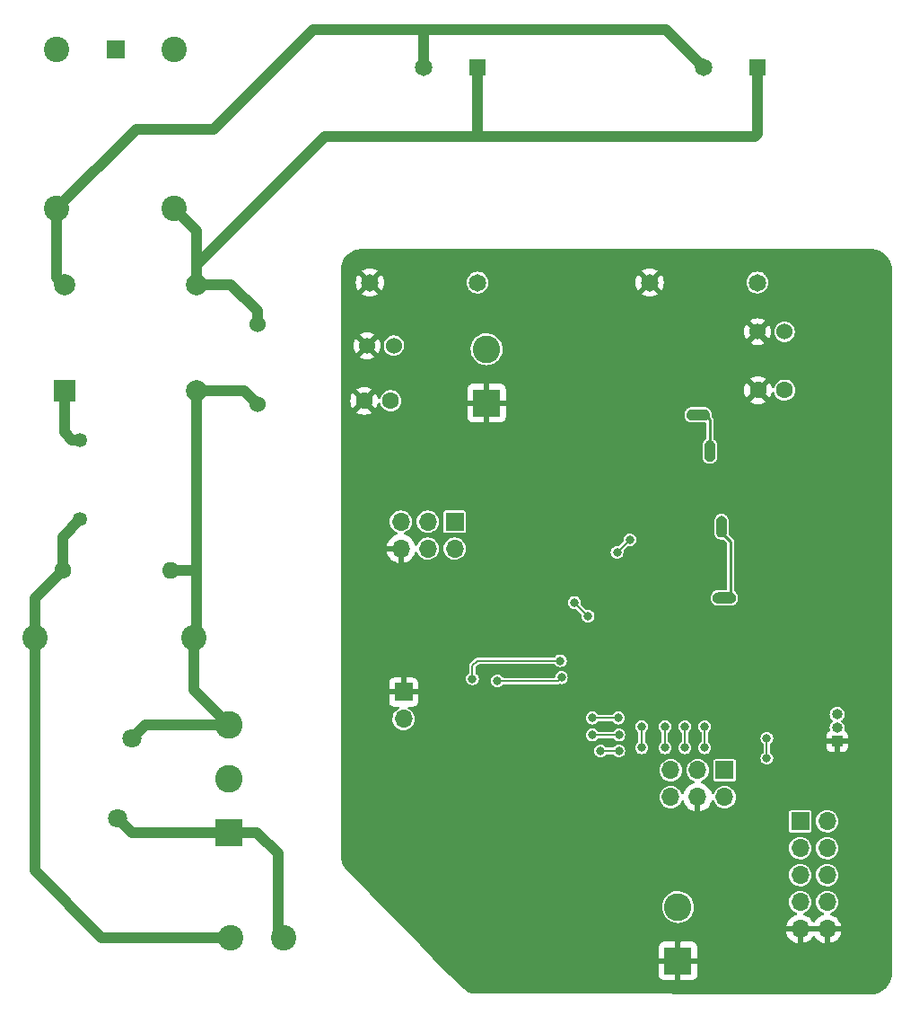
<source format=gbl>
%TF.GenerationSoftware,KiCad,Pcbnew,(6.0.1)*%
%TF.CreationDate,2023-01-03T01:15:44-07:00*%
%TF.ProjectId,main_board,6d61696e-5f62-46f6-9172-642e6b696361,1.4*%
%TF.SameCoordinates,Original*%
%TF.FileFunction,Copper,L2,Bot*%
%TF.FilePolarity,Positive*%
%FSLAX46Y46*%
G04 Gerber Fmt 4.6, Leading zero omitted, Abs format (unit mm)*
G04 Created by KiCad (PCBNEW (6.0.1)) date 2023-01-03 01:15:44*
%MOMM*%
%LPD*%
G01*
G04 APERTURE LIST*
%TA.AperFunction,ComponentPad*%
%ADD10C,1.800000*%
%TD*%
%TA.AperFunction,ComponentPad*%
%ADD11R,1.700000X1.700000*%
%TD*%
%TA.AperFunction,ComponentPad*%
%ADD12O,1.700000X1.700000*%
%TD*%
%TA.AperFunction,ComponentPad*%
%ADD13R,1.000000X1.000000*%
%TD*%
%TA.AperFunction,ComponentPad*%
%ADD14O,1.000000X1.000000*%
%TD*%
%TA.AperFunction,ComponentPad*%
%ADD15R,2.600000X2.600000*%
%TD*%
%TA.AperFunction,ComponentPad*%
%ADD16C,2.600000*%
%TD*%
%TA.AperFunction,ComponentPad*%
%ADD17R,2.000000X2.000000*%
%TD*%
%TA.AperFunction,ComponentPad*%
%ADD18C,2.000000*%
%TD*%
%TA.AperFunction,ComponentPad*%
%ADD19C,2.400000*%
%TD*%
%TA.AperFunction,ComponentPad*%
%ADD20C,1.600000*%
%TD*%
%TA.AperFunction,ComponentPad*%
%ADD21R,1.650000X1.650000*%
%TD*%
%TA.AperFunction,ComponentPad*%
%ADD22C,1.650000*%
%TD*%
%TA.AperFunction,ComponentPad*%
%ADD23C,1.524000*%
%TD*%
%TA.AperFunction,ComponentPad*%
%ADD24O,1.600000X1.600000*%
%TD*%
%TA.AperFunction,ComponentPad*%
%ADD25C,1.350000*%
%TD*%
%TA.AperFunction,ViaPad*%
%ADD26C,0.800000*%
%TD*%
%TA.AperFunction,Conductor*%
%ADD27C,1.000000*%
%TD*%
%TA.AperFunction,Conductor*%
%ADD28C,0.250000*%
%TD*%
%TA.AperFunction,Conductor*%
%ADD29C,0.200000*%
%TD*%
G04 APERTURE END LIST*
D10*
X72255000Y-129150000D03*
X70955000Y-136650000D03*
D11*
X97910000Y-124760000D03*
D12*
X97910000Y-127300000D03*
D13*
X138800000Y-129400000D03*
D14*
X138800000Y-128130000D03*
X138800000Y-126860000D03*
D11*
X128200000Y-132125000D03*
D12*
X128200000Y-134665000D03*
X125660000Y-132125000D03*
X125660000Y-134665000D03*
X123120000Y-132125000D03*
X123120000Y-134665000D03*
D15*
X123800000Y-150100000D03*
D16*
X123800000Y-145020000D03*
D11*
X135330000Y-136935000D03*
D12*
X137870000Y-136935000D03*
X135330000Y-139475000D03*
X137870000Y-139475000D03*
X135330000Y-142015000D03*
X137870000Y-142015000D03*
X135330000Y-144555000D03*
X137870000Y-144555000D03*
X135330000Y-147095000D03*
X137870000Y-147095000D03*
D17*
X65892500Y-96357500D03*
D18*
X65892500Y-86357500D03*
X78392500Y-96357500D03*
X78392500Y-86357500D03*
D19*
X81600000Y-147900000D03*
X86600000Y-147900000D03*
D20*
X133850000Y-96300000D03*
X131350000Y-96300000D03*
D19*
X78100000Y-119600000D03*
X63100000Y-119600000D03*
X76300000Y-79200000D03*
X76300000Y-64200000D03*
D11*
X70750000Y-64225000D03*
D15*
X105737500Y-97520000D03*
D16*
X105737500Y-92440000D03*
D19*
X65200000Y-64200000D03*
X65200000Y-79200000D03*
D21*
X104885000Y-65840000D03*
D22*
X99805000Y-65840000D03*
X94725000Y-86160000D03*
X104885000Y-86160000D03*
D21*
X131285000Y-65840000D03*
D22*
X126205000Y-65840000D03*
X121125000Y-86160000D03*
X131285000Y-86160000D03*
D23*
X84100000Y-90100000D03*
X84100000Y-97600000D03*
D20*
X65720000Y-113300000D03*
D24*
X75880000Y-113300000D03*
D25*
X67400000Y-108500000D03*
X67400000Y-101000000D03*
D23*
X97000000Y-92100000D03*
X94460000Y-92100000D03*
X133850000Y-90800000D03*
X131310000Y-90800000D03*
D15*
X81405000Y-137985000D03*
D16*
X81405000Y-132905000D03*
X81405000Y-127825000D03*
D11*
X102725000Y-108700000D03*
D12*
X102725000Y-111240000D03*
X100185000Y-108700000D03*
X100185000Y-111240000D03*
X97645000Y-108700000D03*
X97645000Y-111240000D03*
D20*
X96700000Y-97300000D03*
X94200000Y-97300000D03*
D26*
X126800000Y-101500000D03*
X128767500Y-115900000D03*
X127900000Y-109700000D03*
X127900000Y-108650000D03*
X126300000Y-98600000D03*
X125100000Y-98600000D03*
X126800000Y-102550000D03*
X127567500Y-115900000D03*
X114017500Y-116310000D03*
X115317500Y-117610000D03*
X118217500Y-130310000D03*
X116493000Y-130310000D03*
X115718000Y-128810000D03*
X118217500Y-128810000D03*
X126317500Y-130010000D03*
X126317500Y-128010000D03*
X112800000Y-123400000D03*
X106768000Y-123700000D03*
X124442500Y-128010000D03*
X124442500Y-130010000D03*
X118049562Y-111600938D03*
X119250938Y-110399562D03*
X106542500Y-111310000D03*
X117250000Y-99200000D03*
X108917500Y-115510000D03*
X102217500Y-118010000D03*
X112232500Y-100850000D03*
X124817500Y-110060000D03*
X97867500Y-121210000D03*
X134717500Y-101160000D03*
X121917500Y-113010000D03*
X130767500Y-128059500D03*
X112842500Y-113610000D03*
X124725000Y-140400000D03*
X102600000Y-128100000D03*
X102217500Y-120560000D03*
X135167500Y-104760000D03*
X121917500Y-114210000D03*
X137517500Y-101160000D03*
X106542500Y-108510000D03*
X114667500Y-131760000D03*
X130267500Y-108960000D03*
X115250000Y-100850000D03*
X118217500Y-114210000D03*
X120067500Y-113010000D03*
X115817500Y-134910000D03*
X107117500Y-119460000D03*
X112517500Y-110810000D03*
X135517500Y-120460000D03*
X129042500Y-129060000D03*
X109017500Y-135660000D03*
X126517500Y-117160000D03*
X100517500Y-121610000D03*
X113917500Y-108310000D03*
X131967500Y-108810000D03*
X132817500Y-112410000D03*
X135167500Y-107060000D03*
X96267500Y-120010000D03*
X130867500Y-120510000D03*
X117567500Y-103275000D03*
X95800000Y-134200000D03*
X114467500Y-103275000D03*
X117250000Y-102000000D03*
X115817500Y-137610000D03*
X111917500Y-135660000D03*
X113017500Y-133310000D03*
X118217500Y-113010000D03*
X134017500Y-113760000D03*
X130867500Y-123660000D03*
X122567500Y-130010000D03*
X122567500Y-128010000D03*
X104400000Y-123500000D03*
X112700000Y-121800000D03*
X132175000Y-131009500D03*
X132175000Y-129110500D03*
X120367500Y-130009989D03*
X120367500Y-128010000D03*
X118167500Y-127210000D03*
X115718000Y-127210000D03*
D27*
X78100000Y-119600000D02*
X78100000Y-124520000D01*
X81405000Y-127825000D02*
X73580000Y-127825000D01*
X78392500Y-113292500D02*
X78392500Y-119307500D01*
X78385000Y-113300000D02*
X78392500Y-113292500D01*
X78392500Y-119307500D02*
X78100000Y-119600000D01*
X82857500Y-96357500D02*
X84100000Y-97600000D01*
X78100000Y-124520000D02*
X81405000Y-127825000D01*
X73580000Y-127825000D02*
X72255000Y-129150000D01*
X78392500Y-96357500D02*
X82857500Y-96357500D01*
X78392500Y-96357500D02*
X78392500Y-113292500D01*
X75880000Y-113300000D02*
X78385000Y-113300000D01*
D28*
X127900000Y-109700000D02*
X128767500Y-110567500D01*
X126800000Y-99100000D02*
X126300000Y-98600000D01*
X128767500Y-110567500D02*
X128767500Y-115900000D01*
X126800000Y-101500000D02*
X126800000Y-99100000D01*
D27*
X65720000Y-113300000D02*
X65720000Y-110180000D01*
X81600000Y-147900000D02*
X69400000Y-147900000D01*
X65720000Y-110180000D02*
X67400000Y-108500000D01*
X63100000Y-115920000D02*
X65720000Y-113300000D01*
X69400000Y-147900000D02*
X63100000Y-141600000D01*
X63100000Y-119600000D02*
X63100000Y-115920000D01*
X63100000Y-141600000D02*
X63100000Y-119500000D01*
X99805000Y-62305000D02*
X99800000Y-62300000D01*
X99800000Y-62300000D02*
X89400000Y-62300000D01*
X122665000Y-62300000D02*
X126205000Y-65840000D01*
X65200000Y-79200000D02*
X65200000Y-85665000D01*
X80000000Y-71700000D02*
X88600000Y-63100000D01*
X99805000Y-65840000D02*
X99805000Y-62305000D01*
X89400000Y-62300000D02*
X122665000Y-62300000D01*
X88600000Y-63100000D02*
X89400000Y-62300000D01*
X72700000Y-71700000D02*
X80000000Y-71700000D01*
X65200000Y-79200000D02*
X72700000Y-71700000D01*
X65200000Y-85665000D02*
X65892500Y-86357500D01*
X86100000Y-147400000D02*
X86100000Y-140000000D01*
X81405000Y-137985000D02*
X72290000Y-137985000D01*
X84085000Y-137985000D02*
X81405000Y-137985000D01*
X72290000Y-137985000D02*
X70955000Y-136650000D01*
X86100000Y-140000000D02*
X84085000Y-137985000D01*
X86600000Y-147900000D02*
X86100000Y-147400000D01*
D29*
X115317500Y-117610000D02*
X114017500Y-116310000D01*
D27*
X90500000Y-72400000D02*
X78392500Y-84507500D01*
X131000000Y-72400000D02*
X90500000Y-72400000D01*
X131285000Y-65840000D02*
X131285000Y-72115000D01*
X78392500Y-86357500D02*
X81600000Y-86357500D01*
X84100000Y-88857500D02*
X84100000Y-90100000D01*
X81600000Y-86357500D02*
X84100000Y-88857500D01*
X78392500Y-84507500D02*
X78392500Y-86357500D01*
X104885000Y-72400000D02*
X104885000Y-65840000D01*
X131285000Y-72115000D02*
X131000000Y-72400000D01*
X78392500Y-81292500D02*
X76300000Y-79200000D01*
X78392500Y-86357500D02*
X78392500Y-81292500D01*
D29*
X118217500Y-130310000D02*
X116493000Y-130310000D01*
X118217500Y-128810000D02*
X115718000Y-128810000D01*
X126317500Y-130010000D02*
X126317500Y-128010000D01*
X112490000Y-123710000D02*
X112800000Y-123400000D01*
X106778000Y-123710000D02*
X112490000Y-123710000D01*
X106768000Y-123700000D02*
X106778000Y-123710000D01*
X124442500Y-130010000D02*
X124442500Y-128010000D01*
X118049562Y-111600938D02*
X119250938Y-110399562D01*
X122567500Y-130010000D02*
X122567500Y-128010000D01*
X104400000Y-122300000D02*
X104400000Y-123500000D01*
X112700000Y-121800000D02*
X112690000Y-121810000D01*
X104890000Y-121810000D02*
X104400000Y-122300000D01*
X112690000Y-121810000D02*
X104890000Y-121810000D01*
X132175000Y-131009500D02*
X132175000Y-129110500D01*
X120367500Y-130009989D02*
X120367500Y-128010000D01*
X115718000Y-127210000D02*
X118167500Y-127210000D01*
D27*
X65892500Y-96357500D02*
X65892500Y-100292500D01*
X65892500Y-100292500D02*
X66600000Y-101000000D01*
X66600000Y-101000000D02*
X67400000Y-101000000D01*
%TA.AperFunction,Conductor*%
G36*
X126308188Y-98101078D02*
G01*
X126412963Y-98114872D01*
X126444735Y-98123385D01*
X126534674Y-98160639D01*
X126563160Y-98177086D01*
X126640393Y-98236349D01*
X126663651Y-98259607D01*
X126722914Y-98336840D01*
X126739361Y-98365326D01*
X126776615Y-98455265D01*
X126785128Y-98487037D01*
X126798922Y-98591812D01*
X126800000Y-98608258D01*
X126800000Y-98641742D01*
X126798922Y-98658188D01*
X126785128Y-98762963D01*
X126776615Y-98794735D01*
X126739361Y-98884674D01*
X126722914Y-98913160D01*
X126663651Y-98990393D01*
X126640393Y-99013651D01*
X126563160Y-99072914D01*
X126534674Y-99089361D01*
X126444735Y-99126615D01*
X126412963Y-99135128D01*
X126308188Y-99148922D01*
X126291742Y-99150000D01*
X125108258Y-99150000D01*
X125091812Y-99148922D01*
X124987037Y-99135128D01*
X124955265Y-99126615D01*
X124865326Y-99089361D01*
X124836840Y-99072914D01*
X124759607Y-99013651D01*
X124736349Y-98990393D01*
X124677086Y-98913160D01*
X124660639Y-98884674D01*
X124623385Y-98794735D01*
X124614872Y-98762963D01*
X124601078Y-98658188D01*
X124600000Y-98641742D01*
X124600000Y-98608258D01*
X124601078Y-98591812D01*
X124614872Y-98487037D01*
X124623385Y-98455265D01*
X124660639Y-98365326D01*
X124677086Y-98336840D01*
X124736349Y-98259607D01*
X124759607Y-98236349D01*
X124836840Y-98177086D01*
X124865326Y-98160639D01*
X124955265Y-98123385D01*
X124987037Y-98114872D01*
X125091812Y-98101078D01*
X125108258Y-98100000D01*
X126291742Y-98100000D01*
X126308188Y-98101078D01*
G37*
%TD.AperFunction*%
%TA.AperFunction,Conductor*%
G36*
X128775688Y-115351078D02*
G01*
X128880463Y-115364872D01*
X128912235Y-115373385D01*
X129002174Y-115410639D01*
X129030660Y-115427086D01*
X129107893Y-115486349D01*
X129131151Y-115509607D01*
X129190414Y-115586840D01*
X129206861Y-115615326D01*
X129244115Y-115705265D01*
X129252628Y-115737037D01*
X129266422Y-115841812D01*
X129267500Y-115858258D01*
X129267500Y-115891742D01*
X129266422Y-115908188D01*
X129252628Y-116012963D01*
X129244115Y-116044735D01*
X129206861Y-116134674D01*
X129190414Y-116163160D01*
X129131151Y-116240393D01*
X129107893Y-116263651D01*
X129030660Y-116322914D01*
X129002174Y-116339361D01*
X128912235Y-116376615D01*
X128880463Y-116385128D01*
X128775688Y-116398922D01*
X128759242Y-116400000D01*
X127575758Y-116400000D01*
X127559312Y-116398922D01*
X127454537Y-116385128D01*
X127422765Y-116376615D01*
X127332826Y-116339361D01*
X127304340Y-116322914D01*
X127227107Y-116263651D01*
X127203849Y-116240393D01*
X127144586Y-116163160D01*
X127128139Y-116134674D01*
X127090885Y-116044735D01*
X127082372Y-116012963D01*
X127068578Y-115908188D01*
X127067500Y-115891742D01*
X127067500Y-115858258D01*
X127068578Y-115841812D01*
X127082372Y-115737037D01*
X127090885Y-115705265D01*
X127128139Y-115615326D01*
X127144586Y-115586840D01*
X127203849Y-115509607D01*
X127227107Y-115486349D01*
X127304340Y-115427086D01*
X127332826Y-115410639D01*
X127422765Y-115373385D01*
X127454537Y-115364872D01*
X127559312Y-115351078D01*
X127575758Y-115350000D01*
X128759242Y-115350000D01*
X128775688Y-115351078D01*
G37*
%TD.AperFunction*%
%TA.AperFunction,Conductor*%
G36*
X126880295Y-101010571D02*
G01*
X126912964Y-101014872D01*
X126944735Y-101023385D01*
X127034674Y-101060639D01*
X127063160Y-101077086D01*
X127140393Y-101136349D01*
X127163651Y-101159607D01*
X127222914Y-101236840D01*
X127239361Y-101265326D01*
X127276615Y-101355265D01*
X127285128Y-101387037D01*
X127298922Y-101491812D01*
X127300000Y-101508258D01*
X127300000Y-102541742D01*
X127298922Y-102558188D01*
X127285128Y-102662963D01*
X127276615Y-102694735D01*
X127239361Y-102784674D01*
X127222914Y-102813160D01*
X127163651Y-102890393D01*
X127140393Y-102913651D01*
X127063160Y-102972914D01*
X127034674Y-102989361D01*
X126944735Y-103026615D01*
X126912964Y-103035128D01*
X126880295Y-103039429D01*
X126816445Y-103047835D01*
X126783555Y-103047835D01*
X126719705Y-103039429D01*
X126687036Y-103035128D01*
X126655265Y-103026615D01*
X126565326Y-102989361D01*
X126536840Y-102972914D01*
X126459607Y-102913651D01*
X126436349Y-102890393D01*
X126377086Y-102813160D01*
X126360639Y-102784674D01*
X126323385Y-102694735D01*
X126314872Y-102662963D01*
X126301078Y-102558188D01*
X126300000Y-102541742D01*
X126300000Y-101508258D01*
X126301078Y-101491812D01*
X126314872Y-101387037D01*
X126323385Y-101355265D01*
X126360639Y-101265326D01*
X126377086Y-101236840D01*
X126436349Y-101159607D01*
X126459607Y-101136349D01*
X126536840Y-101077086D01*
X126565326Y-101060639D01*
X126655265Y-101023385D01*
X126687036Y-101014872D01*
X126719705Y-101010571D01*
X126783555Y-101002165D01*
X126816445Y-101002165D01*
X126880295Y-101010571D01*
G37*
%TD.AperFunction*%
%TA.AperFunction,Conductor*%
G36*
X127980295Y-108160571D02*
G01*
X128012964Y-108164872D01*
X128044735Y-108173385D01*
X128134674Y-108210639D01*
X128163160Y-108227086D01*
X128240393Y-108286349D01*
X128263651Y-108309607D01*
X128322914Y-108386840D01*
X128339361Y-108415326D01*
X128376615Y-108505265D01*
X128385128Y-108537037D01*
X128398922Y-108641812D01*
X128400000Y-108658258D01*
X128400000Y-109691742D01*
X128398922Y-109708188D01*
X128385128Y-109812963D01*
X128376615Y-109844735D01*
X128339361Y-109934674D01*
X128322914Y-109963160D01*
X128263651Y-110040393D01*
X128240393Y-110063651D01*
X128163160Y-110122914D01*
X128134674Y-110139361D01*
X128044735Y-110176615D01*
X128012964Y-110185128D01*
X127980295Y-110189429D01*
X127916445Y-110197835D01*
X127883555Y-110197835D01*
X127819705Y-110189429D01*
X127787036Y-110185128D01*
X127755265Y-110176615D01*
X127665326Y-110139361D01*
X127636840Y-110122914D01*
X127559607Y-110063651D01*
X127536349Y-110040393D01*
X127477086Y-109963160D01*
X127460639Y-109934674D01*
X127423385Y-109844735D01*
X127414872Y-109812963D01*
X127401078Y-109708188D01*
X127400000Y-109691742D01*
X127400000Y-108658258D01*
X127401078Y-108641812D01*
X127414872Y-108537037D01*
X127423385Y-108505265D01*
X127460639Y-108415326D01*
X127477086Y-108386840D01*
X127536349Y-108309607D01*
X127559607Y-108286349D01*
X127636840Y-108227086D01*
X127665326Y-108210639D01*
X127755265Y-108173385D01*
X127787036Y-108164872D01*
X127819705Y-108160571D01*
X127883555Y-108152165D01*
X127916445Y-108152165D01*
X127980295Y-108160571D01*
G37*
%TD.AperFunction*%
%TA.AperFunction,Conductor*%
G36*
X141204211Y-83000003D02*
G01*
X141995507Y-83000008D01*
X142004495Y-83000329D01*
X142275651Y-83019723D01*
X142293439Y-83022281D01*
X142442425Y-83054692D01*
X142554665Y-83079110D01*
X142571907Y-83084172D01*
X142822400Y-83177603D01*
X142838739Y-83185065D01*
X143073376Y-83313188D01*
X143088492Y-83322903D01*
X143302433Y-83483058D01*
X143302504Y-83483111D01*
X143316091Y-83494884D01*
X143505125Y-83683920D01*
X143516897Y-83697506D01*
X143677104Y-83911518D01*
X143686818Y-83926632D01*
X143814944Y-84161279D01*
X143822406Y-84177618D01*
X143822519Y-84177921D01*
X143915830Y-84428100D01*
X143920895Y-84445349D01*
X143977721Y-84706576D01*
X143980279Y-84724370D01*
X143999672Y-84995519D01*
X143999993Y-85004508D01*
X144000000Y-146515242D01*
X144000000Y-151243000D01*
X143999678Y-151251996D01*
X143980254Y-151523354D01*
X143977692Y-151541162D01*
X143920776Y-151802589D01*
X143915703Y-151819851D01*
X143822134Y-152070502D01*
X143814654Y-152086865D01*
X143686345Y-152321623D01*
X143676612Y-152336755D01*
X143516161Y-152550864D01*
X143504371Y-152564454D01*
X143315073Y-152753515D01*
X143301468Y-152765288D01*
X143087165Y-152925467D01*
X143072021Y-152935182D01*
X142837096Y-153063201D01*
X142820723Y-153070660D01*
X142569952Y-153163917D01*
X142552684Y-153168968D01*
X142291200Y-153225554D01*
X142273389Y-153228095D01*
X142001988Y-153247181D01*
X141992992Y-153247491D01*
X104840818Y-153201051D01*
X104832503Y-153200766D01*
X104581625Y-153183860D01*
X104565145Y-153181650D01*
X104322753Y-153132678D01*
X104306706Y-153128316D01*
X104234532Y-153103480D01*
X104072888Y-153047857D01*
X104057557Y-153041421D01*
X103836362Y-152930867D01*
X103822010Y-152922467D01*
X103617304Y-152783750D01*
X103604184Y-152773534D01*
X103540867Y-152717140D01*
X103416400Y-152606283D01*
X103410394Y-152600567D01*
X102273445Y-151444669D01*
X121992001Y-151444669D01*
X121992371Y-151451490D01*
X121997895Y-151502352D01*
X122001521Y-151517604D01*
X122046676Y-151638054D01*
X122055214Y-151653649D01*
X122131715Y-151755724D01*
X122144276Y-151768285D01*
X122246351Y-151844786D01*
X122261946Y-151853324D01*
X122382394Y-151898478D01*
X122397649Y-151902105D01*
X122448514Y-151907631D01*
X122455328Y-151908000D01*
X123527885Y-151908000D01*
X123543124Y-151903525D01*
X123544329Y-151902135D01*
X123546000Y-151894452D01*
X123546000Y-151889884D01*
X124054000Y-151889884D01*
X124058475Y-151905123D01*
X124059865Y-151906328D01*
X124067548Y-151907999D01*
X125144669Y-151907999D01*
X125151490Y-151907629D01*
X125202352Y-151902105D01*
X125217604Y-151898479D01*
X125338054Y-151853324D01*
X125353649Y-151844786D01*
X125455724Y-151768285D01*
X125468285Y-151755724D01*
X125544786Y-151653649D01*
X125553324Y-151638054D01*
X125598478Y-151517606D01*
X125602105Y-151502351D01*
X125607631Y-151451486D01*
X125608000Y-151444672D01*
X125608000Y-150372115D01*
X125603525Y-150356876D01*
X125602135Y-150355671D01*
X125594452Y-150354000D01*
X124072115Y-150354000D01*
X124056876Y-150358475D01*
X124055671Y-150359865D01*
X124054000Y-150367548D01*
X124054000Y-151889884D01*
X123546000Y-151889884D01*
X123546000Y-150372115D01*
X123541525Y-150356876D01*
X123540135Y-150355671D01*
X123532452Y-150354000D01*
X122010116Y-150354000D01*
X121994877Y-150358475D01*
X121993672Y-150359865D01*
X121992001Y-150367548D01*
X121992001Y-151444669D01*
X102273445Y-151444669D01*
X100683166Y-149827885D01*
X121992000Y-149827885D01*
X121996475Y-149843124D01*
X121997865Y-149844329D01*
X122005548Y-149846000D01*
X123527885Y-149846000D01*
X123543124Y-149841525D01*
X123544329Y-149840135D01*
X123546000Y-149832452D01*
X123546000Y-149827885D01*
X124054000Y-149827885D01*
X124058475Y-149843124D01*
X124059865Y-149844329D01*
X124067548Y-149846000D01*
X125589884Y-149846000D01*
X125605123Y-149841525D01*
X125606328Y-149840135D01*
X125607999Y-149832452D01*
X125607999Y-148755331D01*
X125607629Y-148748510D01*
X125602105Y-148697648D01*
X125598479Y-148682396D01*
X125553324Y-148561946D01*
X125544786Y-148546351D01*
X125468285Y-148444276D01*
X125455724Y-148431715D01*
X125353649Y-148355214D01*
X125338054Y-148346676D01*
X125217606Y-148301522D01*
X125202351Y-148297895D01*
X125151486Y-148292369D01*
X125144672Y-148292000D01*
X124072115Y-148292000D01*
X124056876Y-148296475D01*
X124055671Y-148297865D01*
X124054000Y-148305548D01*
X124054000Y-149827885D01*
X123546000Y-149827885D01*
X123546000Y-148310116D01*
X123541525Y-148294877D01*
X123540135Y-148293672D01*
X123532452Y-148292001D01*
X122455331Y-148292001D01*
X122448510Y-148292371D01*
X122397648Y-148297895D01*
X122382396Y-148301521D01*
X122261946Y-148346676D01*
X122246351Y-148355214D01*
X122144276Y-148431715D01*
X122131715Y-148444276D01*
X122055214Y-148546351D01*
X122046676Y-148561946D01*
X122001522Y-148682394D01*
X121997895Y-148697649D01*
X121992369Y-148748514D01*
X121992000Y-148755328D01*
X121992000Y-149827885D01*
X100683166Y-149827885D01*
X98258655Y-147362966D01*
X133998257Y-147362966D01*
X134028565Y-147497446D01*
X134031645Y-147507275D01*
X134111770Y-147704603D01*
X134116413Y-147713794D01*
X134227694Y-147895388D01*
X134233777Y-147903699D01*
X134373213Y-148064667D01*
X134380580Y-148071883D01*
X134544434Y-148207916D01*
X134552881Y-148213831D01*
X134736756Y-148321279D01*
X134746042Y-148325729D01*
X134945001Y-148401703D01*
X134954899Y-148404579D01*
X135058250Y-148425606D01*
X135072299Y-148424410D01*
X135076000Y-148414065D01*
X135076000Y-148413517D01*
X135584000Y-148413517D01*
X135588064Y-148427359D01*
X135601478Y-148429393D01*
X135608184Y-148428534D01*
X135618262Y-148426392D01*
X135822255Y-148365191D01*
X135831842Y-148361433D01*
X136023095Y-148267739D01*
X136031945Y-148262464D01*
X136205328Y-148138792D01*
X136213200Y-148132139D01*
X136364052Y-147981812D01*
X136370730Y-147973965D01*
X136498022Y-147796819D01*
X136499147Y-147797627D01*
X136546669Y-147753876D01*
X136616607Y-147741661D01*
X136682046Y-147769197D01*
X136709870Y-147801028D01*
X136767690Y-147895383D01*
X136773777Y-147903699D01*
X136913213Y-148064667D01*
X136920580Y-148071883D01*
X137084434Y-148207916D01*
X137092881Y-148213831D01*
X137276756Y-148321279D01*
X137286042Y-148325729D01*
X137485001Y-148401703D01*
X137494899Y-148404579D01*
X137598250Y-148425606D01*
X137612299Y-148424410D01*
X137616000Y-148414065D01*
X137616000Y-148413517D01*
X138124000Y-148413517D01*
X138128064Y-148427359D01*
X138141478Y-148429393D01*
X138148184Y-148428534D01*
X138158262Y-148426392D01*
X138362255Y-148365191D01*
X138371842Y-148361433D01*
X138563095Y-148267739D01*
X138571945Y-148262464D01*
X138745328Y-148138792D01*
X138753200Y-148132139D01*
X138904052Y-147981812D01*
X138910730Y-147973965D01*
X139035003Y-147801020D01*
X139040313Y-147792183D01*
X139134670Y-147601267D01*
X139138469Y-147591672D01*
X139200377Y-147387910D01*
X139202555Y-147377837D01*
X139203986Y-147366962D01*
X139201775Y-147352778D01*
X139188617Y-147349000D01*
X138142115Y-147349000D01*
X138126876Y-147353475D01*
X138125671Y-147354865D01*
X138124000Y-147362548D01*
X138124000Y-148413517D01*
X137616000Y-148413517D01*
X137616000Y-147367115D01*
X137611525Y-147351876D01*
X137610135Y-147350671D01*
X137602452Y-147349000D01*
X135602115Y-147349000D01*
X135586876Y-147353475D01*
X135585671Y-147354865D01*
X135584000Y-147362548D01*
X135584000Y-148413517D01*
X135076000Y-148413517D01*
X135076000Y-147367115D01*
X135071525Y-147351876D01*
X135070135Y-147350671D01*
X135062452Y-147349000D01*
X134013225Y-147349000D01*
X133999694Y-147352973D01*
X133998257Y-147362966D01*
X98258655Y-147362966D01*
X97733623Y-146829183D01*
X133994389Y-146829183D01*
X133995912Y-146837607D01*
X134008292Y-146841000D01*
X139188344Y-146841000D01*
X139201875Y-146837027D01*
X139203180Y-146827947D01*
X139161214Y-146660875D01*
X139157894Y-146651124D01*
X139072972Y-146455814D01*
X139068105Y-146446739D01*
X138952426Y-146267926D01*
X138946136Y-146259757D01*
X138802806Y-146102240D01*
X138795273Y-146095215D01*
X138628139Y-145963222D01*
X138619552Y-145957517D01*
X138433117Y-145854599D01*
X138423705Y-145850369D01*
X138232031Y-145782493D01*
X138174495Y-145740899D01*
X138148579Y-145674801D01*
X138162513Y-145605185D01*
X138211872Y-145554154D01*
X138240206Y-145542362D01*
X138245790Y-145540803D01*
X138245799Y-145540800D01*
X138251725Y-145539145D01*
X138257214Y-145536372D01*
X138257220Y-145536370D01*
X138430116Y-145449033D01*
X138435610Y-145446258D01*
X138597951Y-145319424D01*
X138732564Y-145163472D01*
X138753387Y-145126818D01*
X138774190Y-145090197D01*
X138834323Y-144984344D01*
X138899351Y-144788863D01*
X138925171Y-144584474D01*
X138925583Y-144555000D01*
X138905480Y-144349970D01*
X138845935Y-144152749D01*
X138749218Y-143970849D01*
X138675859Y-143880902D01*
X138622906Y-143815975D01*
X138622903Y-143815972D01*
X138619011Y-143811200D01*
X138543873Y-143749040D01*
X138465025Y-143683811D01*
X138465021Y-143683809D01*
X138460275Y-143679882D01*
X138279055Y-143581897D01*
X138082254Y-143520977D01*
X138076129Y-143520333D01*
X138076128Y-143520333D01*
X137883498Y-143500087D01*
X137883496Y-143500087D01*
X137877369Y-143499443D01*
X137790529Y-143507346D01*
X137678342Y-143517555D01*
X137678339Y-143517556D01*
X137672203Y-143518114D01*
X137474572Y-143576280D01*
X137292002Y-143671726D01*
X137287201Y-143675586D01*
X137287198Y-143675588D01*
X137199704Y-143745935D01*
X137131447Y-143800815D01*
X136999024Y-143958630D01*
X136996056Y-143964028D01*
X136996053Y-143964033D01*
X136936441Y-144072468D01*
X136899776Y-144139162D01*
X136837484Y-144335532D01*
X136836798Y-144341649D01*
X136836797Y-144341653D01*
X136819551Y-144495409D01*
X136814520Y-144540262D01*
X136831759Y-144745553D01*
X136888544Y-144943586D01*
X136891359Y-144949063D01*
X136891360Y-144949066D01*
X136967322Y-145096872D01*
X136982712Y-145126818D01*
X137110677Y-145288270D01*
X137115370Y-145292264D01*
X137115371Y-145292265D01*
X137163295Y-145333051D01*
X137267564Y-145421791D01*
X137447398Y-145522297D01*
X137512437Y-145543429D01*
X137571042Y-145583502D01*
X137598680Y-145648898D01*
X137586574Y-145718855D01*
X137538568Y-145771162D01*
X137512646Y-145783027D01*
X137346868Y-145837212D01*
X137337359Y-145841209D01*
X137148463Y-145939542D01*
X137139738Y-145945036D01*
X136969433Y-146072905D01*
X136961726Y-146079748D01*
X136814590Y-146233717D01*
X136808104Y-146241727D01*
X136703193Y-146395521D01*
X136648282Y-146440524D01*
X136577757Y-146448695D01*
X136514010Y-146417441D01*
X136493313Y-146392957D01*
X136412427Y-146267926D01*
X136406136Y-146259757D01*
X136262806Y-146102240D01*
X136255273Y-146095215D01*
X136088139Y-145963222D01*
X136079552Y-145957517D01*
X135893117Y-145854599D01*
X135883705Y-145850369D01*
X135692031Y-145782493D01*
X135634495Y-145740899D01*
X135608579Y-145674801D01*
X135622513Y-145605185D01*
X135671872Y-145554154D01*
X135700206Y-145542362D01*
X135705790Y-145540803D01*
X135705799Y-145540800D01*
X135711725Y-145539145D01*
X135717214Y-145536372D01*
X135717220Y-145536370D01*
X135890116Y-145449033D01*
X135895610Y-145446258D01*
X136057951Y-145319424D01*
X136192564Y-145163472D01*
X136213387Y-145126818D01*
X136234190Y-145090197D01*
X136294323Y-144984344D01*
X136359351Y-144788863D01*
X136385171Y-144584474D01*
X136385583Y-144555000D01*
X136365480Y-144349970D01*
X136305935Y-144152749D01*
X136209218Y-143970849D01*
X136135859Y-143880902D01*
X136082906Y-143815975D01*
X136082903Y-143815972D01*
X136079011Y-143811200D01*
X136003873Y-143749040D01*
X135925025Y-143683811D01*
X135925021Y-143683809D01*
X135920275Y-143679882D01*
X135739055Y-143581897D01*
X135542254Y-143520977D01*
X135536129Y-143520333D01*
X135536128Y-143520333D01*
X135343498Y-143500087D01*
X135343496Y-143500087D01*
X135337369Y-143499443D01*
X135250529Y-143507346D01*
X135138342Y-143517555D01*
X135138339Y-143517556D01*
X135132203Y-143518114D01*
X134934572Y-143576280D01*
X134752002Y-143671726D01*
X134747201Y-143675586D01*
X134747198Y-143675588D01*
X134659704Y-143745935D01*
X134591447Y-143800815D01*
X134459024Y-143958630D01*
X134456056Y-143964028D01*
X134456053Y-143964033D01*
X134396441Y-144072468D01*
X134359776Y-144139162D01*
X134297484Y-144335532D01*
X134296798Y-144341649D01*
X134296797Y-144341653D01*
X134279551Y-144495409D01*
X134274520Y-144540262D01*
X134291759Y-144745553D01*
X134348544Y-144943586D01*
X134351359Y-144949063D01*
X134351360Y-144949066D01*
X134427322Y-145096872D01*
X134442712Y-145126818D01*
X134570677Y-145288270D01*
X134575370Y-145292264D01*
X134575371Y-145292265D01*
X134623295Y-145333051D01*
X134727564Y-145421791D01*
X134907398Y-145522297D01*
X134972437Y-145543429D01*
X135031042Y-145583502D01*
X135058680Y-145648898D01*
X135046574Y-145718855D01*
X134998568Y-145771162D01*
X134972646Y-145783027D01*
X134806868Y-145837212D01*
X134797359Y-145841209D01*
X134608463Y-145939542D01*
X134599738Y-145945036D01*
X134429433Y-146072905D01*
X134421726Y-146079748D01*
X134274590Y-146233717D01*
X134268104Y-146241727D01*
X134148098Y-146417649D01*
X134143000Y-146426623D01*
X134053338Y-146619783D01*
X134049775Y-146629470D01*
X133994389Y-146829183D01*
X97733623Y-146829183D01*
X95917915Y-144983214D01*
X122294806Y-144983214D01*
X122295103Y-144988366D01*
X122295103Y-144988370D01*
X122303365Y-145131646D01*
X122309010Y-145229545D01*
X122310147Y-145234591D01*
X122310148Y-145234597D01*
X122328215Y-145314766D01*
X122363255Y-145470249D01*
X122456084Y-145698861D01*
X122585006Y-145909241D01*
X122746557Y-146095741D01*
X122936399Y-146253351D01*
X123149433Y-146377838D01*
X123154253Y-146379678D01*
X123154258Y-146379681D01*
X123268547Y-146423323D01*
X123379939Y-146465859D01*
X123385007Y-146466890D01*
X123385010Y-146466891D01*
X123504587Y-146491219D01*
X123621726Y-146515052D01*
X123626899Y-146515242D01*
X123626902Y-146515242D01*
X123863136Y-146523904D01*
X123863140Y-146523904D01*
X123868300Y-146524093D01*
X123873420Y-146523437D01*
X123873422Y-146523437D01*
X123949703Y-146513665D01*
X124113041Y-146492741D01*
X124117990Y-146491256D01*
X124117996Y-146491255D01*
X124344424Y-146423323D01*
X124344423Y-146423323D01*
X124349374Y-146421838D01*
X124453266Y-146370942D01*
X124566303Y-146315566D01*
X124566308Y-146315563D01*
X124570954Y-146313287D01*
X124575164Y-146310284D01*
X124575169Y-146310281D01*
X124767617Y-146173009D01*
X124767622Y-146173005D01*
X124771829Y-146170004D01*
X124946605Y-145995837D01*
X125090588Y-145795463D01*
X125199911Y-145574264D01*
X125237959Y-145449033D01*
X125270135Y-145343132D01*
X125270136Y-145343126D01*
X125271639Y-145338180D01*
X125299465Y-145126818D01*
X125303408Y-145096872D01*
X125303409Y-145096866D01*
X125303845Y-145093550D01*
X125305643Y-145020000D01*
X125286137Y-144782744D01*
X125285849Y-144779240D01*
X125285848Y-144779234D01*
X125285425Y-144774089D01*
X125225316Y-144534783D01*
X125126928Y-144308507D01*
X124992905Y-144101339D01*
X124966635Y-144072468D01*
X124940243Y-144043464D01*
X124826846Y-143918842D01*
X124822795Y-143915643D01*
X124822791Y-143915639D01*
X124637264Y-143769119D01*
X124637259Y-143769116D01*
X124633210Y-143765918D01*
X124628694Y-143763425D01*
X124628691Y-143763423D01*
X124421722Y-143649170D01*
X124421718Y-143649168D01*
X124417198Y-143646673D01*
X124412329Y-143644949D01*
X124412325Y-143644947D01*
X124189485Y-143566035D01*
X124189481Y-143566034D01*
X124184610Y-143564309D01*
X124179517Y-143563402D01*
X124179514Y-143563401D01*
X123946783Y-143521945D01*
X123946777Y-143521944D01*
X123941694Y-143521039D01*
X123862324Y-143520069D01*
X123700142Y-143518088D01*
X123700140Y-143518088D01*
X123694972Y-143518025D01*
X123451070Y-143555347D01*
X123216540Y-143632003D01*
X122997679Y-143745935D01*
X122993546Y-143749038D01*
X122993543Y-143749040D01*
X122910754Y-143811200D01*
X122800364Y-143894083D01*
X122629896Y-144072468D01*
X122626982Y-144076740D01*
X122626981Y-144076741D01*
X122607238Y-144105683D01*
X122490851Y-144276300D01*
X122386965Y-144500104D01*
X122321026Y-144737871D01*
X122294806Y-144983214D01*
X95917915Y-144983214D01*
X94751098Y-143796950D01*
X92983864Y-142000262D01*
X134274520Y-142000262D01*
X134291759Y-142205553D01*
X134348544Y-142403586D01*
X134351359Y-142409063D01*
X134351360Y-142409066D01*
X134372247Y-142449707D01*
X134442712Y-142586818D01*
X134570677Y-142748270D01*
X134727564Y-142881791D01*
X134907398Y-142982297D01*
X135002238Y-143013113D01*
X135097471Y-143044056D01*
X135097475Y-143044057D01*
X135103329Y-143045959D01*
X135307894Y-143070351D01*
X135314029Y-143069879D01*
X135314031Y-143069879D01*
X135370039Y-143065569D01*
X135513300Y-143054546D01*
X135519230Y-143052890D01*
X135519232Y-143052890D01*
X135705797Y-143000800D01*
X135705796Y-143000800D01*
X135711725Y-142999145D01*
X135717214Y-142996372D01*
X135717220Y-142996370D01*
X135890116Y-142909033D01*
X135895610Y-142906258D01*
X136057951Y-142779424D01*
X136192564Y-142623472D01*
X136213387Y-142586818D01*
X136291276Y-142449707D01*
X136294323Y-142444344D01*
X136359351Y-142248863D01*
X136385171Y-142044474D01*
X136385583Y-142015000D01*
X136384138Y-142000262D01*
X136814520Y-142000262D01*
X136831759Y-142205553D01*
X136888544Y-142403586D01*
X136891359Y-142409063D01*
X136891360Y-142409066D01*
X136912247Y-142449707D01*
X136982712Y-142586818D01*
X137110677Y-142748270D01*
X137267564Y-142881791D01*
X137447398Y-142982297D01*
X137542238Y-143013113D01*
X137637471Y-143044056D01*
X137637475Y-143044057D01*
X137643329Y-143045959D01*
X137847894Y-143070351D01*
X137854029Y-143069879D01*
X137854031Y-143069879D01*
X137910039Y-143065569D01*
X138053300Y-143054546D01*
X138059230Y-143052890D01*
X138059232Y-143052890D01*
X138245797Y-143000800D01*
X138245796Y-143000800D01*
X138251725Y-142999145D01*
X138257214Y-142996372D01*
X138257220Y-142996370D01*
X138430116Y-142909033D01*
X138435610Y-142906258D01*
X138597951Y-142779424D01*
X138732564Y-142623472D01*
X138753387Y-142586818D01*
X138831276Y-142449707D01*
X138834323Y-142444344D01*
X138899351Y-142248863D01*
X138925171Y-142044474D01*
X138925583Y-142015000D01*
X138905480Y-141809970D01*
X138845935Y-141612749D01*
X138749218Y-141430849D01*
X138673047Y-141337454D01*
X138622906Y-141275975D01*
X138622903Y-141275972D01*
X138619011Y-141271200D01*
X138552494Y-141216172D01*
X138465025Y-141143811D01*
X138465021Y-141143809D01*
X138460275Y-141139882D01*
X138279055Y-141041897D01*
X138082254Y-140980977D01*
X138076129Y-140980333D01*
X138076128Y-140980333D01*
X137883498Y-140960087D01*
X137883496Y-140960087D01*
X137877369Y-140959443D01*
X137790529Y-140967346D01*
X137678342Y-140977555D01*
X137678339Y-140977556D01*
X137672203Y-140978114D01*
X137474572Y-141036280D01*
X137292002Y-141131726D01*
X137287201Y-141135586D01*
X137287198Y-141135588D01*
X137276971Y-141143811D01*
X137131447Y-141260815D01*
X136999024Y-141418630D01*
X136996056Y-141424028D01*
X136996053Y-141424033D01*
X136989315Y-141436290D01*
X136899776Y-141599162D01*
X136837484Y-141795532D01*
X136836798Y-141801649D01*
X136836797Y-141801653D01*
X136815207Y-141994137D01*
X136814520Y-142000262D01*
X136384138Y-142000262D01*
X136365480Y-141809970D01*
X136305935Y-141612749D01*
X136209218Y-141430849D01*
X136133047Y-141337454D01*
X136082906Y-141275975D01*
X136082903Y-141275972D01*
X136079011Y-141271200D01*
X136012494Y-141216172D01*
X135925025Y-141143811D01*
X135925021Y-141143809D01*
X135920275Y-141139882D01*
X135739055Y-141041897D01*
X135542254Y-140980977D01*
X135536129Y-140980333D01*
X135536128Y-140980333D01*
X135343498Y-140960087D01*
X135343496Y-140960087D01*
X135337369Y-140959443D01*
X135250529Y-140967346D01*
X135138342Y-140977555D01*
X135138339Y-140977556D01*
X135132203Y-140978114D01*
X134934572Y-141036280D01*
X134752002Y-141131726D01*
X134747201Y-141135586D01*
X134747198Y-141135588D01*
X134736971Y-141143811D01*
X134591447Y-141260815D01*
X134459024Y-141418630D01*
X134456056Y-141424028D01*
X134456053Y-141424033D01*
X134449315Y-141436290D01*
X134359776Y-141599162D01*
X134297484Y-141795532D01*
X134296798Y-141801649D01*
X134296797Y-141801653D01*
X134275207Y-141994137D01*
X134274520Y-142000262D01*
X92983864Y-142000262D01*
X92577197Y-141586817D01*
X92570613Y-141579581D01*
X92380264Y-141353346D01*
X92368875Y-141337454D01*
X92218367Y-141088708D01*
X92209573Y-141071244D01*
X92196805Y-141040075D01*
X92099359Y-140802203D01*
X92093373Y-140783591D01*
X92026108Y-140500734D01*
X92023074Y-140481418D01*
X92000384Y-140191625D01*
X92000000Y-140181790D01*
X92000000Y-139460262D01*
X134274520Y-139460262D01*
X134291759Y-139665553D01*
X134348544Y-139863586D01*
X134351359Y-139869063D01*
X134351360Y-139869066D01*
X134372247Y-139909707D01*
X134442712Y-140046818D01*
X134570677Y-140208270D01*
X134727564Y-140341791D01*
X134907398Y-140442297D01*
X135002238Y-140473113D01*
X135097471Y-140504056D01*
X135097475Y-140504057D01*
X135103329Y-140505959D01*
X135307894Y-140530351D01*
X135314029Y-140529879D01*
X135314031Y-140529879D01*
X135370039Y-140525569D01*
X135513300Y-140514546D01*
X135519230Y-140512890D01*
X135519232Y-140512890D01*
X135705797Y-140460800D01*
X135705796Y-140460800D01*
X135711725Y-140459145D01*
X135717214Y-140456372D01*
X135717220Y-140456370D01*
X135890116Y-140369033D01*
X135895610Y-140366258D01*
X136057951Y-140239424D01*
X136192564Y-140083472D01*
X136213387Y-140046818D01*
X136291276Y-139909707D01*
X136294323Y-139904344D01*
X136359351Y-139708863D01*
X136385171Y-139504474D01*
X136385583Y-139475000D01*
X136384138Y-139460262D01*
X136814520Y-139460262D01*
X136831759Y-139665553D01*
X136888544Y-139863586D01*
X136891359Y-139869063D01*
X136891360Y-139869066D01*
X136912247Y-139909707D01*
X136982712Y-140046818D01*
X137110677Y-140208270D01*
X137267564Y-140341791D01*
X137447398Y-140442297D01*
X137542238Y-140473113D01*
X137637471Y-140504056D01*
X137637475Y-140504057D01*
X137643329Y-140505959D01*
X137847894Y-140530351D01*
X137854029Y-140529879D01*
X137854031Y-140529879D01*
X137910039Y-140525569D01*
X138053300Y-140514546D01*
X138059230Y-140512890D01*
X138059232Y-140512890D01*
X138245797Y-140460800D01*
X138245796Y-140460800D01*
X138251725Y-140459145D01*
X138257214Y-140456372D01*
X138257220Y-140456370D01*
X138430116Y-140369033D01*
X138435610Y-140366258D01*
X138597951Y-140239424D01*
X138732564Y-140083472D01*
X138753387Y-140046818D01*
X138831276Y-139909707D01*
X138834323Y-139904344D01*
X138899351Y-139708863D01*
X138925171Y-139504474D01*
X138925583Y-139475000D01*
X138905480Y-139269970D01*
X138845935Y-139072749D01*
X138749218Y-138890849D01*
X138675859Y-138800902D01*
X138622906Y-138735975D01*
X138622903Y-138735972D01*
X138619011Y-138731200D01*
X138601786Y-138716950D01*
X138465025Y-138603811D01*
X138465021Y-138603809D01*
X138460275Y-138599882D01*
X138279055Y-138501897D01*
X138082254Y-138440977D01*
X138076129Y-138440333D01*
X138076128Y-138440333D01*
X137883498Y-138420087D01*
X137883496Y-138420087D01*
X137877369Y-138419443D01*
X137790529Y-138427346D01*
X137678342Y-138437555D01*
X137678339Y-138437556D01*
X137672203Y-138438114D01*
X137474572Y-138496280D01*
X137292002Y-138591726D01*
X137287201Y-138595586D01*
X137287198Y-138595588D01*
X137276971Y-138603811D01*
X137131447Y-138720815D01*
X136999024Y-138878630D01*
X136996056Y-138884028D01*
X136996053Y-138884033D01*
X136989315Y-138896290D01*
X136899776Y-139059162D01*
X136837484Y-139255532D01*
X136836798Y-139261649D01*
X136836797Y-139261653D01*
X136815207Y-139454137D01*
X136814520Y-139460262D01*
X136384138Y-139460262D01*
X136365480Y-139269970D01*
X136305935Y-139072749D01*
X136209218Y-138890849D01*
X136135859Y-138800902D01*
X136082906Y-138735975D01*
X136082903Y-138735972D01*
X136079011Y-138731200D01*
X136061786Y-138716950D01*
X135925025Y-138603811D01*
X135925021Y-138603809D01*
X135920275Y-138599882D01*
X135739055Y-138501897D01*
X135542254Y-138440977D01*
X135536129Y-138440333D01*
X135536128Y-138440333D01*
X135343498Y-138420087D01*
X135343496Y-138420087D01*
X135337369Y-138419443D01*
X135250529Y-138427346D01*
X135138342Y-138437555D01*
X135138339Y-138437556D01*
X135132203Y-138438114D01*
X134934572Y-138496280D01*
X134752002Y-138591726D01*
X134747201Y-138595586D01*
X134747198Y-138595588D01*
X134736971Y-138603811D01*
X134591447Y-138720815D01*
X134459024Y-138878630D01*
X134456056Y-138884028D01*
X134456053Y-138884033D01*
X134449315Y-138896290D01*
X134359776Y-139059162D01*
X134297484Y-139255532D01*
X134296798Y-139261649D01*
X134296797Y-139261653D01*
X134275207Y-139454137D01*
X134274520Y-139460262D01*
X92000000Y-139460262D01*
X92000000Y-137804748D01*
X134279500Y-137804748D01*
X134280707Y-137810816D01*
X134284331Y-137829033D01*
X134291133Y-137863231D01*
X134335448Y-137929552D01*
X134401769Y-137973867D01*
X134413938Y-137976288D01*
X134413939Y-137976288D01*
X134454184Y-137984293D01*
X134460252Y-137985500D01*
X136199748Y-137985500D01*
X136205816Y-137984293D01*
X136246061Y-137976288D01*
X136246062Y-137976288D01*
X136258231Y-137973867D01*
X136324552Y-137929552D01*
X136368867Y-137863231D01*
X136375670Y-137829033D01*
X136379293Y-137810816D01*
X136380500Y-137804748D01*
X136380500Y-136920262D01*
X136814520Y-136920262D01*
X136831759Y-137125553D01*
X136888544Y-137323586D01*
X136891359Y-137329063D01*
X136891360Y-137329066D01*
X136912247Y-137369707D01*
X136982712Y-137506818D01*
X137110677Y-137668270D01*
X137267564Y-137801791D01*
X137447398Y-137902297D01*
X137531280Y-137929552D01*
X137637471Y-137964056D01*
X137637475Y-137964057D01*
X137643329Y-137965959D01*
X137847894Y-137990351D01*
X137854029Y-137989879D01*
X137854031Y-137989879D01*
X137926625Y-137984293D01*
X138053300Y-137974546D01*
X138059230Y-137972890D01*
X138059232Y-137972890D01*
X138245797Y-137920800D01*
X138245796Y-137920800D01*
X138251725Y-137919145D01*
X138257214Y-137916372D01*
X138257220Y-137916370D01*
X138430116Y-137829033D01*
X138435610Y-137826258D01*
X138597951Y-137699424D01*
X138732564Y-137543472D01*
X138753387Y-137506818D01*
X138831276Y-137369707D01*
X138834323Y-137364344D01*
X138899351Y-137168863D01*
X138925171Y-136964474D01*
X138925583Y-136935000D01*
X138905480Y-136729970D01*
X138845935Y-136532749D01*
X138749218Y-136350849D01*
X138675859Y-136260902D01*
X138622906Y-136195975D01*
X138622903Y-136195972D01*
X138619011Y-136191200D01*
X138601786Y-136176950D01*
X138465025Y-136063811D01*
X138465021Y-136063809D01*
X138460275Y-136059882D01*
X138279055Y-135961897D01*
X138082254Y-135900977D01*
X138076129Y-135900333D01*
X138076128Y-135900333D01*
X137883498Y-135880087D01*
X137883496Y-135880087D01*
X137877369Y-135879443D01*
X137790529Y-135887346D01*
X137678342Y-135897555D01*
X137678339Y-135897556D01*
X137672203Y-135898114D01*
X137474572Y-135956280D01*
X137469107Y-135959137D01*
X137422473Y-135983517D01*
X137292002Y-136051726D01*
X137287201Y-136055586D01*
X137287198Y-136055588D01*
X137136254Y-136176950D01*
X137131447Y-136180815D01*
X136999024Y-136338630D01*
X136996056Y-136344028D01*
X136996053Y-136344033D01*
X136989315Y-136356290D01*
X136899776Y-136519162D01*
X136837484Y-136715532D01*
X136836798Y-136721649D01*
X136836797Y-136721653D01*
X136815207Y-136914137D01*
X136814520Y-136920262D01*
X136380500Y-136920262D01*
X136380500Y-136065252D01*
X136368867Y-136006769D01*
X136324552Y-135940448D01*
X136258231Y-135896133D01*
X136246062Y-135893712D01*
X136246061Y-135893712D01*
X136205816Y-135885707D01*
X136199748Y-135884500D01*
X134460252Y-135884500D01*
X134454184Y-135885707D01*
X134413939Y-135893712D01*
X134413938Y-135893712D01*
X134401769Y-135896133D01*
X134335448Y-135940448D01*
X134291133Y-136006769D01*
X134279500Y-136065252D01*
X134279500Y-137804748D01*
X92000000Y-137804748D01*
X92000000Y-134650262D01*
X122064520Y-134650262D01*
X122081759Y-134855553D01*
X122083458Y-134861478D01*
X122129395Y-135021678D01*
X122138544Y-135053586D01*
X122141359Y-135059063D01*
X122141360Y-135059066D01*
X122229897Y-135231341D01*
X122232712Y-135236818D01*
X122360677Y-135398270D01*
X122365370Y-135402264D01*
X122365371Y-135402265D01*
X122439541Y-135465388D01*
X122517564Y-135531791D01*
X122522942Y-135534797D01*
X122522944Y-135534798D01*
X122553387Y-135551812D01*
X122697398Y-135632297D01*
X122792238Y-135663112D01*
X122887471Y-135694056D01*
X122887475Y-135694057D01*
X122893329Y-135695959D01*
X123097894Y-135720351D01*
X123104029Y-135719879D01*
X123104031Y-135719879D01*
X123160039Y-135715569D01*
X123303300Y-135704546D01*
X123309230Y-135702890D01*
X123309232Y-135702890D01*
X123495797Y-135650800D01*
X123495796Y-135650800D01*
X123501725Y-135649145D01*
X123507214Y-135646372D01*
X123507220Y-135646370D01*
X123680116Y-135559033D01*
X123685610Y-135556258D01*
X123701345Y-135543965D01*
X123843101Y-135433213D01*
X123847951Y-135429424D01*
X123905992Y-135362183D01*
X123978540Y-135278134D01*
X123978540Y-135278133D01*
X123982564Y-135273472D01*
X124003387Y-135236818D01*
X124021056Y-135205714D01*
X124084323Y-135094344D01*
X124093271Y-135067444D01*
X124108496Y-135021678D01*
X124148978Y-134963354D01*
X124214566Y-134936175D01*
X124284437Y-134948770D01*
X124336406Y-134997141D01*
X124350971Y-135033751D01*
X124358564Y-135067444D01*
X124361645Y-135077275D01*
X124441770Y-135274603D01*
X124446413Y-135283794D01*
X124557694Y-135465388D01*
X124563777Y-135473699D01*
X124703213Y-135634667D01*
X124710580Y-135641883D01*
X124874434Y-135777916D01*
X124882881Y-135783831D01*
X125066756Y-135891279D01*
X125076042Y-135895729D01*
X125275001Y-135971703D01*
X125284899Y-135974579D01*
X125388250Y-135995606D01*
X125402299Y-135994410D01*
X125406000Y-135984065D01*
X125406000Y-134537000D01*
X125426002Y-134468879D01*
X125479658Y-134422386D01*
X125532000Y-134411000D01*
X125788000Y-134411000D01*
X125856121Y-134431002D01*
X125902614Y-134484658D01*
X125914000Y-134537000D01*
X125914000Y-135983517D01*
X125918064Y-135997359D01*
X125931478Y-135999393D01*
X125938184Y-135998534D01*
X125948262Y-135996392D01*
X126152255Y-135935191D01*
X126161842Y-135931433D01*
X126353095Y-135837739D01*
X126361945Y-135832464D01*
X126535328Y-135708792D01*
X126543200Y-135702139D01*
X126694052Y-135551812D01*
X126700730Y-135543965D01*
X126825003Y-135371020D01*
X126830313Y-135362183D01*
X126924670Y-135171267D01*
X126928469Y-135161672D01*
X126969593Y-135026319D01*
X127008534Y-134966955D01*
X127073388Y-134938068D01*
X127143564Y-134948830D01*
X127196782Y-134995823D01*
X127211270Y-135028217D01*
X127218544Y-135053586D01*
X127221359Y-135059063D01*
X127221360Y-135059066D01*
X127309897Y-135231341D01*
X127312712Y-135236818D01*
X127440677Y-135398270D01*
X127445370Y-135402264D01*
X127445371Y-135402265D01*
X127519541Y-135465388D01*
X127597564Y-135531791D01*
X127602942Y-135534797D01*
X127602944Y-135534798D01*
X127633387Y-135551812D01*
X127777398Y-135632297D01*
X127872238Y-135663112D01*
X127967471Y-135694056D01*
X127967475Y-135694057D01*
X127973329Y-135695959D01*
X128177894Y-135720351D01*
X128184029Y-135719879D01*
X128184031Y-135719879D01*
X128240039Y-135715569D01*
X128383300Y-135704546D01*
X128389230Y-135702890D01*
X128389232Y-135702890D01*
X128575797Y-135650800D01*
X128575796Y-135650800D01*
X128581725Y-135649145D01*
X128587214Y-135646372D01*
X128587220Y-135646370D01*
X128760116Y-135559033D01*
X128765610Y-135556258D01*
X128781345Y-135543965D01*
X128923101Y-135433213D01*
X128927951Y-135429424D01*
X128985992Y-135362183D01*
X129058540Y-135278134D01*
X129058540Y-135278133D01*
X129062564Y-135273472D01*
X129083387Y-135236818D01*
X129101056Y-135205714D01*
X129164323Y-135094344D01*
X129229351Y-134898863D01*
X129255171Y-134694474D01*
X129255583Y-134665000D01*
X129235480Y-134459970D01*
X129175935Y-134262749D01*
X129079218Y-134080849D01*
X129003206Y-133987649D01*
X128952906Y-133925975D01*
X128952903Y-133925972D01*
X128949011Y-133921200D01*
X128931786Y-133906950D01*
X128795025Y-133793811D01*
X128795021Y-133793809D01*
X128790275Y-133789882D01*
X128609055Y-133691897D01*
X128412254Y-133630977D01*
X128406129Y-133630333D01*
X128406128Y-133630333D01*
X128213498Y-133610087D01*
X128213496Y-133610087D01*
X128207369Y-133609443D01*
X128120529Y-133617346D01*
X128008342Y-133627555D01*
X128008339Y-133627556D01*
X128002203Y-133628114D01*
X127804572Y-133686280D01*
X127622002Y-133781726D01*
X127617201Y-133785586D01*
X127617198Y-133785588D01*
X127584688Y-133811727D01*
X127461447Y-133910815D01*
X127329024Y-134068630D01*
X127326056Y-134074028D01*
X127326053Y-134074033D01*
X127319315Y-134086290D01*
X127229776Y-134249162D01*
X127227914Y-134255032D01*
X127211068Y-134308138D01*
X127171405Y-134367022D01*
X127106202Y-134395114D01*
X127036163Y-134383497D01*
X126983523Y-134335857D01*
X126968762Y-134300735D01*
X126951214Y-134230875D01*
X126947894Y-134221124D01*
X126862972Y-134025814D01*
X126858105Y-134016739D01*
X126742426Y-133837926D01*
X126736136Y-133829757D01*
X126592806Y-133672240D01*
X126585273Y-133665215D01*
X126418139Y-133533222D01*
X126409552Y-133527517D01*
X126223117Y-133424599D01*
X126213705Y-133420369D01*
X126022031Y-133352493D01*
X125964495Y-133310899D01*
X125938579Y-133244801D01*
X125952513Y-133175185D01*
X126001872Y-133124154D01*
X126030206Y-133112362D01*
X126035790Y-133110803D01*
X126035799Y-133110800D01*
X126041725Y-133109145D01*
X126047214Y-133106372D01*
X126047220Y-133106370D01*
X126220116Y-133019033D01*
X126225610Y-133016258D01*
X126253142Y-132994748D01*
X127149500Y-132994748D01*
X127150707Y-133000816D01*
X127154331Y-133019033D01*
X127161133Y-133053231D01*
X127205448Y-133119552D01*
X127271769Y-133163867D01*
X127283938Y-133166288D01*
X127283939Y-133166288D01*
X127324184Y-133174293D01*
X127330252Y-133175500D01*
X129069748Y-133175500D01*
X129075816Y-133174293D01*
X129116061Y-133166288D01*
X129116062Y-133166288D01*
X129128231Y-133163867D01*
X129194552Y-133119552D01*
X129238867Y-133053231D01*
X129245670Y-133019033D01*
X129249293Y-133000816D01*
X129250500Y-132994748D01*
X129250500Y-131255252D01*
X129238867Y-131196769D01*
X129194552Y-131130448D01*
X129128231Y-131086133D01*
X129116062Y-131083712D01*
X129116061Y-131083712D01*
X129075816Y-131075707D01*
X129069748Y-131074500D01*
X127330252Y-131074500D01*
X127324184Y-131075707D01*
X127283939Y-131083712D01*
X127283938Y-131083712D01*
X127271769Y-131086133D01*
X127205448Y-131130448D01*
X127161133Y-131196769D01*
X127149500Y-131255252D01*
X127149500Y-132994748D01*
X126253142Y-132994748D01*
X126387951Y-132889424D01*
X126522564Y-132733472D01*
X126543387Y-132696818D01*
X126621276Y-132559707D01*
X126624323Y-132554344D01*
X126689351Y-132358863D01*
X126715171Y-132154474D01*
X126715583Y-132125000D01*
X126695480Y-131919970D01*
X126635935Y-131722749D01*
X126539218Y-131540849D01*
X126449820Y-131431236D01*
X126412906Y-131385975D01*
X126412903Y-131385972D01*
X126409011Y-131381200D01*
X126316552Y-131304711D01*
X126255025Y-131253811D01*
X126255021Y-131253809D01*
X126250275Y-131249882D01*
X126069055Y-131151897D01*
X125872254Y-131090977D01*
X125866129Y-131090333D01*
X125866128Y-131090333D01*
X125673498Y-131070087D01*
X125673496Y-131070087D01*
X125667369Y-131069443D01*
X125580529Y-131077346D01*
X125468342Y-131087555D01*
X125468339Y-131087556D01*
X125462203Y-131088114D01*
X125264572Y-131146280D01*
X125082002Y-131241726D01*
X125077201Y-131245586D01*
X125077198Y-131245588D01*
X125003664Y-131304711D01*
X124921447Y-131370815D01*
X124789024Y-131528630D01*
X124786056Y-131534028D01*
X124786053Y-131534033D01*
X124692743Y-131703765D01*
X124689776Y-131709162D01*
X124627484Y-131905532D01*
X124626798Y-131911649D01*
X124626797Y-131911653D01*
X124605207Y-132104137D01*
X124604520Y-132110262D01*
X124621759Y-132315553D01*
X124678544Y-132513586D01*
X124681359Y-132519063D01*
X124681360Y-132519066D01*
X124702247Y-132559707D01*
X124772712Y-132696818D01*
X124900677Y-132858270D01*
X125057564Y-132991791D01*
X125237398Y-133092297D01*
X125302437Y-133113429D01*
X125361042Y-133153502D01*
X125388680Y-133218898D01*
X125376574Y-133288855D01*
X125328568Y-133341162D01*
X125302646Y-133353027D01*
X125136868Y-133407212D01*
X125127359Y-133411209D01*
X124938463Y-133509542D01*
X124929738Y-133515036D01*
X124759433Y-133642905D01*
X124751726Y-133649748D01*
X124604590Y-133803717D01*
X124598104Y-133811727D01*
X124478098Y-133987649D01*
X124473000Y-133996623D01*
X124383338Y-134189783D01*
X124379775Y-134199470D01*
X124351012Y-134303185D01*
X124313533Y-134363483D01*
X124249405Y-134393946D01*
X124178986Y-134384903D01*
X124124636Y-134339224D01*
X124108973Y-134305933D01*
X124108143Y-134303185D01*
X124095935Y-134262749D01*
X123999218Y-134080849D01*
X123923206Y-133987649D01*
X123872906Y-133925975D01*
X123872903Y-133925972D01*
X123869011Y-133921200D01*
X123851786Y-133906950D01*
X123715025Y-133793811D01*
X123715021Y-133793809D01*
X123710275Y-133789882D01*
X123529055Y-133691897D01*
X123332254Y-133630977D01*
X123326129Y-133630333D01*
X123326128Y-133630333D01*
X123133498Y-133610087D01*
X123133496Y-133610087D01*
X123127369Y-133609443D01*
X123040529Y-133617346D01*
X122928342Y-133627555D01*
X122928339Y-133627556D01*
X122922203Y-133628114D01*
X122724572Y-133686280D01*
X122542002Y-133781726D01*
X122537201Y-133785586D01*
X122537198Y-133785588D01*
X122504688Y-133811727D01*
X122381447Y-133910815D01*
X122249024Y-134068630D01*
X122246056Y-134074028D01*
X122246053Y-134074033D01*
X122239315Y-134086290D01*
X122149776Y-134249162D01*
X122087484Y-134445532D01*
X122086798Y-134451649D01*
X122086797Y-134451653D01*
X122084865Y-134468879D01*
X122064520Y-134650262D01*
X92000000Y-134650262D01*
X92000000Y-132110262D01*
X122064520Y-132110262D01*
X122081759Y-132315553D01*
X122138544Y-132513586D01*
X122141359Y-132519063D01*
X122141360Y-132519066D01*
X122162247Y-132559707D01*
X122232712Y-132696818D01*
X122360677Y-132858270D01*
X122517564Y-132991791D01*
X122697398Y-133092297D01*
X122781280Y-133119552D01*
X122887471Y-133154056D01*
X122887475Y-133154057D01*
X122893329Y-133155959D01*
X123097894Y-133180351D01*
X123104029Y-133179879D01*
X123104031Y-133179879D01*
X123160939Y-133175500D01*
X123303300Y-133164546D01*
X123309230Y-133162890D01*
X123309232Y-133162890D01*
X123439770Y-133126443D01*
X123501725Y-133109145D01*
X123507214Y-133106372D01*
X123507220Y-133106370D01*
X123680116Y-133019033D01*
X123685610Y-133016258D01*
X123847951Y-132889424D01*
X123982564Y-132733472D01*
X124003387Y-132696818D01*
X124081276Y-132559707D01*
X124084323Y-132554344D01*
X124149351Y-132358863D01*
X124175171Y-132154474D01*
X124175583Y-132125000D01*
X124155480Y-131919970D01*
X124095935Y-131722749D01*
X123999218Y-131540849D01*
X123909820Y-131431236D01*
X123872906Y-131385975D01*
X123872903Y-131385972D01*
X123869011Y-131381200D01*
X123776552Y-131304711D01*
X123715025Y-131253811D01*
X123715021Y-131253809D01*
X123710275Y-131249882D01*
X123529055Y-131151897D01*
X123332254Y-131090977D01*
X123326129Y-131090333D01*
X123326128Y-131090333D01*
X123133498Y-131070087D01*
X123133496Y-131070087D01*
X123127369Y-131069443D01*
X123040529Y-131077346D01*
X122928342Y-131087555D01*
X122928339Y-131087556D01*
X122922203Y-131088114D01*
X122724572Y-131146280D01*
X122542002Y-131241726D01*
X122537201Y-131245586D01*
X122537198Y-131245588D01*
X122463664Y-131304711D01*
X122381447Y-131370815D01*
X122249024Y-131528630D01*
X122246056Y-131534028D01*
X122246053Y-131534033D01*
X122152743Y-131703765D01*
X122149776Y-131709162D01*
X122087484Y-131905532D01*
X122086798Y-131911649D01*
X122086797Y-131911653D01*
X122065207Y-132104137D01*
X122064520Y-132110262D01*
X92000000Y-132110262D01*
X92000000Y-131009500D01*
X131569318Y-131009500D01*
X131589956Y-131166262D01*
X131650464Y-131312341D01*
X131746718Y-131437782D01*
X131872159Y-131534036D01*
X132018238Y-131594544D01*
X132175000Y-131615182D01*
X132183188Y-131614104D01*
X132323574Y-131595622D01*
X132331762Y-131594544D01*
X132477841Y-131534036D01*
X132603282Y-131437782D01*
X132699536Y-131312341D01*
X132760044Y-131166262D01*
X132780682Y-131009500D01*
X132760044Y-130852738D01*
X132699536Y-130706659D01*
X132603282Y-130581218D01*
X132524796Y-130520993D01*
X132482929Y-130463656D01*
X132475500Y-130421031D01*
X132475500Y-129944669D01*
X137792001Y-129944669D01*
X137792371Y-129951490D01*
X137797895Y-130002352D01*
X137801521Y-130017604D01*
X137846676Y-130138054D01*
X137855214Y-130153649D01*
X137931715Y-130255724D01*
X137944276Y-130268285D01*
X138046351Y-130344786D01*
X138061946Y-130353324D01*
X138182394Y-130398478D01*
X138197649Y-130402105D01*
X138248514Y-130407631D01*
X138255328Y-130408000D01*
X138527885Y-130408000D01*
X138543124Y-130403525D01*
X138544329Y-130402135D01*
X138546000Y-130394452D01*
X138546000Y-130389884D01*
X139054000Y-130389884D01*
X139058475Y-130405123D01*
X139059865Y-130406328D01*
X139067548Y-130407999D01*
X139344669Y-130407999D01*
X139351490Y-130407629D01*
X139402352Y-130402105D01*
X139417604Y-130398479D01*
X139538054Y-130353324D01*
X139553649Y-130344786D01*
X139655724Y-130268285D01*
X139668285Y-130255724D01*
X139744786Y-130153649D01*
X139753324Y-130138054D01*
X139798478Y-130017606D01*
X139802105Y-130002351D01*
X139807631Y-129951486D01*
X139808000Y-129944672D01*
X139808000Y-129672115D01*
X139803525Y-129656876D01*
X139802135Y-129655671D01*
X139794452Y-129654000D01*
X139072115Y-129654000D01*
X139056876Y-129658475D01*
X139055671Y-129659865D01*
X139054000Y-129667548D01*
X139054000Y-130389884D01*
X138546000Y-130389884D01*
X138546000Y-129672115D01*
X138541525Y-129656876D01*
X138540135Y-129655671D01*
X138532452Y-129654000D01*
X137810116Y-129654000D01*
X137794877Y-129658475D01*
X137793672Y-129659865D01*
X137792001Y-129667548D01*
X137792001Y-129944669D01*
X132475500Y-129944669D01*
X132475500Y-129698969D01*
X132495502Y-129630848D01*
X132524796Y-129599006D01*
X132538796Y-129588264D01*
X132603282Y-129538782D01*
X132699536Y-129413341D01*
X132760044Y-129267262D01*
X132778393Y-129127885D01*
X137792000Y-129127885D01*
X137796475Y-129143124D01*
X137797865Y-129144329D01*
X137805548Y-129146000D01*
X139789884Y-129146000D01*
X139805123Y-129141525D01*
X139806328Y-129140135D01*
X139807999Y-129132452D01*
X139807999Y-128855331D01*
X139807629Y-128848510D01*
X139802105Y-128797648D01*
X139798479Y-128782396D01*
X139753324Y-128661946D01*
X139744786Y-128646351D01*
X139668285Y-128544276D01*
X139655724Y-128531715D01*
X139553644Y-128455210D01*
X139543493Y-128449653D01*
X139493346Y-128399395D01*
X139478332Y-128330004D01*
X139481018Y-128314084D01*
X139481601Y-128312634D01*
X139484753Y-128290491D01*
X139504909Y-128148862D01*
X139504909Y-128148859D01*
X139505490Y-128144778D01*
X139505645Y-128130000D01*
X139503840Y-128115080D01*
X139491123Y-128010000D01*
X139485276Y-127961680D01*
X139425345Y-127803077D01*
X139374783Y-127729509D01*
X139333614Y-127669608D01*
X139333613Y-127669607D01*
X139329312Y-127663349D01*
X139306816Y-127643305D01*
X139245663Y-127588820D01*
X139208107Y-127528570D01*
X139209088Y-127457580D01*
X139247652Y-127398933D01*
X139313648Y-127342567D01*
X139313651Y-127342564D01*
X139319423Y-127337634D01*
X139418361Y-127199947D01*
X139426237Y-127180356D01*
X139478766Y-127049687D01*
X139478767Y-127049685D01*
X139481601Y-127042634D01*
X139499796Y-126914789D01*
X139504909Y-126878862D01*
X139504909Y-126878859D01*
X139505490Y-126874778D01*
X139505645Y-126860000D01*
X139503840Y-126845080D01*
X139488859Y-126721290D01*
X139485276Y-126691680D01*
X139425345Y-126533077D01*
X139329312Y-126393349D01*
X139317514Y-126382837D01*
X139208392Y-126285612D01*
X139208388Y-126285610D01*
X139202721Y-126280560D01*
X139175179Y-126265977D01*
X139117672Y-126235529D01*
X139052881Y-126201224D01*
X138888441Y-126159919D01*
X138880843Y-126159879D01*
X138880841Y-126159879D01*
X138803668Y-126159475D01*
X138718895Y-126159031D01*
X138711508Y-126160805D01*
X138711504Y-126160805D01*
X138582997Y-126191658D01*
X138554032Y-126198612D01*
X138547288Y-126202093D01*
X138547285Y-126202094D01*
X138423515Y-126265977D01*
X138403369Y-126276375D01*
X138275604Y-126387831D01*
X138178113Y-126526547D01*
X138116524Y-126684513D01*
X138115532Y-126692046D01*
X138115532Y-126692047D01*
X138112399Y-126715849D01*
X138094394Y-126852611D01*
X138112999Y-127021135D01*
X138171266Y-127180356D01*
X138175502Y-127186659D01*
X138175502Y-127186660D01*
X138185684Y-127201812D01*
X138265830Y-127321083D01*
X138284019Y-127337634D01*
X138354958Y-127402184D01*
X138391880Y-127462824D01*
X138390157Y-127533800D01*
X138352987Y-127590326D01*
X138275604Y-127657831D01*
X138178113Y-127796547D01*
X138116524Y-127954513D01*
X138115532Y-127962046D01*
X138115532Y-127962047D01*
X138102668Y-128059766D01*
X138094394Y-128122611D01*
X138112999Y-128291135D01*
X138115609Y-128298267D01*
X138117344Y-128305665D01*
X138115338Y-128306135D01*
X138119277Y-128366507D01*
X138084862Y-128428605D01*
X138056834Y-128449474D01*
X138046356Y-128455210D01*
X137944276Y-128531715D01*
X137931715Y-128544276D01*
X137855214Y-128646351D01*
X137846676Y-128661946D01*
X137801522Y-128782394D01*
X137797895Y-128797649D01*
X137792369Y-128848514D01*
X137792000Y-128855328D01*
X137792000Y-129127885D01*
X132778393Y-129127885D01*
X132780682Y-129110500D01*
X132760044Y-128953738D01*
X132699536Y-128807659D01*
X132603282Y-128682218D01*
X132477841Y-128585964D01*
X132331762Y-128525456D01*
X132175000Y-128504818D01*
X132018238Y-128525456D01*
X131872159Y-128585964D01*
X131746718Y-128682218D01*
X131650464Y-128807659D01*
X131589956Y-128953738D01*
X131569318Y-129110500D01*
X131589956Y-129267262D01*
X131650464Y-129413341D01*
X131746718Y-129538782D01*
X131811205Y-129588264D01*
X131825204Y-129599006D01*
X131867071Y-129656344D01*
X131874500Y-129698969D01*
X131874500Y-130421031D01*
X131854498Y-130489152D01*
X131825205Y-130520993D01*
X131746718Y-130581218D01*
X131650464Y-130706659D01*
X131589956Y-130852738D01*
X131569318Y-131009500D01*
X92000000Y-131009500D01*
X92000000Y-130310000D01*
X115887318Y-130310000D01*
X115907956Y-130466762D01*
X115968464Y-130612841D01*
X116064718Y-130738282D01*
X116190159Y-130834536D01*
X116336238Y-130895044D01*
X116493000Y-130915682D01*
X116501188Y-130914604D01*
X116641574Y-130896122D01*
X116649762Y-130895044D01*
X116795841Y-130834536D01*
X116921282Y-130738282D01*
X116981507Y-130659796D01*
X117038844Y-130617929D01*
X117081469Y-130610500D01*
X117629031Y-130610500D01*
X117697152Y-130630502D01*
X117728993Y-130659795D01*
X117789218Y-130738282D01*
X117914659Y-130834536D01*
X118060738Y-130895044D01*
X118217500Y-130915682D01*
X118225688Y-130914604D01*
X118366074Y-130896122D01*
X118374262Y-130895044D01*
X118520341Y-130834536D01*
X118645782Y-130738282D01*
X118742036Y-130612841D01*
X118802544Y-130466762D01*
X118823182Y-130310000D01*
X118802544Y-130153238D01*
X118743208Y-130009989D01*
X119761818Y-130009989D01*
X119782456Y-130166751D01*
X119842964Y-130312830D01*
X119939218Y-130438271D01*
X120064659Y-130534525D01*
X120210738Y-130595033D01*
X120367500Y-130615671D01*
X120375688Y-130614593D01*
X120516074Y-130596111D01*
X120524262Y-130595033D01*
X120670341Y-130534525D01*
X120795782Y-130438271D01*
X120892036Y-130312830D01*
X120952544Y-130166751D01*
X120973181Y-130010000D01*
X121961818Y-130010000D01*
X121982456Y-130166762D01*
X122042964Y-130312841D01*
X122139218Y-130438282D01*
X122264659Y-130534536D01*
X122365233Y-130576195D01*
X122403083Y-130591873D01*
X122410738Y-130595044D01*
X122567500Y-130615682D01*
X122575688Y-130614604D01*
X122589080Y-130612841D01*
X122724262Y-130595044D01*
X122731918Y-130591873D01*
X122769767Y-130576195D01*
X122870341Y-130534536D01*
X122995782Y-130438282D01*
X123092036Y-130312841D01*
X123152544Y-130166762D01*
X123173182Y-130010000D01*
X123836818Y-130010000D01*
X123857456Y-130166762D01*
X123917964Y-130312841D01*
X124014218Y-130438282D01*
X124139659Y-130534536D01*
X124240233Y-130576195D01*
X124278083Y-130591873D01*
X124285738Y-130595044D01*
X124442500Y-130615682D01*
X124450688Y-130614604D01*
X124464080Y-130612841D01*
X124599262Y-130595044D01*
X124606918Y-130591873D01*
X124644767Y-130576195D01*
X124745341Y-130534536D01*
X124870782Y-130438282D01*
X124967036Y-130312841D01*
X125027544Y-130166762D01*
X125048182Y-130010000D01*
X125711818Y-130010000D01*
X125732456Y-130166762D01*
X125792964Y-130312841D01*
X125889218Y-130438282D01*
X126014659Y-130534536D01*
X126115233Y-130576195D01*
X126153083Y-130591873D01*
X126160738Y-130595044D01*
X126317500Y-130615682D01*
X126325688Y-130614604D01*
X126339080Y-130612841D01*
X126474262Y-130595044D01*
X126481918Y-130591873D01*
X126519767Y-130576195D01*
X126620341Y-130534536D01*
X126745782Y-130438282D01*
X126842036Y-130312841D01*
X126902544Y-130166762D01*
X126923182Y-130010000D01*
X126902544Y-129853238D01*
X126842036Y-129707159D01*
X126745782Y-129581718D01*
X126667296Y-129521493D01*
X126625429Y-129464156D01*
X126618000Y-129421531D01*
X126618000Y-128598469D01*
X126638002Y-128530348D01*
X126667296Y-128498506D01*
X126739236Y-128443305D01*
X126745782Y-128438282D01*
X126842036Y-128312841D01*
X126902544Y-128166762D01*
X126923182Y-128010000D01*
X126902544Y-127853238D01*
X126842036Y-127707159D01*
X126745782Y-127581718D01*
X126620341Y-127485464D01*
X126474262Y-127424956D01*
X126317500Y-127404318D01*
X126160738Y-127424956D01*
X126014659Y-127485464D01*
X125889218Y-127581718D01*
X125792964Y-127707159D01*
X125732456Y-127853238D01*
X125711818Y-128010000D01*
X125732456Y-128166762D01*
X125792964Y-128312841D01*
X125889218Y-128438282D01*
X125895764Y-128443305D01*
X125967704Y-128498506D01*
X126009571Y-128555844D01*
X126017000Y-128598469D01*
X126017000Y-129421531D01*
X125996998Y-129489652D01*
X125967705Y-129521493D01*
X125889218Y-129581718D01*
X125792964Y-129707159D01*
X125732456Y-129853238D01*
X125711818Y-130010000D01*
X125048182Y-130010000D01*
X125027544Y-129853238D01*
X124967036Y-129707159D01*
X124870782Y-129581718D01*
X124792296Y-129521493D01*
X124750429Y-129464156D01*
X124743000Y-129421531D01*
X124743000Y-128598469D01*
X124763002Y-128530348D01*
X124792296Y-128498506D01*
X124864236Y-128443305D01*
X124870782Y-128438282D01*
X124967036Y-128312841D01*
X125027544Y-128166762D01*
X125048182Y-128010000D01*
X125027544Y-127853238D01*
X124967036Y-127707159D01*
X124870782Y-127581718D01*
X124745341Y-127485464D01*
X124599262Y-127424956D01*
X124442500Y-127404318D01*
X124285738Y-127424956D01*
X124139659Y-127485464D01*
X124014218Y-127581718D01*
X123917964Y-127707159D01*
X123857456Y-127853238D01*
X123836818Y-128010000D01*
X123857456Y-128166762D01*
X123917964Y-128312841D01*
X124014218Y-128438282D01*
X124020764Y-128443305D01*
X124092704Y-128498506D01*
X124134571Y-128555844D01*
X124142000Y-128598469D01*
X124142000Y-129421531D01*
X124121998Y-129489652D01*
X124092705Y-129521493D01*
X124014218Y-129581718D01*
X123917964Y-129707159D01*
X123857456Y-129853238D01*
X123836818Y-130010000D01*
X123173182Y-130010000D01*
X123152544Y-129853238D01*
X123092036Y-129707159D01*
X122995782Y-129581718D01*
X122917296Y-129521493D01*
X122875429Y-129464156D01*
X122868000Y-129421531D01*
X122868000Y-128598469D01*
X122888002Y-128530348D01*
X122917296Y-128498506D01*
X122989236Y-128443305D01*
X122995782Y-128438282D01*
X123092036Y-128312841D01*
X123152544Y-128166762D01*
X123173182Y-128010000D01*
X123152544Y-127853238D01*
X123092036Y-127707159D01*
X122995782Y-127581718D01*
X122870341Y-127485464D01*
X122724262Y-127424956D01*
X122567500Y-127404318D01*
X122410738Y-127424956D01*
X122264659Y-127485464D01*
X122139218Y-127581718D01*
X122042964Y-127707159D01*
X121982456Y-127853238D01*
X121961818Y-128010000D01*
X121982456Y-128166762D01*
X122042964Y-128312841D01*
X122139218Y-128438282D01*
X122145764Y-128443305D01*
X122217704Y-128498506D01*
X122259571Y-128555844D01*
X122267000Y-128598469D01*
X122267000Y-129421531D01*
X122246998Y-129489652D01*
X122217705Y-129521493D01*
X122139218Y-129581718D01*
X122042964Y-129707159D01*
X121982456Y-129853238D01*
X121961818Y-130010000D01*
X120973181Y-130010000D01*
X120973182Y-130009989D01*
X120952544Y-129853227D01*
X120892036Y-129707148D01*
X120795782Y-129581707D01*
X120717296Y-129521482D01*
X120675429Y-129464145D01*
X120668000Y-129421520D01*
X120668000Y-128598469D01*
X120688002Y-128530348D01*
X120717296Y-128498506D01*
X120789236Y-128443305D01*
X120795782Y-128438282D01*
X120892036Y-128312841D01*
X120952544Y-128166762D01*
X120973182Y-128010000D01*
X120952544Y-127853238D01*
X120892036Y-127707159D01*
X120795782Y-127581718D01*
X120670341Y-127485464D01*
X120524262Y-127424956D01*
X120367500Y-127404318D01*
X120210738Y-127424956D01*
X120064659Y-127485464D01*
X119939218Y-127581718D01*
X119842964Y-127707159D01*
X119782456Y-127853238D01*
X119761818Y-128010000D01*
X119782456Y-128166762D01*
X119842964Y-128312841D01*
X119939218Y-128438282D01*
X119945764Y-128443305D01*
X120017704Y-128498506D01*
X120059571Y-128555844D01*
X120067000Y-128598469D01*
X120067000Y-129421520D01*
X120046998Y-129489641D01*
X120017705Y-129521482D01*
X119939218Y-129581707D01*
X119842964Y-129707148D01*
X119782456Y-129853227D01*
X119761818Y-130009989D01*
X118743208Y-130009989D01*
X118742036Y-130007159D01*
X118645782Y-129881718D01*
X118520341Y-129785464D01*
X118374262Y-129724956D01*
X118217500Y-129704318D01*
X118060738Y-129724956D01*
X117914659Y-129785464D01*
X117789218Y-129881718D01*
X117784195Y-129888264D01*
X117728994Y-129960204D01*
X117671656Y-130002071D01*
X117629031Y-130009500D01*
X117081469Y-130009500D01*
X117013348Y-129989498D01*
X116981506Y-129960204D01*
X116926305Y-129888264D01*
X116921282Y-129881718D01*
X116795841Y-129785464D01*
X116649762Y-129724956D01*
X116493000Y-129704318D01*
X116336238Y-129724956D01*
X116190159Y-129785464D01*
X116064718Y-129881718D01*
X115968464Y-130007159D01*
X115907956Y-130153238D01*
X115887318Y-130310000D01*
X92000000Y-130310000D01*
X92000000Y-128810000D01*
X115112318Y-128810000D01*
X115132956Y-128966762D01*
X115193464Y-129112841D01*
X115289718Y-129238282D01*
X115415159Y-129334536D01*
X115561238Y-129395044D01*
X115718000Y-129415682D01*
X115726188Y-129414604D01*
X115866574Y-129396122D01*
X115874762Y-129395044D01*
X116020841Y-129334536D01*
X116146282Y-129238282D01*
X116206507Y-129159796D01*
X116263844Y-129117929D01*
X116306469Y-129110500D01*
X117629031Y-129110500D01*
X117697152Y-129130502D01*
X117728993Y-129159795D01*
X117789218Y-129238282D01*
X117914659Y-129334536D01*
X118060738Y-129395044D01*
X118217500Y-129415682D01*
X118225688Y-129414604D01*
X118366074Y-129396122D01*
X118374262Y-129395044D01*
X118520341Y-129334536D01*
X118645782Y-129238282D01*
X118742036Y-129112841D01*
X118802544Y-128966762D01*
X118823182Y-128810000D01*
X118802544Y-128653238D01*
X118742036Y-128507159D01*
X118645782Y-128381718D01*
X118520341Y-128285464D01*
X118374262Y-128224956D01*
X118217500Y-128204318D01*
X118060738Y-128224956D01*
X117914659Y-128285464D01*
X117789218Y-128381718D01*
X117736551Y-128450356D01*
X117728994Y-128460204D01*
X117671656Y-128502071D01*
X117629031Y-128509500D01*
X116306469Y-128509500D01*
X116238348Y-128489498D01*
X116206506Y-128460204D01*
X116198950Y-128450356D01*
X116146282Y-128381718D01*
X116020841Y-128285464D01*
X115874762Y-128224956D01*
X115718000Y-128204318D01*
X115561238Y-128224956D01*
X115415159Y-128285464D01*
X115289718Y-128381718D01*
X115193464Y-128507159D01*
X115132956Y-128653238D01*
X115112318Y-128810000D01*
X92000000Y-128810000D01*
X92000000Y-125654669D01*
X96552001Y-125654669D01*
X96552371Y-125661490D01*
X96557895Y-125712352D01*
X96561521Y-125727604D01*
X96606676Y-125848054D01*
X96615214Y-125863649D01*
X96691715Y-125965724D01*
X96704276Y-125978285D01*
X96806351Y-126054786D01*
X96821946Y-126063324D01*
X96942394Y-126108478D01*
X96957649Y-126112105D01*
X97008514Y-126117631D01*
X97015328Y-126118000D01*
X97390432Y-126118000D01*
X97458553Y-126138002D01*
X97505046Y-126191658D01*
X97515150Y-126261932D01*
X97485656Y-126326512D01*
X97448812Y-126355659D01*
X97332002Y-126416726D01*
X97327201Y-126420586D01*
X97327198Y-126420588D01*
X97176254Y-126541950D01*
X97171447Y-126545815D01*
X97039024Y-126703630D01*
X97036056Y-126709028D01*
X97036053Y-126709033D01*
X96953059Y-126860000D01*
X96939776Y-126884162D01*
X96877484Y-127080532D01*
X96876798Y-127086649D01*
X96876797Y-127086653D01*
X96855207Y-127279137D01*
X96854520Y-127285262D01*
X96855036Y-127291406D01*
X96866251Y-127424956D01*
X96871759Y-127490553D01*
X96873458Y-127496478D01*
X96914120Y-127638282D01*
X96928544Y-127688586D01*
X96931359Y-127694063D01*
X96931360Y-127694066D01*
X96993308Y-127814604D01*
X97022712Y-127871818D01*
X97150677Y-128033270D01*
X97155370Y-128037264D01*
X97155371Y-128037265D01*
X97264335Y-128130000D01*
X97307564Y-128166791D01*
X97312942Y-128169797D01*
X97312944Y-128169798D01*
X97376639Y-128205396D01*
X97487398Y-128267297D01*
X97558782Y-128290491D01*
X97677471Y-128329056D01*
X97677475Y-128329057D01*
X97683329Y-128330959D01*
X97887894Y-128355351D01*
X97894029Y-128354879D01*
X97894031Y-128354879D01*
X97950039Y-128350569D01*
X98093300Y-128339546D01*
X98099230Y-128337890D01*
X98099232Y-128337890D01*
X98223104Y-128303304D01*
X98291725Y-128284145D01*
X98297214Y-128281372D01*
X98297220Y-128281370D01*
X98429952Y-128214322D01*
X98475610Y-128191258D01*
X98637951Y-128064424D01*
X98726637Y-127961680D01*
X98768540Y-127913134D01*
X98768540Y-127913133D01*
X98772564Y-127908472D01*
X98793387Y-127871818D01*
X98825276Y-127815682D01*
X98874323Y-127729344D01*
X98939351Y-127533863D01*
X98965171Y-127329474D01*
X98965583Y-127300000D01*
X98956759Y-127210000D01*
X115112318Y-127210000D01*
X115132956Y-127366762D01*
X115193464Y-127512841D01*
X115289718Y-127638282D01*
X115415159Y-127734536D01*
X115561238Y-127795044D01*
X115569426Y-127796122D01*
X115622255Y-127803077D01*
X115718000Y-127815682D01*
X115726188Y-127814604D01*
X115866574Y-127796122D01*
X115874762Y-127795044D01*
X116020841Y-127734536D01*
X116146282Y-127638282D01*
X116206507Y-127559796D01*
X116263844Y-127517929D01*
X116306469Y-127510500D01*
X117579031Y-127510500D01*
X117647152Y-127530502D01*
X117678993Y-127559795D01*
X117739218Y-127638282D01*
X117864659Y-127734536D01*
X118010738Y-127795044D01*
X118018926Y-127796122D01*
X118071755Y-127803077D01*
X118167500Y-127815682D01*
X118175688Y-127814604D01*
X118316074Y-127796122D01*
X118324262Y-127795044D01*
X118470341Y-127734536D01*
X118595782Y-127638282D01*
X118692036Y-127512841D01*
X118752544Y-127366762D01*
X118773182Y-127210000D01*
X118752544Y-127053238D01*
X118692036Y-126907159D01*
X118595782Y-126781718D01*
X118470341Y-126685464D01*
X118324262Y-126624956D01*
X118167500Y-126604318D01*
X118010738Y-126624956D01*
X117864659Y-126685464D01*
X117739218Y-126781718D01*
X117679151Y-126860000D01*
X117678994Y-126860204D01*
X117621656Y-126902071D01*
X117579031Y-126909500D01*
X116306469Y-126909500D01*
X116238348Y-126889498D01*
X116206506Y-126860204D01*
X116206350Y-126860000D01*
X116146282Y-126781718D01*
X116020841Y-126685464D01*
X115874762Y-126624956D01*
X115718000Y-126604318D01*
X115561238Y-126624956D01*
X115415159Y-126685464D01*
X115289718Y-126781718D01*
X115193464Y-126907159D01*
X115132956Y-127053238D01*
X115112318Y-127210000D01*
X98956759Y-127210000D01*
X98945480Y-127094970D01*
X98885935Y-126897749D01*
X98789218Y-126715849D01*
X98714208Y-126623878D01*
X98662906Y-126560975D01*
X98662903Y-126560972D01*
X98659011Y-126556200D01*
X98641786Y-126541950D01*
X98505025Y-126428811D01*
X98505021Y-126428809D01*
X98500275Y-126424882D01*
X98441956Y-126393349D01*
X98370726Y-126354835D01*
X98320317Y-126304840D01*
X98304940Y-126235529D01*
X98329476Y-126168907D01*
X98386136Y-126126126D01*
X98430655Y-126117999D01*
X98804669Y-126117999D01*
X98811490Y-126117629D01*
X98862352Y-126112105D01*
X98877604Y-126108479D01*
X98998054Y-126063324D01*
X99013649Y-126054786D01*
X99115724Y-125978285D01*
X99128285Y-125965724D01*
X99204786Y-125863649D01*
X99213324Y-125848054D01*
X99258478Y-125727606D01*
X99262105Y-125712351D01*
X99267631Y-125661486D01*
X99268000Y-125654672D01*
X99268000Y-125032115D01*
X99263525Y-125016876D01*
X99262135Y-125015671D01*
X99254452Y-125014000D01*
X96570116Y-125014000D01*
X96554877Y-125018475D01*
X96553672Y-125019865D01*
X96552001Y-125027548D01*
X96552001Y-125654669D01*
X92000000Y-125654669D01*
X92000000Y-124487885D01*
X96552000Y-124487885D01*
X96556475Y-124503124D01*
X96557865Y-124504329D01*
X96565548Y-124506000D01*
X97637885Y-124506000D01*
X97653124Y-124501525D01*
X97654329Y-124500135D01*
X97656000Y-124492452D01*
X97656000Y-124487885D01*
X98164000Y-124487885D01*
X98168475Y-124503124D01*
X98169865Y-124504329D01*
X98177548Y-124506000D01*
X99249884Y-124506000D01*
X99265123Y-124501525D01*
X99266328Y-124500135D01*
X99267999Y-124492452D01*
X99267999Y-123865331D01*
X99267629Y-123858510D01*
X99262105Y-123807648D01*
X99258479Y-123792396D01*
X99213324Y-123671946D01*
X99204786Y-123656351D01*
X99128285Y-123554276D01*
X99115724Y-123541715D01*
X99060064Y-123500000D01*
X103794318Y-123500000D01*
X103814956Y-123656762D01*
X103875464Y-123802841D01*
X103971718Y-123928282D01*
X104097159Y-124024536D01*
X104243238Y-124085044D01*
X104400000Y-124105682D01*
X104408188Y-124104604D01*
X104548574Y-124086122D01*
X104556762Y-124085044D01*
X104702841Y-124024536D01*
X104828282Y-123928282D01*
X104924536Y-123802841D01*
X104967134Y-123700000D01*
X106162318Y-123700000D01*
X106182956Y-123856762D01*
X106243464Y-124002841D01*
X106339718Y-124128282D01*
X106465159Y-124224536D01*
X106611238Y-124285044D01*
X106768000Y-124305682D01*
X106776188Y-124304604D01*
X106916574Y-124286122D01*
X106924762Y-124285044D01*
X107070841Y-124224536D01*
X107196282Y-124128282D01*
X107248833Y-124059796D01*
X107306171Y-124017929D01*
X107348796Y-124010500D01*
X112437634Y-124010500D01*
X112440307Y-124010696D01*
X112445342Y-124012425D01*
X112456964Y-124011989D01*
X112456966Y-124011989D01*
X112494255Y-124010589D01*
X112498981Y-124010500D01*
X112517948Y-124010500D01*
X112522683Y-124009618D01*
X112526209Y-124009390D01*
X112529949Y-124009249D01*
X112557208Y-124008226D01*
X112567893Y-124003636D01*
X112572493Y-124002599D01*
X112584209Y-123999039D01*
X112588613Y-123997340D01*
X112600053Y-123995209D01*
X112602636Y-123993617D01*
X112658111Y-123987002D01*
X112800000Y-124005682D01*
X112808188Y-124004604D01*
X112821580Y-124002841D01*
X112885908Y-123994372D01*
X112948574Y-123986122D01*
X112956762Y-123985044D01*
X113102841Y-123924536D01*
X113228282Y-123828282D01*
X113324536Y-123702841D01*
X113385044Y-123556762D01*
X113405682Y-123400000D01*
X113385044Y-123243238D01*
X113324536Y-123097159D01*
X113228282Y-122971718D01*
X113102841Y-122875464D01*
X112956762Y-122814956D01*
X112800000Y-122794318D01*
X112643238Y-122814956D01*
X112497159Y-122875464D01*
X112371718Y-122971718D01*
X112275464Y-123097159D01*
X112214956Y-123243238D01*
X112213878Y-123251426D01*
X112207490Y-123299947D01*
X112178767Y-123364874D01*
X112119502Y-123403965D01*
X112082568Y-123409500D01*
X107364143Y-123409500D01*
X107296022Y-123389498D01*
X107264181Y-123360204D01*
X107201309Y-123278268D01*
X107201305Y-123278264D01*
X107196282Y-123271718D01*
X107070841Y-123175464D01*
X106924762Y-123114956D01*
X106768000Y-123094318D01*
X106611238Y-123114956D01*
X106465159Y-123175464D01*
X106339718Y-123271718D01*
X106243464Y-123397159D01*
X106182956Y-123543238D01*
X106162318Y-123700000D01*
X104967134Y-123700000D01*
X104985044Y-123656762D01*
X105005682Y-123500000D01*
X104985044Y-123343238D01*
X104924536Y-123197159D01*
X104828282Y-123071718D01*
X104749796Y-123011493D01*
X104707929Y-122954156D01*
X104700500Y-122911531D01*
X104700500Y-122476661D01*
X104720502Y-122408540D01*
X104737405Y-122387566D01*
X104977566Y-122147405D01*
X105039878Y-122113379D01*
X105066661Y-122110500D01*
X112119204Y-122110500D01*
X112187325Y-122130502D01*
X112219167Y-122159796D01*
X112263617Y-122217724D01*
X112271718Y-122228282D01*
X112397159Y-122324536D01*
X112543238Y-122385044D01*
X112551426Y-122386122D01*
X112621619Y-122395363D01*
X112700000Y-122405682D01*
X112708188Y-122404604D01*
X112848574Y-122386122D01*
X112856762Y-122385044D01*
X113002841Y-122324536D01*
X113128282Y-122228282D01*
X113224536Y-122102841D01*
X113285044Y-121956762D01*
X113305682Y-121800000D01*
X113285044Y-121643238D01*
X113224536Y-121497159D01*
X113128282Y-121371718D01*
X113002841Y-121275464D01*
X112856762Y-121214956D01*
X112700000Y-121194318D01*
X112543238Y-121214956D01*
X112397159Y-121275464D01*
X112271718Y-121371718D01*
X112266695Y-121378264D01*
X112266691Y-121378268D01*
X112203819Y-121460204D01*
X112146481Y-121502071D01*
X112103857Y-121509500D01*
X104942372Y-121509500D01*
X104939695Y-121509303D01*
X104934658Y-121507574D01*
X104923037Y-121508010D01*
X104923035Y-121508010D01*
X104885730Y-121509411D01*
X104881003Y-121509500D01*
X104862052Y-121509500D01*
X104857319Y-121510382D01*
X104853792Y-121510610D01*
X104834420Y-121511337D01*
X104834418Y-121511338D01*
X104822792Y-121511774D01*
X104812100Y-121516368D01*
X104807497Y-121517405D01*
X104795787Y-121520962D01*
X104791384Y-121522661D01*
X104779947Y-121524791D01*
X104770046Y-121530894D01*
X104770043Y-121530895D01*
X104758956Y-121537729D01*
X104742585Y-121546233D01*
X104728106Y-121552454D01*
X104728103Y-121552456D01*
X104719938Y-121555964D01*
X104715051Y-121559977D01*
X104712856Y-121562172D01*
X104710586Y-121564230D01*
X104710439Y-121564068D01*
X104701461Y-121571165D01*
X104694554Y-121577429D01*
X104684652Y-121583532D01*
X104668091Y-121605311D01*
X104656896Y-121618132D01*
X104224545Y-122050484D01*
X104222515Y-122052237D01*
X104217731Y-122054575D01*
X104209819Y-122063104D01*
X104209818Y-122063105D01*
X104184427Y-122090477D01*
X104181147Y-122093882D01*
X104167752Y-122107277D01*
X104165028Y-122111247D01*
X104162703Y-122113895D01*
X104149508Y-122128119D01*
X104149506Y-122128122D01*
X104141599Y-122136646D01*
X104137289Y-122147450D01*
X104134767Y-122151439D01*
X104129006Y-122162227D01*
X104127089Y-122166552D01*
X104120508Y-122176146D01*
X104117822Y-122187465D01*
X104117821Y-122187467D01*
X104114817Y-122200127D01*
X104109252Y-122217724D01*
X104105040Y-122228282D01*
X104100117Y-122240622D01*
X104099500Y-122246915D01*
X104099500Y-122249994D01*
X104099350Y-122253067D01*
X104099134Y-122253056D01*
X104097802Y-122264431D01*
X104097346Y-122273746D01*
X104094660Y-122285066D01*
X104096229Y-122296595D01*
X104096229Y-122296596D01*
X104098349Y-122312173D01*
X104099500Y-122329164D01*
X104099500Y-122911531D01*
X104079498Y-122979652D01*
X104050205Y-123011493D01*
X103971718Y-123071718D01*
X103875464Y-123197159D01*
X103814956Y-123343238D01*
X103794318Y-123500000D01*
X99060064Y-123500000D01*
X99013649Y-123465214D01*
X98998054Y-123456676D01*
X98877606Y-123411522D01*
X98862351Y-123407895D01*
X98811486Y-123402369D01*
X98804672Y-123402000D01*
X98182115Y-123402000D01*
X98166876Y-123406475D01*
X98165671Y-123407865D01*
X98164000Y-123415548D01*
X98164000Y-124487885D01*
X97656000Y-124487885D01*
X97656000Y-123420116D01*
X97651525Y-123404877D01*
X97650135Y-123403672D01*
X97642452Y-123402001D01*
X97015331Y-123402001D01*
X97008510Y-123402371D01*
X96957648Y-123407895D01*
X96942396Y-123411521D01*
X96821946Y-123456676D01*
X96806351Y-123465214D01*
X96704276Y-123541715D01*
X96691715Y-123554276D01*
X96615214Y-123656351D01*
X96606676Y-123671946D01*
X96561522Y-123792394D01*
X96557895Y-123807649D01*
X96552369Y-123858514D01*
X96552000Y-123865328D01*
X96552000Y-124487885D01*
X92000000Y-124487885D01*
X92000000Y-116310000D01*
X113411818Y-116310000D01*
X113432456Y-116466762D01*
X113492964Y-116612841D01*
X113589218Y-116738282D01*
X113714659Y-116834536D01*
X113860738Y-116895044D01*
X113868926Y-116896122D01*
X113939119Y-116905363D01*
X114017500Y-116915682D01*
X114115584Y-116902769D01*
X114185732Y-116913708D01*
X114221125Y-116938596D01*
X114688904Y-117406375D01*
X114722930Y-117468687D01*
X114724731Y-117511916D01*
X114711818Y-117610000D01*
X114732456Y-117766762D01*
X114792964Y-117912841D01*
X114889218Y-118038282D01*
X115014659Y-118134536D01*
X115160738Y-118195044D01*
X115317500Y-118215682D01*
X115325688Y-118214604D01*
X115466074Y-118196122D01*
X115474262Y-118195044D01*
X115620341Y-118134536D01*
X115745782Y-118038282D01*
X115842036Y-117912841D01*
X115902544Y-117766762D01*
X115923182Y-117610000D01*
X115902544Y-117453238D01*
X115842036Y-117307159D01*
X115745782Y-117181718D01*
X115620341Y-117085464D01*
X115474262Y-117024956D01*
X115415585Y-117017231D01*
X115325688Y-117005396D01*
X115317500Y-117004318D01*
X115219416Y-117017231D01*
X115149268Y-117006292D01*
X115113875Y-116981404D01*
X114646096Y-116513625D01*
X114612070Y-116451313D01*
X114610269Y-116408084D01*
X114622104Y-116318188D01*
X114623182Y-116310000D01*
X114602544Y-116153238D01*
X114542036Y-116007159D01*
X114453474Y-115891742D01*
X126867500Y-115891742D01*
X126867928Y-115904823D01*
X126869006Y-115921269D01*
X126870289Y-115934293D01*
X126870423Y-115935314D01*
X126870424Y-115935319D01*
X126880887Y-116014789D01*
X126884083Y-116039068D01*
X126889186Y-116064725D01*
X126889713Y-116066690D01*
X126889716Y-116066705D01*
X126893946Y-116082489D01*
X126897699Y-116096497D01*
X126898362Y-116098450D01*
X126905440Y-116119303D01*
X126905446Y-116119320D01*
X126906109Y-116121272D01*
X126943363Y-116211211D01*
X126954935Y-116234677D01*
X126971382Y-116263163D01*
X126985915Y-116284912D01*
X127045178Y-116362145D01*
X127062428Y-116381814D01*
X127085686Y-116405072D01*
X127105355Y-116422322D01*
X127182588Y-116481585D01*
X127204337Y-116496118D01*
X127232823Y-116512565D01*
X127234669Y-116513475D01*
X127234674Y-116513478D01*
X127254451Y-116523231D01*
X127254461Y-116523235D01*
X127256289Y-116524137D01*
X127258176Y-116524918D01*
X127258179Y-116524920D01*
X127344313Y-116560598D01*
X127344319Y-116560600D01*
X127346228Y-116561391D01*
X127348180Y-116562054D01*
X127348197Y-116562060D01*
X127367647Y-116568662D01*
X127371003Y-116569801D01*
X127385011Y-116573554D01*
X127400795Y-116577784D01*
X127400810Y-116577787D01*
X127402775Y-116578314D01*
X127428432Y-116583417D01*
X127430455Y-116583683D01*
X127430465Y-116583685D01*
X127532181Y-116597076D01*
X127532186Y-116597077D01*
X127533207Y-116597211D01*
X127546231Y-116598494D01*
X127558882Y-116599323D01*
X127561669Y-116599506D01*
X127561673Y-116599506D01*
X127562677Y-116599572D01*
X127569218Y-116599786D01*
X127574766Y-116599968D01*
X127574793Y-116599968D01*
X127575758Y-116600000D01*
X128759242Y-116600000D01*
X128760207Y-116599968D01*
X128760234Y-116599968D01*
X128765782Y-116599786D01*
X128772323Y-116599572D01*
X128773327Y-116599506D01*
X128773331Y-116599506D01*
X128776118Y-116599323D01*
X128788769Y-116598494D01*
X128801793Y-116597211D01*
X128802814Y-116597077D01*
X128802819Y-116597076D01*
X128904535Y-116583685D01*
X128904545Y-116583683D01*
X128906568Y-116583417D01*
X128932225Y-116578314D01*
X128934190Y-116577787D01*
X128934205Y-116577784D01*
X128949989Y-116573554D01*
X128963997Y-116569801D01*
X128967353Y-116568662D01*
X128986803Y-116562060D01*
X128986820Y-116562054D01*
X128988772Y-116561391D01*
X128990681Y-116560600D01*
X128990687Y-116560598D01*
X129076821Y-116524920D01*
X129076824Y-116524918D01*
X129078711Y-116524137D01*
X129080539Y-116523235D01*
X129080549Y-116523231D01*
X129100326Y-116513478D01*
X129100331Y-116513475D01*
X129102177Y-116512565D01*
X129130663Y-116496118D01*
X129152412Y-116481585D01*
X129229645Y-116422322D01*
X129249314Y-116405072D01*
X129272572Y-116381814D01*
X129289822Y-116362145D01*
X129349085Y-116284912D01*
X129363618Y-116263163D01*
X129380065Y-116234677D01*
X129391637Y-116211211D01*
X129428891Y-116121272D01*
X129429554Y-116119320D01*
X129429560Y-116119303D01*
X129436638Y-116098450D01*
X129437301Y-116096497D01*
X129441054Y-116082489D01*
X129445284Y-116066705D01*
X129445287Y-116066690D01*
X129445814Y-116064725D01*
X129450917Y-116039068D01*
X129454114Y-116014789D01*
X129464576Y-115935319D01*
X129464577Y-115935314D01*
X129464711Y-115934293D01*
X129465994Y-115921269D01*
X129467072Y-115904823D01*
X129467500Y-115891742D01*
X129467500Y-115858258D01*
X129467072Y-115845177D01*
X129465994Y-115828731D01*
X129464711Y-115815707D01*
X129461391Y-115790491D01*
X129451185Y-115712965D01*
X129451183Y-115712955D01*
X129450917Y-115710932D01*
X129445814Y-115685275D01*
X129445287Y-115683310D01*
X129445284Y-115683295D01*
X129437833Y-115655490D01*
X129437301Y-115653503D01*
X129436162Y-115650147D01*
X129429560Y-115630697D01*
X129429554Y-115630680D01*
X129428891Y-115628728D01*
X129391637Y-115538789D01*
X129380065Y-115515323D01*
X129363618Y-115486837D01*
X129349085Y-115465088D01*
X129289822Y-115387855D01*
X129272572Y-115368186D01*
X129249314Y-115344928D01*
X129229645Y-115327678D01*
X129152412Y-115268415D01*
X129148988Y-115266127D01*
X129103465Y-115211645D01*
X129093000Y-115161369D01*
X129093000Y-110587213D01*
X129093479Y-110576232D01*
X129095803Y-110549670D01*
X129095803Y-110549668D01*
X129096763Y-110538693D01*
X129087008Y-110502283D01*
X129084633Y-110491572D01*
X129080001Y-110465306D01*
X129078088Y-110454455D01*
X129072578Y-110444911D01*
X129071386Y-110441635D01*
X129069907Y-110438464D01*
X129067054Y-110427816D01*
X129045440Y-110396948D01*
X129039536Y-110387679D01*
X129026207Y-110364592D01*
X129026204Y-110364588D01*
X129020694Y-110355045D01*
X128991830Y-110330825D01*
X128983727Y-110323400D01*
X128617099Y-109956773D01*
X128583074Y-109894460D01*
X128582617Y-109843090D01*
X128583417Y-109839068D01*
X128596520Y-109739546D01*
X128597076Y-109735319D01*
X128597077Y-109735314D01*
X128597211Y-109734293D01*
X128598494Y-109721269D01*
X128599572Y-109704823D01*
X128600000Y-109691742D01*
X128600000Y-108658258D01*
X128599572Y-108645177D01*
X128598494Y-108628731D01*
X128597211Y-108615707D01*
X128583417Y-108510932D01*
X128578314Y-108485275D01*
X128577787Y-108483310D01*
X128577784Y-108483295D01*
X128570333Y-108455490D01*
X128569801Y-108453503D01*
X128568662Y-108450147D01*
X128562060Y-108430697D01*
X128562054Y-108430680D01*
X128561391Y-108428728D01*
X128524137Y-108338789D01*
X128512565Y-108315323D01*
X128496118Y-108286837D01*
X128481585Y-108265088D01*
X128422322Y-108187855D01*
X128405072Y-108168186D01*
X128381814Y-108144928D01*
X128362145Y-108127678D01*
X128284912Y-108068415D01*
X128263163Y-108053882D01*
X128234677Y-108037435D01*
X128232826Y-108036522D01*
X128213049Y-108026769D01*
X128213039Y-108026765D01*
X128211211Y-108025863D01*
X128121272Y-107988609D01*
X128109398Y-107984578D01*
X128098441Y-107980859D01*
X128098436Y-107980857D01*
X128096499Y-107980200D01*
X128094523Y-107979671D01*
X128094518Y-107979669D01*
X128087614Y-107977819D01*
X128064728Y-107971687D01*
X128062713Y-107971286D01*
X128062708Y-107971285D01*
X128041097Y-107966986D01*
X128041085Y-107966984D01*
X128039069Y-107966583D01*
X128037028Y-107966314D01*
X128037014Y-107966312D01*
X128006400Y-107962282D01*
X127996472Y-107960975D01*
X127942550Y-107953876D01*
X127930860Y-107953110D01*
X127918494Y-107952299D01*
X127918485Y-107952299D01*
X127916445Y-107952165D01*
X127883555Y-107952165D01*
X127881516Y-107952299D01*
X127881505Y-107952299D01*
X127865301Y-107953361D01*
X127857449Y-107953876D01*
X127855398Y-107954146D01*
X127855388Y-107954147D01*
X127793599Y-107962282D01*
X127760930Y-107966583D01*
X127735272Y-107971687D01*
X127714709Y-107977197D01*
X127705482Y-107979669D01*
X127705477Y-107979671D01*
X127703501Y-107980200D01*
X127701564Y-107980857D01*
X127701559Y-107980859D01*
X127690602Y-107984578D01*
X127678728Y-107988609D01*
X127588789Y-108025863D01*
X127586961Y-108026765D01*
X127586951Y-108026769D01*
X127567174Y-108036522D01*
X127565323Y-108037435D01*
X127536837Y-108053882D01*
X127515088Y-108068415D01*
X127437855Y-108127678D01*
X127418186Y-108144928D01*
X127394928Y-108168186D01*
X127377678Y-108187855D01*
X127318415Y-108265088D01*
X127303882Y-108286837D01*
X127287435Y-108315323D01*
X127275863Y-108338789D01*
X127238609Y-108428728D01*
X127237946Y-108430680D01*
X127237940Y-108430697D01*
X127231338Y-108450147D01*
X127230199Y-108453503D01*
X127229667Y-108455490D01*
X127222216Y-108483295D01*
X127222213Y-108483310D01*
X127221686Y-108485275D01*
X127216583Y-108510932D01*
X127202789Y-108615707D01*
X127201506Y-108628731D01*
X127200428Y-108645177D01*
X127200000Y-108658258D01*
X127200000Y-109691742D01*
X127200428Y-109704823D01*
X127201506Y-109721269D01*
X127202789Y-109734293D01*
X127202923Y-109735314D01*
X127202924Y-109735319D01*
X127203481Y-109739546D01*
X127216583Y-109839068D01*
X127221686Y-109864725D01*
X127222213Y-109866690D01*
X127222216Y-109866705D01*
X127223599Y-109871866D01*
X127230199Y-109896497D01*
X127230862Y-109898450D01*
X127237940Y-109919303D01*
X127237946Y-109919320D01*
X127238609Y-109921272D01*
X127275863Y-110011211D01*
X127287435Y-110034677D01*
X127303882Y-110063163D01*
X127318415Y-110084912D01*
X127377678Y-110162145D01*
X127394928Y-110181814D01*
X127418186Y-110205072D01*
X127419746Y-110206440D01*
X127419748Y-110206442D01*
X127432819Y-110217905D01*
X127437855Y-110222322D01*
X127515088Y-110281585D01*
X127536837Y-110296118D01*
X127565323Y-110312565D01*
X127567169Y-110313475D01*
X127567174Y-110313478D01*
X127586951Y-110323231D01*
X127586961Y-110323235D01*
X127588789Y-110324137D01*
X127590676Y-110324918D01*
X127590679Y-110324920D01*
X127604935Y-110330825D01*
X127678728Y-110361391D01*
X127688158Y-110364592D01*
X127701559Y-110369141D01*
X127701564Y-110369143D01*
X127703501Y-110369800D01*
X127705477Y-110370329D01*
X127705482Y-110370331D01*
X127712386Y-110372181D01*
X127735272Y-110378313D01*
X127737287Y-110378714D01*
X127737292Y-110378715D01*
X127758903Y-110383014D01*
X127758915Y-110383016D01*
X127760931Y-110383417D01*
X127762972Y-110383686D01*
X127762986Y-110383688D01*
X127793304Y-110387679D01*
X127793600Y-110387718D01*
X127857450Y-110396124D01*
X127869140Y-110396890D01*
X127881506Y-110397701D01*
X127881515Y-110397701D01*
X127883555Y-110397835D01*
X127916445Y-110397835D01*
X127918484Y-110397701D01*
X127918495Y-110397701D01*
X127934699Y-110396639D01*
X127942551Y-110396124D01*
X127944602Y-110395854D01*
X127944612Y-110395853D01*
X128006401Y-110387718D01*
X128013928Y-110386727D01*
X128039070Y-110383417D01*
X128043086Y-110382618D01*
X128113800Y-110388940D01*
X128156773Y-110417100D01*
X128405095Y-110665422D01*
X128439121Y-110727734D01*
X128442000Y-110754517D01*
X128442000Y-115024000D01*
X128421998Y-115092121D01*
X128368342Y-115138614D01*
X128316000Y-115150000D01*
X127575758Y-115150000D01*
X127574793Y-115150032D01*
X127574766Y-115150032D01*
X127569217Y-115150214D01*
X127562677Y-115150428D01*
X127561673Y-115150494D01*
X127561669Y-115150494D01*
X127558882Y-115150677D01*
X127546231Y-115151506D01*
X127533207Y-115152789D01*
X127532186Y-115152923D01*
X127532181Y-115152924D01*
X127430465Y-115166315D01*
X127430455Y-115166317D01*
X127428432Y-115166583D01*
X127402775Y-115171686D01*
X127400810Y-115172213D01*
X127400795Y-115172216D01*
X127385011Y-115176446D01*
X127371003Y-115180199D01*
X127369049Y-115180862D01*
X127369050Y-115180862D01*
X127348197Y-115187940D01*
X127348180Y-115187946D01*
X127346228Y-115188609D01*
X127344319Y-115189400D01*
X127344313Y-115189402D01*
X127290614Y-115211645D01*
X127256289Y-115225863D01*
X127254461Y-115226765D01*
X127254451Y-115226769D01*
X127234674Y-115236522D01*
X127232823Y-115237435D01*
X127204337Y-115253882D01*
X127182588Y-115268415D01*
X127105355Y-115327678D01*
X127085686Y-115344928D01*
X127062428Y-115368186D01*
X127045178Y-115387855D01*
X126985915Y-115465088D01*
X126971382Y-115486837D01*
X126954935Y-115515323D01*
X126943363Y-115538789D01*
X126906109Y-115628728D01*
X126905446Y-115630680D01*
X126905440Y-115630697D01*
X126898838Y-115650147D01*
X126897699Y-115653503D01*
X126897167Y-115655490D01*
X126889716Y-115683295D01*
X126889713Y-115683310D01*
X126889186Y-115685275D01*
X126884083Y-115710932D01*
X126883817Y-115712955D01*
X126883815Y-115712965D01*
X126873609Y-115790491D01*
X126870289Y-115815707D01*
X126869006Y-115828731D01*
X126867928Y-115845177D01*
X126867500Y-115858258D01*
X126867500Y-115891742D01*
X114453474Y-115891742D01*
X114445782Y-115881718D01*
X114320341Y-115785464D01*
X114174262Y-115724956D01*
X114017500Y-115704318D01*
X113860738Y-115724956D01*
X113714659Y-115785464D01*
X113589218Y-115881718D01*
X113492964Y-116007159D01*
X113432456Y-116153238D01*
X113411818Y-116310000D01*
X92000000Y-116310000D01*
X92000000Y-111507966D01*
X96313257Y-111507966D01*
X96343565Y-111642446D01*
X96346645Y-111652275D01*
X96426770Y-111849603D01*
X96431413Y-111858794D01*
X96542694Y-112040388D01*
X96548777Y-112048699D01*
X96688213Y-112209667D01*
X96695580Y-112216883D01*
X96859434Y-112352916D01*
X96867881Y-112358831D01*
X97051756Y-112466279D01*
X97061042Y-112470729D01*
X97260001Y-112546703D01*
X97269899Y-112549579D01*
X97373250Y-112570606D01*
X97387299Y-112569410D01*
X97391000Y-112559065D01*
X97391000Y-111512115D01*
X97386525Y-111496876D01*
X97385135Y-111495671D01*
X97377452Y-111494000D01*
X96328225Y-111494000D01*
X96314694Y-111497973D01*
X96313257Y-111507966D01*
X92000000Y-111507966D01*
X92000000Y-110974183D01*
X96309389Y-110974183D01*
X96310912Y-110982607D01*
X96323292Y-110986000D01*
X97773000Y-110986000D01*
X97841121Y-111006002D01*
X97887614Y-111059658D01*
X97899000Y-111112000D01*
X97899000Y-112558517D01*
X97903064Y-112572359D01*
X97916478Y-112574393D01*
X97923184Y-112573534D01*
X97933262Y-112571392D01*
X98137255Y-112510191D01*
X98146842Y-112506433D01*
X98338095Y-112412739D01*
X98346945Y-112407464D01*
X98520328Y-112283792D01*
X98528200Y-112277139D01*
X98679052Y-112126812D01*
X98685730Y-112118965D01*
X98810003Y-111946020D01*
X98815313Y-111937183D01*
X98909670Y-111746267D01*
X98913469Y-111736672D01*
X98954593Y-111601319D01*
X98993534Y-111541955D01*
X99058388Y-111513068D01*
X99128564Y-111523830D01*
X99181782Y-111570823D01*
X99196270Y-111603217D01*
X99203544Y-111628586D01*
X99206359Y-111634063D01*
X99206360Y-111634066D01*
X99265691Y-111749512D01*
X99297712Y-111811818D01*
X99425677Y-111973270D01*
X99430370Y-111977264D01*
X99430371Y-111977265D01*
X99504541Y-112040388D01*
X99582564Y-112106791D01*
X99587942Y-112109797D01*
X99587944Y-112109798D01*
X99606998Y-112120447D01*
X99762398Y-112207297D01*
X99857238Y-112238113D01*
X99952471Y-112269056D01*
X99952475Y-112269057D01*
X99958329Y-112270959D01*
X100162894Y-112295351D01*
X100169029Y-112294879D01*
X100169031Y-112294879D01*
X100225039Y-112290569D01*
X100368300Y-112279546D01*
X100374230Y-112277890D01*
X100374232Y-112277890D01*
X100560797Y-112225800D01*
X100560796Y-112225800D01*
X100566725Y-112224145D01*
X100572214Y-112221372D01*
X100572220Y-112221370D01*
X100745116Y-112134033D01*
X100750610Y-112131258D01*
X100766345Y-112118965D01*
X100908101Y-112008213D01*
X100912951Y-112004424D01*
X100970992Y-111937183D01*
X101043540Y-111853134D01*
X101043540Y-111853133D01*
X101047564Y-111848472D01*
X101068387Y-111811818D01*
X101103781Y-111749512D01*
X101149323Y-111669344D01*
X101214351Y-111473863D01*
X101240171Y-111269474D01*
X101240583Y-111240000D01*
X101239138Y-111225262D01*
X101669520Y-111225262D01*
X101686759Y-111430553D01*
X101688458Y-111436478D01*
X101710147Y-111512115D01*
X101743544Y-111628586D01*
X101746359Y-111634063D01*
X101746360Y-111634066D01*
X101805691Y-111749512D01*
X101837712Y-111811818D01*
X101965677Y-111973270D01*
X101970370Y-111977264D01*
X101970371Y-111977265D01*
X102044541Y-112040388D01*
X102122564Y-112106791D01*
X102127942Y-112109797D01*
X102127944Y-112109798D01*
X102146998Y-112120447D01*
X102302398Y-112207297D01*
X102397238Y-112238113D01*
X102492471Y-112269056D01*
X102492475Y-112269057D01*
X102498329Y-112270959D01*
X102702894Y-112295351D01*
X102709029Y-112294879D01*
X102709031Y-112294879D01*
X102765039Y-112290569D01*
X102908300Y-112279546D01*
X102914230Y-112277890D01*
X102914232Y-112277890D01*
X103100797Y-112225800D01*
X103100796Y-112225800D01*
X103106725Y-112224145D01*
X103112214Y-112221372D01*
X103112220Y-112221370D01*
X103285116Y-112134033D01*
X103290610Y-112131258D01*
X103306345Y-112118965D01*
X103448101Y-112008213D01*
X103452951Y-112004424D01*
X103510992Y-111937183D01*
X103583540Y-111853134D01*
X103583540Y-111853133D01*
X103587564Y-111848472D01*
X103608387Y-111811818D01*
X103643781Y-111749512D01*
X103689323Y-111669344D01*
X103712079Y-111600938D01*
X117443880Y-111600938D01*
X117464518Y-111757700D01*
X117525026Y-111903779D01*
X117621280Y-112029220D01*
X117746721Y-112125474D01*
X117892800Y-112185982D01*
X118049562Y-112206620D01*
X118057750Y-112205542D01*
X118198136Y-112187060D01*
X118206324Y-112185982D01*
X118352403Y-112125474D01*
X118477844Y-112029220D01*
X118574098Y-111903779D01*
X118634606Y-111757700D01*
X118655244Y-111600938D01*
X118642331Y-111502854D01*
X118653270Y-111432706D01*
X118678158Y-111397313D01*
X119047313Y-111028158D01*
X119109625Y-110994132D01*
X119152854Y-110992331D01*
X119250938Y-111005244D01*
X119259126Y-111004166D01*
X119318617Y-110996334D01*
X119335342Y-110994132D01*
X119399512Y-110985684D01*
X119407700Y-110984606D01*
X119553779Y-110924098D01*
X119643020Y-110855621D01*
X119672674Y-110832867D01*
X119679220Y-110827844D01*
X119775474Y-110702403D01*
X119835982Y-110556324D01*
X119856620Y-110399562D01*
X119835982Y-110242800D01*
X119775474Y-110096721D01*
X119679220Y-109971280D01*
X119553779Y-109875026D01*
X119407700Y-109814518D01*
X119250938Y-109793880D01*
X119094176Y-109814518D01*
X118948097Y-109875026D01*
X118822656Y-109971280D01*
X118726402Y-110096721D01*
X118665894Y-110242800D01*
X118645256Y-110399562D01*
X118646334Y-110407750D01*
X118658169Y-110497646D01*
X118647230Y-110567794D01*
X118622342Y-110603187D01*
X118253187Y-110972342D01*
X118190875Y-111006368D01*
X118147646Y-111008169D01*
X118125429Y-111005244D01*
X118049562Y-110995256D01*
X117973695Y-111005244D01*
X117951478Y-111008169D01*
X117892800Y-111015894D01*
X117746721Y-111076402D01*
X117621280Y-111172656D01*
X117525026Y-111298097D01*
X117464518Y-111444176D01*
X117443880Y-111600938D01*
X103712079Y-111600938D01*
X103754351Y-111473863D01*
X103780171Y-111269474D01*
X103780583Y-111240000D01*
X103760480Y-111034970D01*
X103700935Y-110837749D01*
X103604218Y-110655849D01*
X103478989Y-110502303D01*
X103477906Y-110500975D01*
X103477903Y-110500972D01*
X103474011Y-110496200D01*
X103408328Y-110441862D01*
X103320025Y-110368811D01*
X103320021Y-110368809D01*
X103315275Y-110364882D01*
X103134055Y-110266897D01*
X102937254Y-110205977D01*
X102931129Y-110205333D01*
X102931128Y-110205333D01*
X102738498Y-110185087D01*
X102738496Y-110185087D01*
X102732369Y-110184443D01*
X102645529Y-110192346D01*
X102533342Y-110202555D01*
X102533339Y-110202556D01*
X102527203Y-110203114D01*
X102329572Y-110261280D01*
X102147002Y-110356726D01*
X102142201Y-110360586D01*
X102142198Y-110360588D01*
X102025451Y-110454455D01*
X101986447Y-110485815D01*
X101854024Y-110643630D01*
X101851056Y-110649028D01*
X101851053Y-110649033D01*
X101787420Y-110764783D01*
X101754776Y-110824162D01*
X101692484Y-111020532D01*
X101691798Y-111026649D01*
X101691797Y-111026653D01*
X101686217Y-111076402D01*
X101669520Y-111225262D01*
X101239138Y-111225262D01*
X101220480Y-111034970D01*
X101160935Y-110837749D01*
X101064218Y-110655849D01*
X100938989Y-110502303D01*
X100937906Y-110500975D01*
X100937903Y-110500972D01*
X100934011Y-110496200D01*
X100868328Y-110441862D01*
X100780025Y-110368811D01*
X100780021Y-110368809D01*
X100775275Y-110364882D01*
X100594055Y-110266897D01*
X100397254Y-110205977D01*
X100391129Y-110205333D01*
X100391128Y-110205333D01*
X100198498Y-110185087D01*
X100198496Y-110185087D01*
X100192369Y-110184443D01*
X100105529Y-110192346D01*
X99993342Y-110202555D01*
X99993339Y-110202556D01*
X99987203Y-110203114D01*
X99789572Y-110261280D01*
X99607002Y-110356726D01*
X99602201Y-110360586D01*
X99602198Y-110360588D01*
X99485451Y-110454455D01*
X99446447Y-110485815D01*
X99314024Y-110643630D01*
X99311056Y-110649028D01*
X99311053Y-110649033D01*
X99247420Y-110764783D01*
X99214776Y-110824162D01*
X99212914Y-110830032D01*
X99196068Y-110883138D01*
X99156405Y-110942022D01*
X99091202Y-110970114D01*
X99021163Y-110958497D01*
X98968523Y-110910857D01*
X98953762Y-110875735D01*
X98936214Y-110805875D01*
X98932894Y-110796124D01*
X98847972Y-110600814D01*
X98843105Y-110591739D01*
X98727426Y-110412926D01*
X98721136Y-110404757D01*
X98577806Y-110247240D01*
X98570273Y-110240215D01*
X98403139Y-110108222D01*
X98394552Y-110102517D01*
X98208117Y-109999599D01*
X98198705Y-109995369D01*
X98007031Y-109927493D01*
X97949495Y-109885899D01*
X97923579Y-109819801D01*
X97937513Y-109750185D01*
X97986872Y-109699154D01*
X98015206Y-109687362D01*
X98020790Y-109685803D01*
X98020799Y-109685800D01*
X98026725Y-109684145D01*
X98032214Y-109681372D01*
X98032220Y-109681370D01*
X98205116Y-109594033D01*
X98210610Y-109591258D01*
X98372951Y-109464424D01*
X98507564Y-109308472D01*
X98528387Y-109271818D01*
X98606276Y-109134707D01*
X98609323Y-109129344D01*
X98674351Y-108933863D01*
X98700171Y-108729474D01*
X98700583Y-108700000D01*
X98699138Y-108685262D01*
X99129520Y-108685262D01*
X99146759Y-108890553D01*
X99203544Y-109088586D01*
X99206359Y-109094063D01*
X99206360Y-109094066D01*
X99227247Y-109134707D01*
X99297712Y-109271818D01*
X99425677Y-109433270D01*
X99582564Y-109566791D01*
X99762398Y-109667297D01*
X99834542Y-109690738D01*
X99952471Y-109729056D01*
X99952475Y-109729057D01*
X99958329Y-109730959D01*
X100162894Y-109755351D01*
X100169029Y-109754879D01*
X100169031Y-109754879D01*
X100225939Y-109750500D01*
X100368300Y-109739546D01*
X100374230Y-109737890D01*
X100374232Y-109737890D01*
X100504770Y-109701443D01*
X100566725Y-109684145D01*
X100572214Y-109681372D01*
X100572220Y-109681370D01*
X100745116Y-109594033D01*
X100750610Y-109591258D01*
X100778142Y-109569748D01*
X101674500Y-109569748D01*
X101675707Y-109575816D01*
X101679331Y-109594033D01*
X101686133Y-109628231D01*
X101730448Y-109694552D01*
X101796769Y-109738867D01*
X101808938Y-109741288D01*
X101808939Y-109741288D01*
X101849184Y-109749293D01*
X101855252Y-109750500D01*
X103594748Y-109750500D01*
X103600816Y-109749293D01*
X103641061Y-109741288D01*
X103641062Y-109741288D01*
X103653231Y-109738867D01*
X103719552Y-109694552D01*
X103763867Y-109628231D01*
X103770670Y-109594033D01*
X103774293Y-109575816D01*
X103775500Y-109569748D01*
X103775500Y-107830252D01*
X103763867Y-107771769D01*
X103719552Y-107705448D01*
X103653231Y-107661133D01*
X103641062Y-107658712D01*
X103641061Y-107658712D01*
X103600816Y-107650707D01*
X103594748Y-107649500D01*
X101855252Y-107649500D01*
X101849184Y-107650707D01*
X101808939Y-107658712D01*
X101808938Y-107658712D01*
X101796769Y-107661133D01*
X101730448Y-107705448D01*
X101686133Y-107771769D01*
X101674500Y-107830252D01*
X101674500Y-109569748D01*
X100778142Y-109569748D01*
X100912951Y-109464424D01*
X101047564Y-109308472D01*
X101068387Y-109271818D01*
X101146276Y-109134707D01*
X101149323Y-109129344D01*
X101214351Y-108933863D01*
X101240171Y-108729474D01*
X101240583Y-108700000D01*
X101220480Y-108494970D01*
X101160935Y-108297749D01*
X101064218Y-108115849D01*
X100990188Y-108025080D01*
X100937906Y-107960975D01*
X100937903Y-107960972D01*
X100934011Y-107956200D01*
X100916786Y-107941950D01*
X100780025Y-107828811D01*
X100780021Y-107828809D01*
X100775275Y-107824882D01*
X100594055Y-107726897D01*
X100397254Y-107665977D01*
X100391129Y-107665333D01*
X100391128Y-107665333D01*
X100198498Y-107645087D01*
X100198496Y-107645087D01*
X100192369Y-107644443D01*
X100105529Y-107652346D01*
X99993342Y-107662555D01*
X99993339Y-107662556D01*
X99987203Y-107663114D01*
X99789572Y-107721280D01*
X99607002Y-107816726D01*
X99602201Y-107820586D01*
X99602198Y-107820588D01*
X99451254Y-107941950D01*
X99446447Y-107945815D01*
X99314024Y-108103630D01*
X99311056Y-108109028D01*
X99311053Y-108109033D01*
X99217743Y-108278765D01*
X99214776Y-108284162D01*
X99152484Y-108480532D01*
X99151798Y-108486649D01*
X99151797Y-108486653D01*
X99135977Y-108627699D01*
X99129520Y-108685262D01*
X98699138Y-108685262D01*
X98680480Y-108494970D01*
X98620935Y-108297749D01*
X98524218Y-108115849D01*
X98450188Y-108025080D01*
X98397906Y-107960975D01*
X98397903Y-107960972D01*
X98394011Y-107956200D01*
X98376786Y-107941950D01*
X98240025Y-107828811D01*
X98240021Y-107828809D01*
X98235275Y-107824882D01*
X98054055Y-107726897D01*
X97857254Y-107665977D01*
X97851129Y-107665333D01*
X97851128Y-107665333D01*
X97658498Y-107645087D01*
X97658496Y-107645087D01*
X97652369Y-107644443D01*
X97565529Y-107652346D01*
X97453342Y-107662555D01*
X97453339Y-107662556D01*
X97447203Y-107663114D01*
X97249572Y-107721280D01*
X97067002Y-107816726D01*
X97062201Y-107820586D01*
X97062198Y-107820588D01*
X96911254Y-107941950D01*
X96906447Y-107945815D01*
X96774024Y-108103630D01*
X96771056Y-108109028D01*
X96771053Y-108109033D01*
X96677743Y-108278765D01*
X96674776Y-108284162D01*
X96612484Y-108480532D01*
X96611798Y-108486649D01*
X96611797Y-108486653D01*
X96595977Y-108627699D01*
X96589520Y-108685262D01*
X96606759Y-108890553D01*
X96663544Y-109088586D01*
X96666359Y-109094063D01*
X96666360Y-109094066D01*
X96687247Y-109134707D01*
X96757712Y-109271818D01*
X96885677Y-109433270D01*
X97042564Y-109566791D01*
X97222398Y-109667297D01*
X97287437Y-109688429D01*
X97346042Y-109728502D01*
X97373680Y-109793898D01*
X97361574Y-109863855D01*
X97313568Y-109916162D01*
X97287646Y-109928027D01*
X97121868Y-109982212D01*
X97112359Y-109986209D01*
X96923463Y-110084542D01*
X96914738Y-110090036D01*
X96744433Y-110217905D01*
X96736726Y-110224748D01*
X96589590Y-110378717D01*
X96583104Y-110386727D01*
X96463098Y-110562649D01*
X96458000Y-110571623D01*
X96368338Y-110764783D01*
X96364775Y-110774470D01*
X96309389Y-110974183D01*
X92000000Y-110974183D01*
X92000000Y-98864669D01*
X103929501Y-98864669D01*
X103929871Y-98871490D01*
X103935395Y-98922352D01*
X103939021Y-98937604D01*
X103984176Y-99058054D01*
X103992714Y-99073649D01*
X104069215Y-99175724D01*
X104081776Y-99188285D01*
X104183851Y-99264786D01*
X104199446Y-99273324D01*
X104319894Y-99318478D01*
X104335149Y-99322105D01*
X104386014Y-99327631D01*
X104392828Y-99328000D01*
X105465385Y-99328000D01*
X105480624Y-99323525D01*
X105481829Y-99322135D01*
X105483500Y-99314452D01*
X105483500Y-99309884D01*
X105991500Y-99309884D01*
X105995975Y-99325123D01*
X105997365Y-99326328D01*
X106005048Y-99327999D01*
X107082169Y-99327999D01*
X107088990Y-99327629D01*
X107139852Y-99322105D01*
X107155104Y-99318479D01*
X107275554Y-99273324D01*
X107291149Y-99264786D01*
X107393224Y-99188285D01*
X107405785Y-99175724D01*
X107482286Y-99073649D01*
X107490824Y-99058054D01*
X107535978Y-98937606D01*
X107539605Y-98922351D01*
X107545131Y-98871486D01*
X107545500Y-98864672D01*
X107545500Y-98641742D01*
X124400000Y-98641742D01*
X124400428Y-98654823D01*
X124401506Y-98671269D01*
X124402789Y-98684293D01*
X124402923Y-98685311D01*
X124402924Y-98685319D01*
X124412294Y-98756488D01*
X124416583Y-98789068D01*
X124421686Y-98814725D01*
X124422213Y-98816690D01*
X124422216Y-98816705D01*
X124422375Y-98817298D01*
X124430199Y-98846497D01*
X124430862Y-98848450D01*
X124437940Y-98869303D01*
X124437946Y-98869320D01*
X124438609Y-98871272D01*
X124439400Y-98873181D01*
X124439402Y-98873187D01*
X124475080Y-98959321D01*
X124475863Y-98961211D01*
X124476765Y-98963039D01*
X124476769Y-98963049D01*
X124486522Y-98982826D01*
X124487435Y-98984677D01*
X124503882Y-99013163D01*
X124518415Y-99034912D01*
X124577678Y-99112145D01*
X124579034Y-99113692D01*
X124579038Y-99113696D01*
X124593558Y-99130252D01*
X124594928Y-99131814D01*
X124618186Y-99155072D01*
X124637855Y-99172322D01*
X124715088Y-99231585D01*
X124736837Y-99246118D01*
X124765323Y-99262565D01*
X124767169Y-99263475D01*
X124767174Y-99263478D01*
X124786951Y-99273231D01*
X124786961Y-99273235D01*
X124788789Y-99274137D01*
X124790676Y-99274918D01*
X124790679Y-99274920D01*
X124876813Y-99310598D01*
X124876819Y-99310600D01*
X124878728Y-99311391D01*
X124880680Y-99312054D01*
X124880697Y-99312060D01*
X124900147Y-99318662D01*
X124903503Y-99319801D01*
X124917402Y-99323525D01*
X124933295Y-99327784D01*
X124933310Y-99327787D01*
X124935275Y-99328314D01*
X124960932Y-99333417D01*
X124962955Y-99333683D01*
X124962965Y-99333685D01*
X125064681Y-99347076D01*
X125064686Y-99347077D01*
X125065707Y-99347211D01*
X125078731Y-99348494D01*
X125091382Y-99349323D01*
X125094169Y-99349506D01*
X125094173Y-99349506D01*
X125095177Y-99349572D01*
X125101717Y-99349786D01*
X125107266Y-99349968D01*
X125107293Y-99349968D01*
X125108258Y-99350000D01*
X126291742Y-99350000D01*
X126292707Y-99349968D01*
X126292734Y-99349968D01*
X126298283Y-99349786D01*
X126304823Y-99349572D01*
X126305827Y-99349506D01*
X126305831Y-99349506D01*
X126308618Y-99349323D01*
X126321269Y-99348494D01*
X126334171Y-99347223D01*
X126334293Y-99347211D01*
X126334296Y-99347245D01*
X126404077Y-99359311D01*
X126456391Y-99407309D01*
X126474500Y-99472391D01*
X126474500Y-100811369D01*
X126454498Y-100879490D01*
X126418512Y-100916127D01*
X126415088Y-100918415D01*
X126337855Y-100977678D01*
X126318186Y-100994928D01*
X126294928Y-101018186D01*
X126277678Y-101037855D01*
X126218415Y-101115088D01*
X126203882Y-101136837D01*
X126187435Y-101165323D01*
X126175863Y-101188789D01*
X126138609Y-101278728D01*
X126137946Y-101280680D01*
X126137940Y-101280697D01*
X126131338Y-101300147D01*
X126130199Y-101303503D01*
X126129667Y-101305490D01*
X126122216Y-101333295D01*
X126122213Y-101333310D01*
X126121686Y-101335275D01*
X126116583Y-101360932D01*
X126102789Y-101465707D01*
X126101506Y-101478731D01*
X126100428Y-101495177D01*
X126100000Y-101508258D01*
X126100000Y-102541742D01*
X126100428Y-102554823D01*
X126101506Y-102571269D01*
X126102789Y-102584293D01*
X126116583Y-102689068D01*
X126121686Y-102714725D01*
X126122213Y-102716690D01*
X126122216Y-102716705D01*
X126126446Y-102732489D01*
X126130199Y-102746497D01*
X126130862Y-102748450D01*
X126137940Y-102769303D01*
X126137946Y-102769320D01*
X126138609Y-102771272D01*
X126175863Y-102861211D01*
X126187435Y-102884677D01*
X126203882Y-102913163D01*
X126218415Y-102934912D01*
X126277678Y-103012145D01*
X126294928Y-103031814D01*
X126318186Y-103055072D01*
X126337855Y-103072322D01*
X126415088Y-103131585D01*
X126436837Y-103146118D01*
X126465323Y-103162565D01*
X126467169Y-103163475D01*
X126467174Y-103163478D01*
X126486951Y-103173231D01*
X126486961Y-103173235D01*
X126488789Y-103174137D01*
X126578728Y-103211391D01*
X126590602Y-103215422D01*
X126601559Y-103219141D01*
X126601564Y-103219143D01*
X126603501Y-103219800D01*
X126605477Y-103220329D01*
X126605482Y-103220331D01*
X126612386Y-103222181D01*
X126635272Y-103228313D01*
X126637283Y-103228713D01*
X126637292Y-103228715D01*
X126658903Y-103233014D01*
X126658915Y-103233016D01*
X126660931Y-103233417D01*
X126662972Y-103233686D01*
X126662986Y-103233688D01*
X126693600Y-103237718D01*
X126757450Y-103246124D01*
X126769140Y-103246890D01*
X126781506Y-103247701D01*
X126781515Y-103247701D01*
X126783555Y-103247835D01*
X126816445Y-103247835D01*
X126818484Y-103247701D01*
X126818495Y-103247701D01*
X126834699Y-103246639D01*
X126842551Y-103246124D01*
X126844602Y-103245854D01*
X126844612Y-103245853D01*
X126906401Y-103237718D01*
X126939070Y-103233417D01*
X126964728Y-103228313D01*
X126985291Y-103222803D01*
X126994518Y-103220331D01*
X126994523Y-103220329D01*
X126996499Y-103219800D01*
X126998436Y-103219143D01*
X126998441Y-103219141D01*
X127009398Y-103215422D01*
X127021272Y-103211391D01*
X127111211Y-103174137D01*
X127113039Y-103173235D01*
X127113049Y-103173231D01*
X127132826Y-103163478D01*
X127132831Y-103163475D01*
X127134677Y-103162565D01*
X127163163Y-103146118D01*
X127184912Y-103131585D01*
X127262145Y-103072322D01*
X127281814Y-103055072D01*
X127305072Y-103031814D01*
X127322322Y-103012145D01*
X127381585Y-102934912D01*
X127396118Y-102913163D01*
X127412565Y-102884677D01*
X127424137Y-102861211D01*
X127461391Y-102771272D01*
X127462054Y-102769320D01*
X127462060Y-102769303D01*
X127469138Y-102748450D01*
X127469801Y-102746497D01*
X127473554Y-102732489D01*
X127477784Y-102716705D01*
X127477787Y-102716690D01*
X127478314Y-102714725D01*
X127483417Y-102689068D01*
X127497211Y-102584293D01*
X127498494Y-102571269D01*
X127499572Y-102554823D01*
X127500000Y-102541742D01*
X127500000Y-101508258D01*
X127499572Y-101495177D01*
X127498494Y-101478731D01*
X127497211Y-101465707D01*
X127483417Y-101360932D01*
X127478314Y-101335275D01*
X127477787Y-101333310D01*
X127477784Y-101333295D01*
X127470333Y-101305490D01*
X127469801Y-101303503D01*
X127468662Y-101300147D01*
X127462060Y-101280697D01*
X127462054Y-101280680D01*
X127461391Y-101278728D01*
X127424137Y-101188789D01*
X127412565Y-101165323D01*
X127396118Y-101136837D01*
X127381585Y-101115088D01*
X127322322Y-101037855D01*
X127305072Y-101018186D01*
X127281814Y-100994928D01*
X127262145Y-100977678D01*
X127184912Y-100918415D01*
X127181488Y-100916127D01*
X127135965Y-100861645D01*
X127125500Y-100811369D01*
X127125500Y-99119710D01*
X127125980Y-99108728D01*
X127128303Y-99082180D01*
X127128303Y-99082178D01*
X127129264Y-99071193D01*
X127119508Y-99034785D01*
X127117130Y-99024058D01*
X127115209Y-99013163D01*
X127110588Y-98986955D01*
X127105077Y-98977410D01*
X127103885Y-98974134D01*
X127102408Y-98970966D01*
X127099554Y-98960316D01*
X127077945Y-98929456D01*
X127072039Y-98920185D01*
X127058707Y-98897094D01*
X127053194Y-98887545D01*
X127044751Y-98880460D01*
X127044748Y-98880457D01*
X127031638Y-98869457D01*
X126992311Y-98810348D01*
X126987706Y-98756488D01*
X126997077Y-98685311D01*
X126997077Y-98685310D01*
X126997211Y-98684293D01*
X126998494Y-98671269D01*
X126999572Y-98654823D01*
X127000000Y-98641742D01*
X127000000Y-98608258D01*
X126999572Y-98595177D01*
X126998494Y-98578731D01*
X126997211Y-98565707D01*
X126997076Y-98564681D01*
X126983685Y-98462965D01*
X126983683Y-98462955D01*
X126983417Y-98460932D01*
X126978314Y-98435275D01*
X126977787Y-98433310D01*
X126977784Y-98433295D01*
X126970333Y-98405490D01*
X126969801Y-98403503D01*
X126963881Y-98386062D01*
X126962060Y-98380697D01*
X126962054Y-98380680D01*
X126961391Y-98378728D01*
X126959552Y-98374287D01*
X126924920Y-98290679D01*
X126924918Y-98290676D01*
X126924137Y-98288789D01*
X126920735Y-98281889D01*
X126913478Y-98267174D01*
X126913475Y-98267169D01*
X126912565Y-98265323D01*
X126896118Y-98236837D01*
X126881585Y-98215088D01*
X126822322Y-98137855D01*
X126814155Y-98128542D01*
X126806442Y-98119748D01*
X126806440Y-98119746D01*
X126805072Y-98118186D01*
X126781814Y-98094928D01*
X126762145Y-98077678D01*
X126684912Y-98018415D01*
X126663163Y-98003882D01*
X126634677Y-97987435D01*
X126632826Y-97986522D01*
X126613049Y-97976769D01*
X126613039Y-97976765D01*
X126611211Y-97975863D01*
X126575343Y-97961006D01*
X126523187Y-97939402D01*
X126523181Y-97939400D01*
X126521272Y-97938609D01*
X126519320Y-97937946D01*
X126519303Y-97937940D01*
X126498450Y-97930862D01*
X126498451Y-97930862D01*
X126496497Y-97930199D01*
X126482489Y-97926446D01*
X126466705Y-97922216D01*
X126466690Y-97922213D01*
X126464725Y-97921686D01*
X126439068Y-97916583D01*
X126437045Y-97916317D01*
X126437035Y-97916315D01*
X126335319Y-97902924D01*
X126335314Y-97902923D01*
X126334293Y-97902789D01*
X126321269Y-97901506D01*
X126308618Y-97900677D01*
X126305831Y-97900494D01*
X126305827Y-97900494D01*
X126304823Y-97900428D01*
X126298282Y-97900214D01*
X126292734Y-97900032D01*
X126292707Y-97900032D01*
X126291742Y-97900000D01*
X125108258Y-97900000D01*
X125107293Y-97900032D01*
X125107266Y-97900032D01*
X125101718Y-97900214D01*
X125095177Y-97900428D01*
X125094173Y-97900494D01*
X125094169Y-97900494D01*
X125091382Y-97900677D01*
X125078731Y-97901506D01*
X125065707Y-97902789D01*
X125064686Y-97902923D01*
X125064681Y-97902924D01*
X124962965Y-97916315D01*
X124962955Y-97916317D01*
X124960932Y-97916583D01*
X124935275Y-97921686D01*
X124933310Y-97922213D01*
X124933295Y-97922216D01*
X124917511Y-97926446D01*
X124903503Y-97930199D01*
X124901549Y-97930862D01*
X124901550Y-97930862D01*
X124880697Y-97937940D01*
X124880680Y-97937946D01*
X124878728Y-97938609D01*
X124876819Y-97939400D01*
X124876813Y-97939402D01*
X124824657Y-97961006D01*
X124788789Y-97975863D01*
X124786961Y-97976765D01*
X124786951Y-97976769D01*
X124767174Y-97986522D01*
X124765323Y-97987435D01*
X124736837Y-98003882D01*
X124715088Y-98018415D01*
X124637855Y-98077678D01*
X124618186Y-98094928D01*
X124594928Y-98118186D01*
X124593560Y-98119746D01*
X124593558Y-98119748D01*
X124585846Y-98128542D01*
X124577678Y-98137855D01*
X124518415Y-98215088D01*
X124503882Y-98236837D01*
X124487435Y-98265323D01*
X124486525Y-98267169D01*
X124486522Y-98267174D01*
X124479266Y-98281889D01*
X124475863Y-98288789D01*
X124475082Y-98290676D01*
X124475080Y-98290679D01*
X124440449Y-98374287D01*
X124438609Y-98378728D01*
X124437946Y-98380680D01*
X124437940Y-98380697D01*
X124436119Y-98386062D01*
X124430199Y-98403503D01*
X124429667Y-98405490D01*
X124422216Y-98433295D01*
X124422213Y-98433310D01*
X124421686Y-98435275D01*
X124416583Y-98460932D01*
X124416317Y-98462955D01*
X124416315Y-98462965D01*
X124402924Y-98564681D01*
X124402789Y-98565707D01*
X124401506Y-98578731D01*
X124400428Y-98595177D01*
X124400000Y-98608258D01*
X124400000Y-98641742D01*
X107545500Y-98641742D01*
X107545500Y-97792115D01*
X107541025Y-97776876D01*
X107539635Y-97775671D01*
X107531952Y-97774000D01*
X106009615Y-97774000D01*
X105994376Y-97778475D01*
X105993171Y-97779865D01*
X105991500Y-97787548D01*
X105991500Y-99309884D01*
X105483500Y-99309884D01*
X105483500Y-97792115D01*
X105479025Y-97776876D01*
X105477635Y-97775671D01*
X105469952Y-97774000D01*
X103947616Y-97774000D01*
X103932377Y-97778475D01*
X103931172Y-97779865D01*
X103929501Y-97787548D01*
X103929501Y-98864669D01*
X92000000Y-98864669D01*
X92000000Y-98386062D01*
X93478493Y-98386062D01*
X93487789Y-98398077D01*
X93538994Y-98433931D01*
X93548489Y-98439414D01*
X93745947Y-98531490D01*
X93756239Y-98535236D01*
X93966688Y-98591625D01*
X93977481Y-98593528D01*
X94194525Y-98612517D01*
X94205475Y-98612517D01*
X94422519Y-98593528D01*
X94433312Y-98591625D01*
X94643761Y-98535236D01*
X94654053Y-98531490D01*
X94851511Y-98439414D01*
X94861006Y-98433931D01*
X94913048Y-98397491D01*
X94921424Y-98387012D01*
X94914356Y-98373566D01*
X94212812Y-97672022D01*
X94198868Y-97664408D01*
X94197035Y-97664539D01*
X94190420Y-97668790D01*
X93484923Y-98374287D01*
X93478493Y-98386062D01*
X92000000Y-98386062D01*
X92000000Y-97305475D01*
X92887483Y-97305475D01*
X92906472Y-97522519D01*
X92908375Y-97533312D01*
X92964764Y-97743761D01*
X92968510Y-97754053D01*
X93060586Y-97951511D01*
X93066069Y-97961006D01*
X93102509Y-98013048D01*
X93112988Y-98021424D01*
X93126434Y-98014356D01*
X93827978Y-97312812D01*
X93834356Y-97301132D01*
X94564408Y-97301132D01*
X94564539Y-97302965D01*
X94568790Y-97309580D01*
X95274287Y-98015077D01*
X95286062Y-98021507D01*
X95298077Y-98012211D01*
X95333931Y-97961006D01*
X95339414Y-97951511D01*
X95431490Y-97754053D01*
X95435236Y-97743761D01*
X95487267Y-97549577D01*
X95524219Y-97488954D01*
X95588079Y-97457933D01*
X95658574Y-97466361D01*
X95713321Y-97511564D01*
X95730093Y-97547457D01*
X95765258Y-97670091D01*
X95768076Y-97675574D01*
X95852123Y-97839113D01*
X95852126Y-97839117D01*
X95854944Y-97844601D01*
X95976818Y-97998369D01*
X95981511Y-98002363D01*
X95981512Y-98002364D01*
X96092013Y-98096407D01*
X96126238Y-98125535D01*
X96131616Y-98128541D01*
X96131618Y-98128542D01*
X96167932Y-98148837D01*
X96297513Y-98221257D01*
X96484118Y-98281889D01*
X96678946Y-98305121D01*
X96685081Y-98304649D01*
X96685083Y-98304649D01*
X96868434Y-98290541D01*
X96868438Y-98290540D01*
X96874576Y-98290068D01*
X97063556Y-98237303D01*
X97238689Y-98148837D01*
X97252746Y-98137855D01*
X97388453Y-98031829D01*
X97393303Y-98028040D01*
X97402614Y-98017254D01*
X97517485Y-97884173D01*
X97517485Y-97884172D01*
X97521509Y-97879511D01*
X97618425Y-97708909D01*
X97680358Y-97522732D01*
X97697623Y-97386062D01*
X130628493Y-97386062D01*
X130637789Y-97398077D01*
X130688994Y-97433931D01*
X130698489Y-97439414D01*
X130895947Y-97531490D01*
X130906239Y-97535236D01*
X131116688Y-97591625D01*
X131127481Y-97593528D01*
X131344525Y-97612517D01*
X131355475Y-97612517D01*
X131572519Y-97593528D01*
X131583312Y-97591625D01*
X131793761Y-97535236D01*
X131804053Y-97531490D01*
X132001511Y-97439414D01*
X132011006Y-97433931D01*
X132063048Y-97397491D01*
X132071424Y-97387012D01*
X132064356Y-97373566D01*
X131362812Y-96672022D01*
X131348868Y-96664408D01*
X131347035Y-96664539D01*
X131340420Y-96668790D01*
X130634923Y-97374287D01*
X130628493Y-97386062D01*
X97697623Y-97386062D01*
X97704949Y-97328071D01*
X97705265Y-97305475D01*
X97705292Y-97303523D01*
X97705292Y-97303519D01*
X97705341Y-97300000D01*
X97700231Y-97247885D01*
X103929500Y-97247885D01*
X103933975Y-97263124D01*
X103935365Y-97264329D01*
X103943048Y-97266000D01*
X105465385Y-97266000D01*
X105480624Y-97261525D01*
X105481829Y-97260135D01*
X105483500Y-97252452D01*
X105483500Y-97247885D01*
X105991500Y-97247885D01*
X105995975Y-97263124D01*
X105997365Y-97264329D01*
X106005048Y-97266000D01*
X107527384Y-97266000D01*
X107542623Y-97261525D01*
X107543828Y-97260135D01*
X107545499Y-97252452D01*
X107545499Y-96305475D01*
X130037483Y-96305475D01*
X130056472Y-96522519D01*
X130058375Y-96533312D01*
X130114764Y-96743761D01*
X130118510Y-96754053D01*
X130210586Y-96951511D01*
X130216069Y-96961006D01*
X130252509Y-97013048D01*
X130262988Y-97021424D01*
X130276434Y-97014356D01*
X130977978Y-96312812D01*
X130984356Y-96301132D01*
X131714408Y-96301132D01*
X131714539Y-96302965D01*
X131718790Y-96309580D01*
X132424287Y-97015077D01*
X132436062Y-97021507D01*
X132448077Y-97012211D01*
X132483931Y-96961006D01*
X132489414Y-96951511D01*
X132581490Y-96754053D01*
X132585236Y-96743761D01*
X132637267Y-96549577D01*
X132674219Y-96488954D01*
X132738079Y-96457933D01*
X132808574Y-96466361D01*
X132863321Y-96511564D01*
X132880093Y-96547457D01*
X132915258Y-96670091D01*
X132918076Y-96675574D01*
X133002123Y-96839113D01*
X133002126Y-96839117D01*
X133004944Y-96844601D01*
X133126818Y-96998369D01*
X133131511Y-97002363D01*
X133131512Y-97002364D01*
X133244853Y-97098824D01*
X133276238Y-97125535D01*
X133281616Y-97128541D01*
X133281618Y-97128542D01*
X133317932Y-97148837D01*
X133447513Y-97221257D01*
X133634118Y-97281889D01*
X133828946Y-97305121D01*
X133835081Y-97304649D01*
X133835083Y-97304649D01*
X134018434Y-97290541D01*
X134018438Y-97290540D01*
X134024576Y-97290068D01*
X134213556Y-97237303D01*
X134388689Y-97148837D01*
X134418515Y-97125535D01*
X134480021Y-97077481D01*
X134543303Y-97028040D01*
X134554493Y-97015077D01*
X134667485Y-96884173D01*
X134667485Y-96884172D01*
X134671509Y-96879511D01*
X134684730Y-96856239D01*
X134748626Y-96743761D01*
X134768425Y-96708909D01*
X134830358Y-96522732D01*
X134854949Y-96328071D01*
X134855341Y-96300000D01*
X134836194Y-96104728D01*
X134834413Y-96098829D01*
X134834412Y-96098824D01*
X134781265Y-95922793D01*
X134779484Y-95916894D01*
X134687370Y-95743653D01*
X134563361Y-95591602D01*
X134412180Y-95466535D01*
X134239585Y-95373213D01*
X134145869Y-95344203D01*
X134058039Y-95317015D01*
X134058036Y-95317014D01*
X134052152Y-95315193D01*
X134046027Y-95314549D01*
X134046026Y-95314549D01*
X133863147Y-95295327D01*
X133863146Y-95295327D01*
X133857019Y-95294683D01*
X133734383Y-95305844D01*
X133667759Y-95311907D01*
X133667758Y-95311907D01*
X133661618Y-95312466D01*
X133655704Y-95314207D01*
X133655702Y-95314207D01*
X133526734Y-95352165D01*
X133473393Y-95367864D01*
X133467928Y-95370721D01*
X133304972Y-95455912D01*
X133304968Y-95455915D01*
X133299512Y-95458767D01*
X133294712Y-95462627D01*
X133294711Y-95462627D01*
X133260326Y-95490273D01*
X133146600Y-95581711D01*
X133020480Y-95732016D01*
X133017516Y-95737408D01*
X133017513Y-95737412D01*
X132957846Y-95845947D01*
X132925956Y-95903954D01*
X132924095Y-95909821D01*
X132924094Y-95909823D01*
X132878470Y-96053648D01*
X132838806Y-96112532D01*
X132773604Y-96140624D01*
X132703565Y-96129006D01*
X132650925Y-96081367D01*
X132636661Y-96048160D01*
X132585236Y-95856239D01*
X132581490Y-95845947D01*
X132489414Y-95648489D01*
X132483931Y-95638994D01*
X132447491Y-95586952D01*
X132437012Y-95578576D01*
X132423566Y-95585644D01*
X131722022Y-96287188D01*
X131714408Y-96301132D01*
X130984356Y-96301132D01*
X130985592Y-96298868D01*
X130985461Y-96297035D01*
X130981210Y-96290420D01*
X130275713Y-95584923D01*
X130263938Y-95578493D01*
X130251923Y-95587789D01*
X130216069Y-95638994D01*
X130210586Y-95648489D01*
X130118510Y-95845947D01*
X130114764Y-95856239D01*
X130058375Y-96066688D01*
X130056472Y-96077481D01*
X130037483Y-96294525D01*
X130037483Y-96305475D01*
X107545499Y-96305475D01*
X107545499Y-96175331D01*
X107545129Y-96168510D01*
X107539605Y-96117648D01*
X107535979Y-96102396D01*
X107490824Y-95981946D01*
X107482286Y-95966351D01*
X107405785Y-95864276D01*
X107393224Y-95851715D01*
X107291149Y-95775214D01*
X107275554Y-95766676D01*
X107155106Y-95721522D01*
X107139851Y-95717895D01*
X107088986Y-95712369D01*
X107082172Y-95712000D01*
X106009615Y-95712000D01*
X105994376Y-95716475D01*
X105993171Y-95717865D01*
X105991500Y-95725548D01*
X105991500Y-97247885D01*
X105483500Y-97247885D01*
X105483500Y-95730116D01*
X105479025Y-95714877D01*
X105477635Y-95713672D01*
X105469952Y-95712001D01*
X104392831Y-95712001D01*
X104386010Y-95712371D01*
X104335148Y-95717895D01*
X104319896Y-95721521D01*
X104199446Y-95766676D01*
X104183851Y-95775214D01*
X104081776Y-95851715D01*
X104069215Y-95864276D01*
X103992714Y-95966351D01*
X103984176Y-95981946D01*
X103939022Y-96102394D01*
X103935395Y-96117649D01*
X103929869Y-96168514D01*
X103929500Y-96175328D01*
X103929500Y-97247885D01*
X97700231Y-97247885D01*
X97686194Y-97104728D01*
X97684413Y-97098829D01*
X97684412Y-97098824D01*
X97631265Y-96922793D01*
X97629484Y-96916894D01*
X97537370Y-96743653D01*
X97413361Y-96591602D01*
X97262180Y-96466535D01*
X97089585Y-96373213D01*
X96955074Y-96331575D01*
X96908039Y-96317015D01*
X96908036Y-96317014D01*
X96902152Y-96315193D01*
X96896027Y-96314549D01*
X96896026Y-96314549D01*
X96713147Y-96295327D01*
X96713146Y-96295327D01*
X96707019Y-96294683D01*
X96588436Y-96305475D01*
X96517759Y-96311907D01*
X96517758Y-96311907D01*
X96511618Y-96312466D01*
X96505704Y-96314207D01*
X96505702Y-96314207D01*
X96376734Y-96352165D01*
X96323393Y-96367864D01*
X96317928Y-96370721D01*
X96154972Y-96455912D01*
X96154968Y-96455915D01*
X96149512Y-96458767D01*
X96144712Y-96462627D01*
X96144711Y-96462627D01*
X96121259Y-96481483D01*
X95996600Y-96581711D01*
X95870480Y-96732016D01*
X95867516Y-96737408D01*
X95867513Y-96737412D01*
X95858365Y-96754053D01*
X95775956Y-96903954D01*
X95774095Y-96909821D01*
X95774094Y-96909823D01*
X95728470Y-97053648D01*
X95688806Y-97112532D01*
X95623604Y-97140624D01*
X95553565Y-97129006D01*
X95500925Y-97081367D01*
X95486661Y-97048160D01*
X95435236Y-96856239D01*
X95431490Y-96845947D01*
X95339414Y-96648489D01*
X95333931Y-96638994D01*
X95297491Y-96586952D01*
X95287012Y-96578576D01*
X95273566Y-96585644D01*
X94572022Y-97287188D01*
X94564408Y-97301132D01*
X93834356Y-97301132D01*
X93835592Y-97298868D01*
X93835461Y-97297035D01*
X93831210Y-97290420D01*
X93125713Y-96584923D01*
X93113938Y-96578493D01*
X93101923Y-96587789D01*
X93066069Y-96638994D01*
X93060586Y-96648489D01*
X92968510Y-96845947D01*
X92964764Y-96856239D01*
X92908375Y-97066688D01*
X92906472Y-97077481D01*
X92887483Y-97294525D01*
X92887483Y-97305475D01*
X92000000Y-97305475D01*
X92000000Y-96212988D01*
X93478576Y-96212988D01*
X93485644Y-96226434D01*
X94187188Y-96927978D01*
X94201132Y-96935592D01*
X94202965Y-96935461D01*
X94209580Y-96931210D01*
X94915077Y-96225713D01*
X94921507Y-96213938D01*
X94912211Y-96201923D01*
X94861006Y-96166069D01*
X94851511Y-96160586D01*
X94654053Y-96068510D01*
X94643761Y-96064764D01*
X94433312Y-96008375D01*
X94422519Y-96006472D01*
X94205475Y-95987483D01*
X94194525Y-95987483D01*
X93977481Y-96006472D01*
X93966688Y-96008375D01*
X93756239Y-96064764D01*
X93745947Y-96068510D01*
X93548489Y-96160586D01*
X93538994Y-96166069D01*
X93486952Y-96202509D01*
X93478576Y-96212988D01*
X92000000Y-96212988D01*
X92000000Y-95212988D01*
X130628576Y-95212988D01*
X130635644Y-95226434D01*
X131337188Y-95927978D01*
X131351132Y-95935592D01*
X131352965Y-95935461D01*
X131359580Y-95931210D01*
X132065077Y-95225713D01*
X132071507Y-95213938D01*
X132062211Y-95201923D01*
X132011006Y-95166069D01*
X132001511Y-95160586D01*
X131804053Y-95068510D01*
X131793761Y-95064764D01*
X131583312Y-95008375D01*
X131572519Y-95006472D01*
X131355475Y-94987483D01*
X131344525Y-94987483D01*
X131127481Y-95006472D01*
X131116688Y-95008375D01*
X130906239Y-95064764D01*
X130895947Y-95068510D01*
X130698489Y-95160586D01*
X130688994Y-95166069D01*
X130636952Y-95202509D01*
X130628576Y-95212988D01*
X92000000Y-95212988D01*
X92000000Y-93158777D01*
X93765777Y-93158777D01*
X93775074Y-93170793D01*
X93818069Y-93200898D01*
X93827555Y-93206376D01*
X94018993Y-93295645D01*
X94029285Y-93299391D01*
X94233309Y-93354059D01*
X94244104Y-93355962D01*
X94454525Y-93374372D01*
X94465475Y-93374372D01*
X94675896Y-93355962D01*
X94686691Y-93354059D01*
X94890715Y-93299391D01*
X94901007Y-93295645D01*
X95092445Y-93206376D01*
X95101931Y-93200898D01*
X95145764Y-93170207D01*
X95154139Y-93159729D01*
X95147071Y-93146281D01*
X94472812Y-92472022D01*
X94458868Y-92464408D01*
X94457035Y-92464539D01*
X94450420Y-92468790D01*
X93772207Y-93147003D01*
X93765777Y-93158777D01*
X92000000Y-93158777D01*
X92000000Y-92105475D01*
X93185628Y-92105475D01*
X93204038Y-92315896D01*
X93205941Y-92326691D01*
X93260609Y-92530715D01*
X93264355Y-92541007D01*
X93353623Y-92732441D01*
X93359103Y-92741932D01*
X93389794Y-92785765D01*
X93400271Y-92794140D01*
X93413718Y-92787072D01*
X94087978Y-92112812D01*
X94094356Y-92101132D01*
X94824408Y-92101132D01*
X94824539Y-92102965D01*
X94828790Y-92109580D01*
X95507003Y-92787793D01*
X95518777Y-92794223D01*
X95530793Y-92784926D01*
X95560897Y-92741932D01*
X95566377Y-92732441D01*
X95655645Y-92541007D01*
X95659391Y-92530715D01*
X95714059Y-92326691D01*
X95715962Y-92315896D01*
X95734372Y-92105475D01*
X95734372Y-92094525D01*
X95733670Y-92086496D01*
X96032937Y-92086496D01*
X96035147Y-92112812D01*
X96042405Y-92199240D01*
X96048732Y-92274590D01*
X96050431Y-92280515D01*
X96087093Y-92408370D01*
X96100760Y-92456034D01*
X96187040Y-92623917D01*
X96190865Y-92628743D01*
X96190867Y-92628746D01*
X96300456Y-92767014D01*
X96300460Y-92767019D01*
X96304285Y-92771844D01*
X96448030Y-92894180D01*
X96453408Y-92897186D01*
X96453410Y-92897187D01*
X96530415Y-92940224D01*
X96612800Y-92986267D01*
X96792317Y-93044595D01*
X96979745Y-93066945D01*
X96985880Y-93066473D01*
X96985882Y-93066473D01*
X97161803Y-93052937D01*
X97161807Y-93052936D01*
X97167945Y-93052464D01*
X97173877Y-93050808D01*
X97173881Y-93050807D01*
X97343804Y-93003363D01*
X97343808Y-93003362D01*
X97349748Y-93001703D01*
X97429297Y-92961520D01*
X97512728Y-92919377D01*
X97512730Y-92919376D01*
X97518229Y-92916598D01*
X97666970Y-92800388D01*
X97670996Y-92795724D01*
X97670999Y-92795721D01*
X97786278Y-92662169D01*
X97786279Y-92662167D01*
X97790307Y-92657501D01*
X97883542Y-92493378D01*
X97913536Y-92403214D01*
X104232306Y-92403214D01*
X104232603Y-92408366D01*
X104232603Y-92408370D01*
X104237505Y-92493378D01*
X104246510Y-92649545D01*
X104247647Y-92654591D01*
X104247648Y-92654597D01*
X104279096Y-92794140D01*
X104300755Y-92890249D01*
X104393584Y-93118861D01*
X104396289Y-93123276D01*
X104396290Y-93123277D01*
X104418045Y-93158777D01*
X104522506Y-93329241D01*
X104684057Y-93515741D01*
X104873899Y-93673351D01*
X105086933Y-93797838D01*
X105091753Y-93799678D01*
X105091758Y-93799681D01*
X105206047Y-93843323D01*
X105317439Y-93885859D01*
X105322507Y-93886890D01*
X105322510Y-93886891D01*
X105442087Y-93911219D01*
X105559226Y-93935052D01*
X105564399Y-93935242D01*
X105564402Y-93935242D01*
X105800636Y-93943904D01*
X105800640Y-93943904D01*
X105805800Y-93944093D01*
X105810920Y-93943437D01*
X105810922Y-93943437D01*
X105887203Y-93933665D01*
X106050541Y-93912741D01*
X106055490Y-93911256D01*
X106055496Y-93911255D01*
X106281924Y-93843323D01*
X106281923Y-93843323D01*
X106286874Y-93841838D01*
X106390766Y-93790942D01*
X106503803Y-93735566D01*
X106503808Y-93735563D01*
X106508454Y-93733287D01*
X106512664Y-93730284D01*
X106512669Y-93730281D01*
X106705117Y-93593009D01*
X106705122Y-93593005D01*
X106709329Y-93590004D01*
X106884105Y-93415837D01*
X106927130Y-93355962D01*
X107025070Y-93219663D01*
X107028088Y-93215463D01*
X107035287Y-93200898D01*
X107109466Y-93050807D01*
X107137411Y-92994264D01*
X107153484Y-92941360D01*
X107207635Y-92763132D01*
X107207636Y-92763126D01*
X107209139Y-92758180D01*
X107227536Y-92618438D01*
X107240908Y-92516872D01*
X107240909Y-92516866D01*
X107241345Y-92513550D01*
X107243143Y-92440000D01*
X107229039Y-92268448D01*
X107223349Y-92199240D01*
X107223348Y-92199234D01*
X107222925Y-92194089D01*
X107162816Y-91954783D01*
X107121071Y-91858777D01*
X130615777Y-91858777D01*
X130625074Y-91870793D01*
X130668069Y-91900898D01*
X130677555Y-91906376D01*
X130868993Y-91995645D01*
X130879285Y-91999391D01*
X131083309Y-92054059D01*
X131094104Y-92055962D01*
X131304525Y-92074372D01*
X131315475Y-92074372D01*
X131525896Y-92055962D01*
X131536691Y-92054059D01*
X131740715Y-91999391D01*
X131751007Y-91995645D01*
X131942445Y-91906376D01*
X131951931Y-91900898D01*
X131995764Y-91870207D01*
X132004139Y-91859729D01*
X131997071Y-91846281D01*
X131322812Y-91172022D01*
X131308868Y-91164408D01*
X131307035Y-91164539D01*
X131300420Y-91168790D01*
X130622207Y-91847003D01*
X130615777Y-91858777D01*
X107121071Y-91858777D01*
X107064428Y-91728507D01*
X106930405Y-91521339D01*
X106914794Y-91504182D01*
X106836836Y-91418508D01*
X106764346Y-91338842D01*
X106760295Y-91335643D01*
X106760291Y-91335639D01*
X106574764Y-91189119D01*
X106574759Y-91189116D01*
X106570710Y-91185918D01*
X106566194Y-91183425D01*
X106566191Y-91183423D01*
X106359222Y-91069170D01*
X106359218Y-91069168D01*
X106354698Y-91066673D01*
X106349829Y-91064949D01*
X106349825Y-91064947D01*
X106126985Y-90986035D01*
X106126981Y-90986034D01*
X106122110Y-90984309D01*
X106117017Y-90983402D01*
X106117014Y-90983401D01*
X105884283Y-90941945D01*
X105884277Y-90941944D01*
X105879194Y-90941039D01*
X105799824Y-90940069D01*
X105637642Y-90938088D01*
X105637640Y-90938088D01*
X105632472Y-90938025D01*
X105388570Y-90975347D01*
X105154040Y-91052003D01*
X105149448Y-91054393D01*
X105149449Y-91054393D01*
X104943674Y-91161513D01*
X104935179Y-91165935D01*
X104931046Y-91169038D01*
X104931043Y-91169040D01*
X104759030Y-91298191D01*
X104737864Y-91314083D01*
X104723852Y-91328746D01*
X104571864Y-91487793D01*
X104567396Y-91492468D01*
X104564482Y-91496740D01*
X104564481Y-91496741D01*
X104544738Y-91525683D01*
X104428351Y-91696300D01*
X104409299Y-91737345D01*
X104334300Y-91898917D01*
X104324465Y-91920104D01*
X104258526Y-92157871D01*
X104232306Y-92403214D01*
X97913536Y-92403214D01*
X97943123Y-92314272D01*
X97966780Y-92127005D01*
X97967157Y-92100000D01*
X97948738Y-91912145D01*
X97894181Y-91731445D01*
X97805566Y-91564783D01*
X97686266Y-91418508D01*
X97679521Y-91412928D01*
X97545577Y-91302120D01*
X97545574Y-91302118D01*
X97540827Y-91298191D01*
X97374788Y-91208414D01*
X97194474Y-91152597D01*
X97188356Y-91151954D01*
X97188351Y-91151953D01*
X97012881Y-91133511D01*
X97012879Y-91133511D01*
X97006752Y-91132867D01*
X96891126Y-91143390D01*
X96824914Y-91149415D01*
X96824913Y-91149415D01*
X96818773Y-91149974D01*
X96637697Y-91203268D01*
X96632232Y-91206125D01*
X96585196Y-91230715D01*
X96470420Y-91290718D01*
X96323316Y-91408993D01*
X96201986Y-91553588D01*
X96111052Y-91718996D01*
X96053978Y-91898917D01*
X96053292Y-91905036D01*
X96053291Y-91905039D01*
X96036362Y-92055962D01*
X96032937Y-92086496D01*
X95733670Y-92086496D01*
X95715962Y-91884104D01*
X95714059Y-91873309D01*
X95659391Y-91669285D01*
X95655645Y-91658993D01*
X95566377Y-91467559D01*
X95560897Y-91458068D01*
X95530206Y-91414235D01*
X95519729Y-91405860D01*
X95506282Y-91412928D01*
X94832022Y-92087188D01*
X94824408Y-92101132D01*
X94094356Y-92101132D01*
X94095592Y-92098868D01*
X94095461Y-92097035D01*
X94091210Y-92090420D01*
X93412997Y-91412207D01*
X93401223Y-91405777D01*
X93389207Y-91415074D01*
X93359103Y-91458068D01*
X93353623Y-91467559D01*
X93264355Y-91658993D01*
X93260609Y-91669285D01*
X93205941Y-91873309D01*
X93204038Y-91884104D01*
X93185628Y-92094525D01*
X93185628Y-92105475D01*
X92000000Y-92105475D01*
X92000000Y-91040271D01*
X93765860Y-91040271D01*
X93772928Y-91053718D01*
X94447188Y-91727978D01*
X94461132Y-91735592D01*
X94462965Y-91735461D01*
X94469580Y-91731210D01*
X95147793Y-91052997D01*
X95154223Y-91041223D01*
X95144926Y-91029207D01*
X95101931Y-90999102D01*
X95092445Y-90993624D01*
X94901007Y-90904355D01*
X94890715Y-90900609D01*
X94686691Y-90845941D01*
X94675896Y-90844038D01*
X94465475Y-90825628D01*
X94454525Y-90825628D01*
X94244104Y-90844038D01*
X94233309Y-90845941D01*
X94029285Y-90900609D01*
X94018993Y-90904355D01*
X93827559Y-90993623D01*
X93818068Y-90999103D01*
X93774235Y-91029794D01*
X93765860Y-91040271D01*
X92000000Y-91040271D01*
X92000000Y-90805475D01*
X130035628Y-90805475D01*
X130054038Y-91015896D01*
X130055941Y-91026691D01*
X130110609Y-91230715D01*
X130114355Y-91241007D01*
X130203623Y-91432441D01*
X130209103Y-91441932D01*
X130239794Y-91485765D01*
X130250271Y-91494140D01*
X130263718Y-91487072D01*
X130937978Y-90812812D01*
X130944356Y-90801132D01*
X131674408Y-90801132D01*
X131674539Y-90802965D01*
X131678790Y-90809580D01*
X132357003Y-91487793D01*
X132368777Y-91494223D01*
X132380793Y-91484926D01*
X132410897Y-91441932D01*
X132416377Y-91432441D01*
X132505645Y-91241007D01*
X132509391Y-91230715D01*
X132564059Y-91026691D01*
X132565962Y-91015896D01*
X132584372Y-90805475D01*
X132584372Y-90794525D01*
X132583670Y-90786496D01*
X132882937Y-90786496D01*
X132885147Y-90812812D01*
X132895991Y-90941945D01*
X132898732Y-90974590D01*
X132900431Y-90980515D01*
X132944302Y-91133511D01*
X132950760Y-91156034D01*
X133037040Y-91323917D01*
X133040865Y-91328743D01*
X133040867Y-91328746D01*
X133150456Y-91467014D01*
X133150460Y-91467019D01*
X133154285Y-91471844D01*
X133298030Y-91594180D01*
X133303408Y-91597186D01*
X133303410Y-91597187D01*
X133380415Y-91640223D01*
X133462800Y-91686267D01*
X133642317Y-91744595D01*
X133829745Y-91766945D01*
X133835880Y-91766473D01*
X133835882Y-91766473D01*
X134011803Y-91752937D01*
X134011807Y-91752936D01*
X134017945Y-91752464D01*
X134023877Y-91750808D01*
X134023881Y-91750807D01*
X134193804Y-91703363D01*
X134193808Y-91703362D01*
X134199748Y-91701703D01*
X134284300Y-91658993D01*
X134362728Y-91619377D01*
X134362730Y-91619376D01*
X134368229Y-91616598D01*
X134516970Y-91500388D01*
X134520996Y-91495724D01*
X134520999Y-91495721D01*
X134636278Y-91362169D01*
X134636279Y-91362167D01*
X134640307Y-91357501D01*
X134733542Y-91193378D01*
X134793123Y-91014272D01*
X134816780Y-90827005D01*
X134817157Y-90800000D01*
X134798738Y-90612145D01*
X134744181Y-90431445D01*
X134655566Y-90264783D01*
X134536266Y-90118508D01*
X134529521Y-90112928D01*
X134395577Y-90002120D01*
X134395574Y-90002118D01*
X134390827Y-89998191D01*
X134224788Y-89908414D01*
X134044474Y-89852597D01*
X134038356Y-89851954D01*
X134038351Y-89851953D01*
X133862881Y-89833511D01*
X133862879Y-89833511D01*
X133856752Y-89832867D01*
X133741126Y-89843390D01*
X133674914Y-89849415D01*
X133674913Y-89849415D01*
X133668773Y-89849974D01*
X133487697Y-89903268D01*
X133320420Y-89990718D01*
X133173316Y-90108993D01*
X133051986Y-90253588D01*
X132961052Y-90418996D01*
X132903978Y-90598917D01*
X132882937Y-90786496D01*
X132583670Y-90786496D01*
X132565962Y-90584104D01*
X132564059Y-90573309D01*
X132509391Y-90369285D01*
X132505645Y-90358993D01*
X132416377Y-90167559D01*
X132410897Y-90158068D01*
X132380206Y-90114235D01*
X132369729Y-90105860D01*
X132356282Y-90112928D01*
X131682022Y-90787188D01*
X131674408Y-90801132D01*
X130944356Y-90801132D01*
X130945592Y-90798868D01*
X130945461Y-90797035D01*
X130941210Y-90790420D01*
X130262997Y-90112207D01*
X130251223Y-90105777D01*
X130239207Y-90115074D01*
X130209103Y-90158068D01*
X130203623Y-90167559D01*
X130114355Y-90358993D01*
X130110609Y-90369285D01*
X130055941Y-90573309D01*
X130054038Y-90584104D01*
X130035628Y-90794525D01*
X130035628Y-90805475D01*
X92000000Y-90805475D01*
X92000000Y-89740271D01*
X130615860Y-89740271D01*
X130622928Y-89753718D01*
X131297188Y-90427978D01*
X131311132Y-90435592D01*
X131312965Y-90435461D01*
X131319580Y-90431210D01*
X131997793Y-89752997D01*
X132004223Y-89741223D01*
X131994926Y-89729207D01*
X131951931Y-89699102D01*
X131942445Y-89693624D01*
X131751007Y-89604355D01*
X131740715Y-89600609D01*
X131536691Y-89545941D01*
X131525896Y-89544038D01*
X131315475Y-89525628D01*
X131304525Y-89525628D01*
X131094104Y-89544038D01*
X131083309Y-89545941D01*
X130879285Y-89600609D01*
X130868993Y-89604355D01*
X130677559Y-89693623D01*
X130668068Y-89699103D01*
X130624235Y-89729794D01*
X130615860Y-89740271D01*
X92000000Y-89740271D01*
X92000000Y-87264013D01*
X93985542Y-87264013D01*
X93994838Y-87276028D01*
X94051446Y-87315665D01*
X94060941Y-87321148D01*
X94262364Y-87415072D01*
X94272656Y-87418818D01*
X94487328Y-87476339D01*
X94498123Y-87478242D01*
X94719525Y-87497613D01*
X94730475Y-87497613D01*
X94951877Y-87478242D01*
X94962672Y-87476339D01*
X95177344Y-87418818D01*
X95187636Y-87415072D01*
X95389059Y-87321148D01*
X95398554Y-87315665D01*
X95456000Y-87275441D01*
X95464375Y-87264964D01*
X95463875Y-87264013D01*
X120385542Y-87264013D01*
X120394838Y-87276028D01*
X120451446Y-87315665D01*
X120460941Y-87321148D01*
X120662364Y-87415072D01*
X120672656Y-87418818D01*
X120887328Y-87476339D01*
X120898123Y-87478242D01*
X121119525Y-87497613D01*
X121130475Y-87497613D01*
X121351877Y-87478242D01*
X121362672Y-87476339D01*
X121577344Y-87418818D01*
X121587636Y-87415072D01*
X121789059Y-87321148D01*
X121798554Y-87315665D01*
X121856000Y-87275441D01*
X121864375Y-87264964D01*
X121857307Y-87251517D01*
X121137812Y-86532022D01*
X121123868Y-86524408D01*
X121122035Y-86524539D01*
X121115420Y-86528790D01*
X120391972Y-87252238D01*
X120385542Y-87264013D01*
X95463875Y-87264013D01*
X95457307Y-87251517D01*
X94737812Y-86532022D01*
X94723868Y-86524408D01*
X94722035Y-86524539D01*
X94715420Y-86528790D01*
X93991972Y-87252238D01*
X93985542Y-87264013D01*
X92000000Y-87264013D01*
X92000000Y-86165475D01*
X93387387Y-86165475D01*
X93406758Y-86386877D01*
X93408661Y-86397672D01*
X93466182Y-86612344D01*
X93469928Y-86622636D01*
X93563852Y-86824059D01*
X93569335Y-86833554D01*
X93609559Y-86891000D01*
X93620036Y-86899375D01*
X93633483Y-86892307D01*
X94352978Y-86172812D01*
X94359356Y-86161132D01*
X95089408Y-86161132D01*
X95089539Y-86162965D01*
X95093790Y-86169580D01*
X95817238Y-86893028D01*
X95829013Y-86899458D01*
X95841028Y-86890162D01*
X95880665Y-86833554D01*
X95886148Y-86824059D01*
X95980072Y-86622636D01*
X95983818Y-86612344D01*
X96041339Y-86397672D01*
X96043242Y-86386877D01*
X96062613Y-86165475D01*
X96062613Y-86154525D01*
X96061833Y-86145613D01*
X103854638Y-86145613D01*
X103871467Y-86346018D01*
X103926901Y-86539338D01*
X104018828Y-86718210D01*
X104022651Y-86723034D01*
X104022654Y-86723038D01*
X104050888Y-86758660D01*
X104143748Y-86875819D01*
X104148442Y-86879814D01*
X104171524Y-86899458D01*
X104296901Y-87006163D01*
X104302279Y-87009169D01*
X104302281Y-87009170D01*
X104384678Y-87055220D01*
X104472456Y-87104277D01*
X104663723Y-87166424D01*
X104863420Y-87190236D01*
X104869555Y-87189764D01*
X104869557Y-87189764D01*
X105057796Y-87175280D01*
X105057800Y-87175279D01*
X105063938Y-87174807D01*
X105100782Y-87164520D01*
X105251696Y-87122384D01*
X105251700Y-87122383D01*
X105257640Y-87120724D01*
X105263144Y-87117944D01*
X105263146Y-87117943D01*
X105431646Y-87032828D01*
X105431648Y-87032827D01*
X105437149Y-87030048D01*
X105595627Y-86906232D01*
X105727037Y-86753992D01*
X105747364Y-86718210D01*
X105823329Y-86584488D01*
X105823331Y-86584484D01*
X105826374Y-86579127D01*
X105858114Y-86483712D01*
X105887909Y-86394145D01*
X105887910Y-86394142D01*
X105889854Y-86388297D01*
X105915060Y-86188772D01*
X105915386Y-86165475D01*
X119787387Y-86165475D01*
X119806758Y-86386877D01*
X119808661Y-86397672D01*
X119866182Y-86612344D01*
X119869928Y-86622636D01*
X119963852Y-86824059D01*
X119969335Y-86833554D01*
X120009559Y-86891000D01*
X120020036Y-86899375D01*
X120033483Y-86892307D01*
X120752978Y-86172812D01*
X120759356Y-86161132D01*
X121489408Y-86161132D01*
X121489539Y-86162965D01*
X121493790Y-86169580D01*
X122217238Y-86893028D01*
X122229013Y-86899458D01*
X122241028Y-86890162D01*
X122280665Y-86833554D01*
X122286148Y-86824059D01*
X122380072Y-86622636D01*
X122383818Y-86612344D01*
X122441339Y-86397672D01*
X122443242Y-86386877D01*
X122462613Y-86165475D01*
X122462613Y-86154525D01*
X122461833Y-86145613D01*
X130254638Y-86145613D01*
X130271467Y-86346018D01*
X130326901Y-86539338D01*
X130418828Y-86718210D01*
X130422651Y-86723034D01*
X130422654Y-86723038D01*
X130450888Y-86758660D01*
X130543748Y-86875819D01*
X130548442Y-86879814D01*
X130571524Y-86899458D01*
X130696901Y-87006163D01*
X130702279Y-87009169D01*
X130702281Y-87009170D01*
X130784678Y-87055220D01*
X130872456Y-87104277D01*
X131063723Y-87166424D01*
X131263420Y-87190236D01*
X131269555Y-87189764D01*
X131269557Y-87189764D01*
X131457796Y-87175280D01*
X131457800Y-87175279D01*
X131463938Y-87174807D01*
X131500782Y-87164520D01*
X131651696Y-87122384D01*
X131651700Y-87122383D01*
X131657640Y-87120724D01*
X131663144Y-87117944D01*
X131663146Y-87117943D01*
X131831646Y-87032828D01*
X131831648Y-87032827D01*
X131837149Y-87030048D01*
X131995627Y-86906232D01*
X132127037Y-86753992D01*
X132147364Y-86718210D01*
X132223329Y-86584488D01*
X132223331Y-86584484D01*
X132226374Y-86579127D01*
X132258114Y-86483712D01*
X132287909Y-86394145D01*
X132287910Y-86394142D01*
X132289854Y-86388297D01*
X132315060Y-86188772D01*
X132315462Y-86160000D01*
X132295837Y-85959849D01*
X132237710Y-85767321D01*
X132227789Y-85748663D01*
X132146190Y-85595197D01*
X132146189Y-85595195D01*
X132143294Y-85589751D01*
X132059041Y-85486446D01*
X132020081Y-85438676D01*
X132020078Y-85438673D01*
X132016186Y-85433901D01*
X132008682Y-85427693D01*
X131865977Y-85309637D01*
X131865974Y-85309635D01*
X131861227Y-85305708D01*
X131684320Y-85210055D01*
X131588261Y-85180320D01*
X131498090Y-85152407D01*
X131498087Y-85152406D01*
X131492203Y-85150585D01*
X131486078Y-85149941D01*
X131486077Y-85149941D01*
X131298322Y-85130207D01*
X131298321Y-85130207D01*
X131292194Y-85129563D01*
X131208056Y-85137220D01*
X131098050Y-85147231D01*
X131098047Y-85147232D01*
X131091911Y-85147790D01*
X131086005Y-85149528D01*
X131086001Y-85149529D01*
X130943715Y-85191407D01*
X130898982Y-85204572D01*
X130720757Y-85297746D01*
X130564024Y-85423763D01*
X130434752Y-85577823D01*
X130431788Y-85583215D01*
X130431785Y-85583219D01*
X130369034Y-85697364D01*
X130337866Y-85754058D01*
X130336005Y-85759925D01*
X130336004Y-85759927D01*
X130284487Y-85922328D01*
X130277056Y-85945755D01*
X130254638Y-86145613D01*
X122461833Y-86145613D01*
X122443242Y-85933123D01*
X122441339Y-85922328D01*
X122383818Y-85707656D01*
X122380072Y-85697364D01*
X122286148Y-85495941D01*
X122280665Y-85486446D01*
X122240441Y-85429000D01*
X122229964Y-85420625D01*
X122216517Y-85427693D01*
X121497022Y-86147188D01*
X121489408Y-86161132D01*
X120759356Y-86161132D01*
X120760592Y-86158868D01*
X120760461Y-86157035D01*
X120756210Y-86150420D01*
X120032762Y-85426972D01*
X120020987Y-85420542D01*
X120008972Y-85429838D01*
X119969335Y-85486446D01*
X119963852Y-85495941D01*
X119869928Y-85697364D01*
X119866182Y-85707656D01*
X119808661Y-85922328D01*
X119806758Y-85933123D01*
X119787387Y-86154525D01*
X119787387Y-86165475D01*
X105915386Y-86165475D01*
X105915462Y-86160000D01*
X105895837Y-85959849D01*
X105837710Y-85767321D01*
X105827789Y-85748663D01*
X105746190Y-85595197D01*
X105746189Y-85595195D01*
X105743294Y-85589751D01*
X105659041Y-85486446D01*
X105620081Y-85438676D01*
X105620078Y-85438673D01*
X105616186Y-85433901D01*
X105608682Y-85427693D01*
X105465977Y-85309637D01*
X105465974Y-85309635D01*
X105461227Y-85305708D01*
X105284320Y-85210055D01*
X105188261Y-85180320D01*
X105098090Y-85152407D01*
X105098087Y-85152406D01*
X105092203Y-85150585D01*
X105086078Y-85149941D01*
X105086077Y-85149941D01*
X104898322Y-85130207D01*
X104898321Y-85130207D01*
X104892194Y-85129563D01*
X104808056Y-85137220D01*
X104698050Y-85147231D01*
X104698047Y-85147232D01*
X104691911Y-85147790D01*
X104686005Y-85149528D01*
X104686001Y-85149529D01*
X104543715Y-85191407D01*
X104498982Y-85204572D01*
X104320757Y-85297746D01*
X104164024Y-85423763D01*
X104034752Y-85577823D01*
X104031788Y-85583215D01*
X104031785Y-85583219D01*
X103969034Y-85697364D01*
X103937866Y-85754058D01*
X103936005Y-85759925D01*
X103936004Y-85759927D01*
X103884487Y-85922328D01*
X103877056Y-85945755D01*
X103854638Y-86145613D01*
X96061833Y-86145613D01*
X96043242Y-85933123D01*
X96041339Y-85922328D01*
X95983818Y-85707656D01*
X95980072Y-85697364D01*
X95886148Y-85495941D01*
X95880665Y-85486446D01*
X95840441Y-85429000D01*
X95829964Y-85420625D01*
X95816517Y-85427693D01*
X95097022Y-86147188D01*
X95089408Y-86161132D01*
X94359356Y-86161132D01*
X94360592Y-86158868D01*
X94360461Y-86157035D01*
X94356210Y-86150420D01*
X93632762Y-85426972D01*
X93620987Y-85420542D01*
X93608972Y-85429838D01*
X93569335Y-85486446D01*
X93563852Y-85495941D01*
X93469928Y-85697364D01*
X93466182Y-85707656D01*
X93408661Y-85922328D01*
X93406758Y-85933123D01*
X93387387Y-86154525D01*
X93387387Y-86165475D01*
X92000000Y-86165475D01*
X92000000Y-85055036D01*
X93985625Y-85055036D01*
X93992693Y-85068483D01*
X94712188Y-85787978D01*
X94726132Y-85795592D01*
X94727965Y-85795461D01*
X94734580Y-85791210D01*
X95458028Y-85067762D01*
X95464458Y-85055987D01*
X95463722Y-85055036D01*
X120385625Y-85055036D01*
X120392693Y-85068483D01*
X121112188Y-85787978D01*
X121126132Y-85795592D01*
X121127965Y-85795461D01*
X121134580Y-85791210D01*
X121858028Y-85067762D01*
X121864458Y-85055987D01*
X121855162Y-85043972D01*
X121798554Y-85004335D01*
X121789059Y-84998852D01*
X121587636Y-84904928D01*
X121577344Y-84901182D01*
X121362672Y-84843661D01*
X121351877Y-84841758D01*
X121130475Y-84822387D01*
X121119525Y-84822387D01*
X120898123Y-84841758D01*
X120887328Y-84843661D01*
X120672656Y-84901182D01*
X120662364Y-84904928D01*
X120460941Y-84998852D01*
X120451446Y-85004335D01*
X120394000Y-85044559D01*
X120385625Y-85055036D01*
X95463722Y-85055036D01*
X95455162Y-85043972D01*
X95398554Y-85004335D01*
X95389059Y-84998852D01*
X95187636Y-84904928D01*
X95177344Y-84901182D01*
X94962672Y-84843661D01*
X94951877Y-84841758D01*
X94730475Y-84822387D01*
X94719525Y-84822387D01*
X94498123Y-84841758D01*
X94487328Y-84843661D01*
X94272656Y-84901182D01*
X94262364Y-84904928D01*
X94060941Y-84998852D01*
X94051446Y-85004335D01*
X93994000Y-85044559D01*
X93985625Y-85055036D01*
X92000000Y-85055036D01*
X92000000Y-84700833D01*
X92002869Y-84674100D01*
X92052441Y-84445773D01*
X92057500Y-84428516D01*
X92150864Y-84177921D01*
X92158329Y-84161561D01*
X92286411Y-83926816D01*
X92296129Y-83911685D01*
X92456324Y-83697567D01*
X92468097Y-83683973D01*
X92657145Y-83494837D01*
X92670733Y-83483058D01*
X92884779Y-83322761D01*
X92899906Y-83313036D01*
X93134593Y-83184843D01*
X93150950Y-83177371D01*
X93401493Y-83083895D01*
X93418743Y-83078828D01*
X93680047Y-83021969D01*
X93697846Y-83019409D01*
X93964667Y-83000321D01*
X93973658Y-83000000D01*
X136400000Y-83000000D01*
X136400000Y-82999985D01*
X136400102Y-82999970D01*
X141204211Y-83000003D01*
G37*
%TD.AperFunction*%
M02*

</source>
